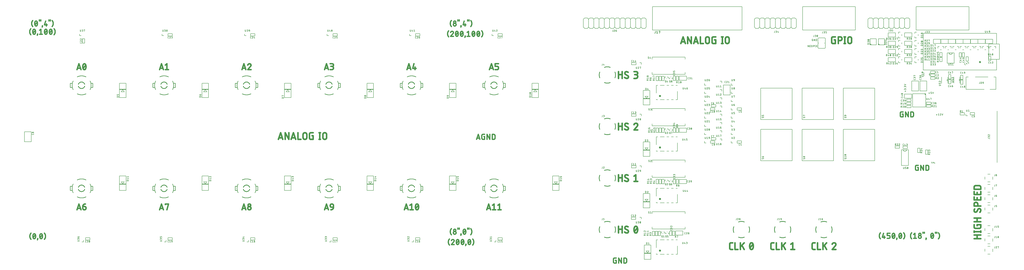
<source format=gto>
G75*
%MOIN*%
%OFA0B0*%
%FSLAX25Y25*%
%IPPOS*%
%LPD*%
%AMOC8*
5,1,8,0,0,1.08239X$1,22.5*
%
%ADD10C,0.02600*%
%ADD11C,0.03000*%
%ADD12C,0.02200*%
%ADD13C,0.00700*%
%ADD14C,0.01200*%
%ADD15C,0.01000*%
%ADD16C,0.00800*%
%ADD17C,0.00500*%
%ADD18C,0.03937*%
%ADD19R,0.12500X0.01250*%
%ADD20C,0.00787*%
%ADD21C,0.00600*%
%ADD22C,0.00900*%
D10*
X0149897Y0176813D02*
X0153624Y0187992D01*
X0157350Y0176813D01*
X0156418Y0179607D02*
X0150829Y0179607D01*
X0160853Y0179918D02*
X0160853Y0183023D01*
X0164579Y0183023D01*
X0160852Y0183023D02*
X0160854Y0183162D01*
X0160860Y0183302D01*
X0160870Y0183441D01*
X0160883Y0183579D01*
X0160901Y0183718D01*
X0160922Y0183855D01*
X0160947Y0183992D01*
X0160977Y0184129D01*
X0161009Y0184264D01*
X0161046Y0184399D01*
X0161087Y0184532D01*
X0161131Y0184664D01*
X0161179Y0184795D01*
X0161230Y0184925D01*
X0161285Y0185053D01*
X0161344Y0185179D01*
X0161406Y0185304D01*
X0161472Y0185427D01*
X0161541Y0185548D01*
X0161614Y0185667D01*
X0161689Y0185784D01*
X0161768Y0185898D01*
X0161851Y0186011D01*
X0161936Y0186121D01*
X0162024Y0186229D01*
X0162116Y0186334D01*
X0162210Y0186437D01*
X0162307Y0186537D01*
X0162407Y0186634D01*
X0162510Y0186728D01*
X0162615Y0186819D01*
X0162723Y0186908D01*
X0162833Y0186993D01*
X0162946Y0187076D01*
X0163060Y0187155D01*
X0163177Y0187230D01*
X0163296Y0187303D01*
X0163417Y0187372D01*
X0163540Y0187438D01*
X0163665Y0187500D01*
X0163791Y0187559D01*
X0163919Y0187614D01*
X0164049Y0187665D01*
X0164180Y0187713D01*
X0164312Y0187757D01*
X0164445Y0187798D01*
X0164580Y0187834D01*
X0164715Y0187867D01*
X0164852Y0187897D01*
X0164989Y0187922D01*
X0165126Y0187943D01*
X0165265Y0187961D01*
X0165403Y0187974D01*
X0165542Y0187984D01*
X0165682Y0187990D01*
X0165821Y0187992D01*
X0164579Y0183023D02*
X0164677Y0183021D01*
X0164774Y0183015D01*
X0164871Y0183006D01*
X0164968Y0182992D01*
X0165064Y0182975D01*
X0165159Y0182954D01*
X0165253Y0182930D01*
X0165347Y0182901D01*
X0165439Y0182869D01*
X0165530Y0182834D01*
X0165619Y0182795D01*
X0165707Y0182752D01*
X0165793Y0182706D01*
X0165877Y0182657D01*
X0165959Y0182604D01*
X0166039Y0182549D01*
X0166117Y0182490D01*
X0166192Y0182428D01*
X0166265Y0182363D01*
X0166335Y0182295D01*
X0166403Y0182225D01*
X0166468Y0182152D01*
X0166530Y0182077D01*
X0166589Y0181999D01*
X0166644Y0181919D01*
X0166697Y0181837D01*
X0166746Y0181753D01*
X0166792Y0181667D01*
X0166835Y0181579D01*
X0166874Y0181490D01*
X0166909Y0181399D01*
X0166941Y0181307D01*
X0166970Y0181213D01*
X0166994Y0181119D01*
X0167015Y0181024D01*
X0167032Y0180928D01*
X0167046Y0180831D01*
X0167055Y0180734D01*
X0167061Y0180637D01*
X0167063Y0180539D01*
X0167064Y0180539D02*
X0167064Y0179918D01*
X0167063Y0179918D02*
X0167061Y0179807D01*
X0167055Y0179696D01*
X0167045Y0179586D01*
X0167031Y0179476D01*
X0167014Y0179367D01*
X0166992Y0179258D01*
X0166967Y0179150D01*
X0166937Y0179043D01*
X0166904Y0178937D01*
X0166867Y0178833D01*
X0166827Y0178730D01*
X0166782Y0178628D01*
X0166735Y0178528D01*
X0166683Y0178430D01*
X0166628Y0178334D01*
X0166570Y0178239D01*
X0166509Y0178147D01*
X0166444Y0178057D01*
X0166376Y0177970D01*
X0166305Y0177885D01*
X0166231Y0177802D01*
X0166154Y0177722D01*
X0166074Y0177645D01*
X0165991Y0177571D01*
X0165906Y0177500D01*
X0165819Y0177432D01*
X0165729Y0177367D01*
X0165637Y0177306D01*
X0165542Y0177248D01*
X0165446Y0177193D01*
X0165348Y0177141D01*
X0165248Y0177094D01*
X0165146Y0177049D01*
X0165043Y0177009D01*
X0164939Y0176972D01*
X0164833Y0176939D01*
X0164726Y0176909D01*
X0164618Y0176884D01*
X0164509Y0176862D01*
X0164400Y0176845D01*
X0164290Y0176831D01*
X0164180Y0176821D01*
X0164069Y0176815D01*
X0163958Y0176813D01*
X0163847Y0176815D01*
X0163736Y0176821D01*
X0163626Y0176831D01*
X0163516Y0176845D01*
X0163407Y0176862D01*
X0163298Y0176884D01*
X0163190Y0176909D01*
X0163083Y0176939D01*
X0162977Y0176972D01*
X0162873Y0177009D01*
X0162770Y0177049D01*
X0162668Y0177094D01*
X0162568Y0177141D01*
X0162470Y0177193D01*
X0162374Y0177248D01*
X0162279Y0177306D01*
X0162187Y0177367D01*
X0162097Y0177432D01*
X0162010Y0177500D01*
X0161925Y0177571D01*
X0161842Y0177645D01*
X0161762Y0177722D01*
X0161685Y0177802D01*
X0161611Y0177885D01*
X0161540Y0177970D01*
X0161472Y0178057D01*
X0161407Y0178147D01*
X0161346Y0178239D01*
X0161288Y0178334D01*
X0161233Y0178430D01*
X0161181Y0178528D01*
X0161134Y0178628D01*
X0161089Y0178730D01*
X0161049Y0178833D01*
X0161012Y0178937D01*
X0160979Y0179043D01*
X0160949Y0179150D01*
X0160924Y0179258D01*
X0160902Y0179367D01*
X0160885Y0179476D01*
X0160871Y0179586D01*
X0160861Y0179696D01*
X0160855Y0179807D01*
X0160853Y0179918D01*
X0307377Y0176813D02*
X0311104Y0187992D01*
X0314830Y0176813D01*
X0313899Y0179607D02*
X0308309Y0179607D01*
X0318333Y0186750D02*
X0318333Y0187992D01*
X0324544Y0187992D01*
X0321438Y0176813D01*
X0464858Y0176813D02*
X0468584Y0187992D01*
X0472311Y0176813D01*
X0471379Y0179607D02*
X0465789Y0179607D01*
X0475814Y0179918D02*
X0475816Y0179807D01*
X0475822Y0179696D01*
X0475832Y0179586D01*
X0475846Y0179476D01*
X0475863Y0179367D01*
X0475885Y0179258D01*
X0475910Y0179150D01*
X0475940Y0179043D01*
X0475973Y0178937D01*
X0476010Y0178833D01*
X0476050Y0178730D01*
X0476095Y0178628D01*
X0476142Y0178528D01*
X0476194Y0178430D01*
X0476249Y0178334D01*
X0476307Y0178239D01*
X0476368Y0178147D01*
X0476433Y0178057D01*
X0476501Y0177970D01*
X0476572Y0177885D01*
X0476646Y0177802D01*
X0476723Y0177722D01*
X0476803Y0177645D01*
X0476886Y0177571D01*
X0476971Y0177500D01*
X0477058Y0177432D01*
X0477148Y0177367D01*
X0477240Y0177306D01*
X0477335Y0177248D01*
X0477431Y0177193D01*
X0477529Y0177141D01*
X0477629Y0177094D01*
X0477731Y0177049D01*
X0477834Y0177009D01*
X0477938Y0176972D01*
X0478044Y0176939D01*
X0478151Y0176909D01*
X0478259Y0176884D01*
X0478368Y0176862D01*
X0478477Y0176845D01*
X0478587Y0176831D01*
X0478697Y0176821D01*
X0478808Y0176815D01*
X0478919Y0176813D01*
X0479030Y0176815D01*
X0479141Y0176821D01*
X0479251Y0176831D01*
X0479361Y0176845D01*
X0479470Y0176862D01*
X0479579Y0176884D01*
X0479687Y0176909D01*
X0479794Y0176939D01*
X0479900Y0176972D01*
X0480004Y0177009D01*
X0480107Y0177049D01*
X0480209Y0177094D01*
X0480309Y0177141D01*
X0480407Y0177193D01*
X0480503Y0177248D01*
X0480598Y0177306D01*
X0480690Y0177367D01*
X0480780Y0177432D01*
X0480867Y0177500D01*
X0480952Y0177571D01*
X0481035Y0177645D01*
X0481115Y0177722D01*
X0481192Y0177802D01*
X0481266Y0177885D01*
X0481337Y0177970D01*
X0481405Y0178057D01*
X0481470Y0178147D01*
X0481531Y0178239D01*
X0481589Y0178334D01*
X0481644Y0178430D01*
X0481696Y0178528D01*
X0481743Y0178628D01*
X0481788Y0178730D01*
X0481828Y0178833D01*
X0481865Y0178937D01*
X0481898Y0179043D01*
X0481928Y0179150D01*
X0481953Y0179258D01*
X0481975Y0179367D01*
X0481992Y0179476D01*
X0482006Y0179586D01*
X0482016Y0179696D01*
X0482022Y0179807D01*
X0482024Y0179918D01*
X0482022Y0180029D01*
X0482016Y0180140D01*
X0482006Y0180250D01*
X0481992Y0180360D01*
X0481975Y0180469D01*
X0481953Y0180578D01*
X0481928Y0180686D01*
X0481898Y0180793D01*
X0481865Y0180899D01*
X0481828Y0181003D01*
X0481788Y0181106D01*
X0481743Y0181208D01*
X0481696Y0181308D01*
X0481644Y0181406D01*
X0481589Y0181502D01*
X0481531Y0181597D01*
X0481470Y0181689D01*
X0481405Y0181779D01*
X0481337Y0181866D01*
X0481266Y0181951D01*
X0481192Y0182034D01*
X0481115Y0182114D01*
X0481035Y0182191D01*
X0480952Y0182265D01*
X0480867Y0182336D01*
X0480780Y0182404D01*
X0480690Y0182469D01*
X0480598Y0182530D01*
X0480503Y0182588D01*
X0480407Y0182643D01*
X0480309Y0182695D01*
X0480209Y0182742D01*
X0480107Y0182787D01*
X0480004Y0182827D01*
X0479900Y0182864D01*
X0479794Y0182897D01*
X0479687Y0182927D01*
X0479579Y0182952D01*
X0479470Y0182974D01*
X0479361Y0182991D01*
X0479251Y0183005D01*
X0479141Y0183015D01*
X0479030Y0183021D01*
X0478919Y0183023D01*
X0478808Y0183021D01*
X0478697Y0183015D01*
X0478587Y0183005D01*
X0478477Y0182991D01*
X0478368Y0182974D01*
X0478259Y0182952D01*
X0478151Y0182927D01*
X0478044Y0182897D01*
X0477938Y0182864D01*
X0477834Y0182827D01*
X0477731Y0182787D01*
X0477629Y0182742D01*
X0477529Y0182695D01*
X0477431Y0182643D01*
X0477335Y0182588D01*
X0477240Y0182530D01*
X0477148Y0182469D01*
X0477058Y0182404D01*
X0476971Y0182336D01*
X0476886Y0182265D01*
X0476803Y0182191D01*
X0476723Y0182114D01*
X0476646Y0182034D01*
X0476572Y0181951D01*
X0476501Y0181866D01*
X0476433Y0181779D01*
X0476368Y0181689D01*
X0476307Y0181597D01*
X0476249Y0181502D01*
X0476194Y0181406D01*
X0476142Y0181308D01*
X0476095Y0181208D01*
X0476050Y0181106D01*
X0476010Y0181003D01*
X0475973Y0180899D01*
X0475940Y0180793D01*
X0475910Y0180686D01*
X0475885Y0180578D01*
X0475863Y0180469D01*
X0475846Y0180360D01*
X0475832Y0180250D01*
X0475822Y0180140D01*
X0475816Y0180029D01*
X0475814Y0179918D01*
X0476435Y0185508D02*
X0476437Y0185409D01*
X0476443Y0185311D01*
X0476453Y0185212D01*
X0476466Y0185115D01*
X0476484Y0185017D01*
X0476505Y0184921D01*
X0476531Y0184825D01*
X0476560Y0184731D01*
X0476592Y0184638D01*
X0476629Y0184546D01*
X0476669Y0184456D01*
X0476713Y0184367D01*
X0476760Y0184280D01*
X0476810Y0184195D01*
X0476864Y0184113D01*
X0476921Y0184032D01*
X0476981Y0183954D01*
X0477045Y0183878D01*
X0477111Y0183805D01*
X0477180Y0183734D01*
X0477252Y0183666D01*
X0477327Y0183602D01*
X0477404Y0183540D01*
X0477483Y0183481D01*
X0477565Y0183426D01*
X0477649Y0183373D01*
X0477734Y0183325D01*
X0477822Y0183279D01*
X0477912Y0183237D01*
X0478003Y0183199D01*
X0478095Y0183165D01*
X0478189Y0183134D01*
X0478284Y0183107D01*
X0478380Y0183083D01*
X0478477Y0183064D01*
X0478574Y0183048D01*
X0478672Y0183036D01*
X0478771Y0183028D01*
X0478870Y0183024D01*
X0478968Y0183024D01*
X0479067Y0183028D01*
X0479166Y0183036D01*
X0479264Y0183048D01*
X0479361Y0183064D01*
X0479458Y0183083D01*
X0479554Y0183107D01*
X0479649Y0183134D01*
X0479743Y0183165D01*
X0479835Y0183199D01*
X0479926Y0183237D01*
X0480016Y0183279D01*
X0480104Y0183325D01*
X0480189Y0183373D01*
X0480273Y0183426D01*
X0480355Y0183481D01*
X0480434Y0183540D01*
X0480511Y0183602D01*
X0480586Y0183666D01*
X0480658Y0183734D01*
X0480727Y0183805D01*
X0480793Y0183878D01*
X0480857Y0183954D01*
X0480917Y0184032D01*
X0480974Y0184113D01*
X0481028Y0184195D01*
X0481078Y0184280D01*
X0481125Y0184367D01*
X0481169Y0184456D01*
X0481209Y0184546D01*
X0481246Y0184638D01*
X0481278Y0184731D01*
X0481307Y0184825D01*
X0481333Y0184921D01*
X0481354Y0185017D01*
X0481372Y0185115D01*
X0481385Y0185212D01*
X0481395Y0185311D01*
X0481401Y0185409D01*
X0481403Y0185508D01*
X0481401Y0185607D01*
X0481395Y0185705D01*
X0481385Y0185804D01*
X0481372Y0185901D01*
X0481354Y0185999D01*
X0481333Y0186095D01*
X0481307Y0186191D01*
X0481278Y0186285D01*
X0481246Y0186378D01*
X0481209Y0186470D01*
X0481169Y0186560D01*
X0481125Y0186649D01*
X0481078Y0186736D01*
X0481028Y0186821D01*
X0480974Y0186903D01*
X0480917Y0186984D01*
X0480857Y0187062D01*
X0480793Y0187138D01*
X0480727Y0187211D01*
X0480658Y0187282D01*
X0480586Y0187350D01*
X0480511Y0187414D01*
X0480434Y0187476D01*
X0480355Y0187535D01*
X0480273Y0187590D01*
X0480189Y0187643D01*
X0480104Y0187691D01*
X0480016Y0187737D01*
X0479926Y0187779D01*
X0479835Y0187817D01*
X0479743Y0187851D01*
X0479649Y0187882D01*
X0479554Y0187909D01*
X0479458Y0187933D01*
X0479361Y0187952D01*
X0479264Y0187968D01*
X0479166Y0187980D01*
X0479067Y0187988D01*
X0478968Y0187992D01*
X0478870Y0187992D01*
X0478771Y0187988D01*
X0478672Y0187980D01*
X0478574Y0187968D01*
X0478477Y0187952D01*
X0478380Y0187933D01*
X0478284Y0187909D01*
X0478189Y0187882D01*
X0478095Y0187851D01*
X0478003Y0187817D01*
X0477912Y0187779D01*
X0477822Y0187737D01*
X0477734Y0187691D01*
X0477649Y0187643D01*
X0477565Y0187590D01*
X0477483Y0187535D01*
X0477404Y0187476D01*
X0477327Y0187414D01*
X0477252Y0187350D01*
X0477180Y0187282D01*
X0477111Y0187211D01*
X0477045Y0187138D01*
X0476981Y0187062D01*
X0476921Y0186984D01*
X0476864Y0186903D01*
X0476810Y0186821D01*
X0476760Y0186736D01*
X0476713Y0186649D01*
X0476669Y0186560D01*
X0476629Y0186470D01*
X0476592Y0186378D01*
X0476560Y0186285D01*
X0476531Y0186191D01*
X0476505Y0186095D01*
X0476484Y0185999D01*
X0476466Y0185901D01*
X0476453Y0185804D01*
X0476443Y0185705D01*
X0476437Y0185607D01*
X0476435Y0185508D01*
X0622338Y0176813D02*
X0626064Y0187992D01*
X0629791Y0176813D01*
X0628859Y0179607D02*
X0623270Y0179607D01*
X0633294Y0184266D02*
X0633294Y0184887D01*
X0633294Y0184266D02*
X0633296Y0184168D01*
X0633302Y0184071D01*
X0633311Y0183974D01*
X0633325Y0183877D01*
X0633342Y0183781D01*
X0633363Y0183686D01*
X0633387Y0183592D01*
X0633416Y0183498D01*
X0633448Y0183406D01*
X0633483Y0183315D01*
X0633522Y0183226D01*
X0633565Y0183138D01*
X0633611Y0183052D01*
X0633660Y0182968D01*
X0633713Y0182886D01*
X0633768Y0182806D01*
X0633827Y0182728D01*
X0633889Y0182653D01*
X0633954Y0182580D01*
X0634022Y0182510D01*
X0634092Y0182442D01*
X0634165Y0182377D01*
X0634240Y0182315D01*
X0634318Y0182256D01*
X0634398Y0182201D01*
X0634480Y0182148D01*
X0634564Y0182099D01*
X0634650Y0182053D01*
X0634738Y0182010D01*
X0634827Y0181971D01*
X0634918Y0181936D01*
X0635010Y0181904D01*
X0635104Y0181875D01*
X0635198Y0181851D01*
X0635293Y0181830D01*
X0635389Y0181813D01*
X0635486Y0181799D01*
X0635583Y0181790D01*
X0635680Y0181784D01*
X0635778Y0181782D01*
X0635778Y0181781D02*
X0639505Y0181781D01*
X0639505Y0184887D01*
X0639504Y0184887D02*
X0639502Y0184998D01*
X0639496Y0185109D01*
X0639486Y0185219D01*
X0639472Y0185329D01*
X0639455Y0185438D01*
X0639433Y0185547D01*
X0639408Y0185655D01*
X0639378Y0185762D01*
X0639345Y0185868D01*
X0639308Y0185972D01*
X0639268Y0186075D01*
X0639223Y0186177D01*
X0639176Y0186277D01*
X0639124Y0186375D01*
X0639069Y0186471D01*
X0639011Y0186566D01*
X0638950Y0186658D01*
X0638885Y0186748D01*
X0638817Y0186835D01*
X0638746Y0186920D01*
X0638672Y0187003D01*
X0638595Y0187083D01*
X0638515Y0187160D01*
X0638432Y0187234D01*
X0638347Y0187305D01*
X0638260Y0187373D01*
X0638170Y0187438D01*
X0638078Y0187499D01*
X0637983Y0187557D01*
X0637887Y0187612D01*
X0637789Y0187664D01*
X0637689Y0187711D01*
X0637587Y0187756D01*
X0637484Y0187796D01*
X0637380Y0187833D01*
X0637274Y0187866D01*
X0637167Y0187896D01*
X0637059Y0187921D01*
X0636950Y0187943D01*
X0636841Y0187960D01*
X0636731Y0187974D01*
X0636621Y0187984D01*
X0636510Y0187990D01*
X0636399Y0187992D01*
X0636288Y0187990D01*
X0636177Y0187984D01*
X0636067Y0187974D01*
X0635957Y0187960D01*
X0635848Y0187943D01*
X0635739Y0187921D01*
X0635631Y0187896D01*
X0635524Y0187866D01*
X0635418Y0187833D01*
X0635314Y0187796D01*
X0635211Y0187756D01*
X0635109Y0187711D01*
X0635009Y0187664D01*
X0634911Y0187612D01*
X0634815Y0187557D01*
X0634720Y0187499D01*
X0634628Y0187438D01*
X0634538Y0187373D01*
X0634451Y0187305D01*
X0634366Y0187234D01*
X0634283Y0187160D01*
X0634203Y0187083D01*
X0634126Y0187003D01*
X0634052Y0186920D01*
X0633981Y0186835D01*
X0633913Y0186748D01*
X0633848Y0186658D01*
X0633787Y0186566D01*
X0633729Y0186471D01*
X0633674Y0186375D01*
X0633622Y0186277D01*
X0633575Y0186177D01*
X0633530Y0186075D01*
X0633490Y0185972D01*
X0633453Y0185868D01*
X0633420Y0185762D01*
X0633390Y0185655D01*
X0633365Y0185547D01*
X0633343Y0185438D01*
X0633326Y0185329D01*
X0633312Y0185219D01*
X0633302Y0185109D01*
X0633296Y0184998D01*
X0633294Y0184887D01*
X0639505Y0181781D02*
X0639503Y0181642D01*
X0639497Y0181502D01*
X0639487Y0181363D01*
X0639474Y0181225D01*
X0639456Y0181086D01*
X0639435Y0180949D01*
X0639410Y0180812D01*
X0639380Y0180675D01*
X0639348Y0180540D01*
X0639311Y0180405D01*
X0639270Y0180272D01*
X0639226Y0180140D01*
X0639178Y0180009D01*
X0639127Y0179879D01*
X0639072Y0179751D01*
X0639013Y0179625D01*
X0638951Y0179500D01*
X0638885Y0179377D01*
X0638816Y0179256D01*
X0638743Y0179137D01*
X0638668Y0179020D01*
X0638589Y0178906D01*
X0638506Y0178793D01*
X0638421Y0178683D01*
X0638333Y0178575D01*
X0638241Y0178470D01*
X0638147Y0178367D01*
X0638050Y0178267D01*
X0637950Y0178170D01*
X0637847Y0178076D01*
X0637742Y0177984D01*
X0637634Y0177896D01*
X0637524Y0177811D01*
X0637411Y0177728D01*
X0637297Y0177649D01*
X0637180Y0177574D01*
X0637061Y0177501D01*
X0636940Y0177432D01*
X0636817Y0177366D01*
X0636692Y0177304D01*
X0636566Y0177245D01*
X0636438Y0177190D01*
X0636308Y0177139D01*
X0636177Y0177091D01*
X0636045Y0177047D01*
X0635912Y0177006D01*
X0635777Y0176969D01*
X0635642Y0176937D01*
X0635505Y0176907D01*
X0635368Y0176882D01*
X0635231Y0176861D01*
X0635092Y0176843D01*
X0634954Y0176830D01*
X0634815Y0176820D01*
X0634675Y0176814D01*
X0634536Y0176812D01*
X0774651Y0176813D02*
X0778377Y0187992D01*
X0782104Y0176813D01*
X0781172Y0179607D02*
X0775583Y0179607D01*
X0785607Y0176813D02*
X0791818Y0176813D01*
X0788712Y0176813D02*
X0788712Y0187992D01*
X0785607Y0185508D01*
X0802152Y0182402D02*
X0802149Y0182182D01*
X0802142Y0181962D01*
X0802128Y0181743D01*
X0802110Y0181524D01*
X0802086Y0181305D01*
X0802058Y0181087D01*
X0802024Y0180870D01*
X0801984Y0180653D01*
X0801940Y0180438D01*
X0801891Y0180223D01*
X0801836Y0180010D01*
X0801777Y0179799D01*
X0801712Y0179588D01*
X0801642Y0179380D01*
X0801568Y0179173D01*
X0801488Y0178968D01*
X0801404Y0178765D01*
X0801314Y0178564D01*
X0801220Y0178365D01*
X0799047Y0176813D02*
X0798952Y0176815D01*
X0798857Y0176821D01*
X0798763Y0176831D01*
X0798669Y0176844D01*
X0798575Y0176862D01*
X0798483Y0176883D01*
X0798391Y0176909D01*
X0798301Y0176938D01*
X0798211Y0176970D01*
X0798124Y0177007D01*
X0798037Y0177047D01*
X0797953Y0177090D01*
X0797870Y0177137D01*
X0797790Y0177187D01*
X0797711Y0177241D01*
X0797635Y0177298D01*
X0797561Y0177358D01*
X0797490Y0177421D01*
X0797422Y0177486D01*
X0797356Y0177555D01*
X0797293Y0177626D01*
X0797233Y0177700D01*
X0797176Y0177776D01*
X0797123Y0177855D01*
X0797073Y0177935D01*
X0797026Y0178018D01*
X0796982Y0178102D01*
X0796942Y0178189D01*
X0796906Y0178276D01*
X0796873Y0178366D01*
X0796562Y0179297D02*
X0801531Y0185508D01*
X0801221Y0186439D02*
X0801188Y0186529D01*
X0801152Y0186616D01*
X0801112Y0186703D01*
X0801068Y0186787D01*
X0801021Y0186870D01*
X0800971Y0186950D01*
X0800918Y0187029D01*
X0800861Y0187105D01*
X0800801Y0187179D01*
X0800738Y0187250D01*
X0800672Y0187319D01*
X0800604Y0187384D01*
X0800533Y0187447D01*
X0800459Y0187507D01*
X0800383Y0187564D01*
X0800304Y0187618D01*
X0800224Y0187668D01*
X0800141Y0187715D01*
X0800057Y0187758D01*
X0799970Y0187798D01*
X0799883Y0187835D01*
X0799793Y0187867D01*
X0799703Y0187896D01*
X0799611Y0187922D01*
X0799519Y0187943D01*
X0799425Y0187961D01*
X0799331Y0187974D01*
X0799237Y0187984D01*
X0799142Y0187990D01*
X0799047Y0187992D01*
X0798952Y0187990D01*
X0798857Y0187984D01*
X0798763Y0187974D01*
X0798669Y0187961D01*
X0798575Y0187943D01*
X0798483Y0187922D01*
X0798391Y0187896D01*
X0798301Y0187867D01*
X0798211Y0187835D01*
X0798124Y0187798D01*
X0798037Y0187758D01*
X0797953Y0187715D01*
X0797870Y0187668D01*
X0797790Y0187618D01*
X0797711Y0187564D01*
X0797635Y0187507D01*
X0797561Y0187447D01*
X0797490Y0187384D01*
X0797422Y0187319D01*
X0797356Y0187250D01*
X0797293Y0187179D01*
X0797233Y0187105D01*
X0797176Y0187029D01*
X0797123Y0186950D01*
X0797073Y0186870D01*
X0797026Y0186787D01*
X0796982Y0186703D01*
X0796942Y0186616D01*
X0796906Y0186529D01*
X0796873Y0186439D01*
X0801220Y0186439D02*
X0801314Y0186240D01*
X0801404Y0186039D01*
X0801488Y0185836D01*
X0801568Y0185631D01*
X0801642Y0185424D01*
X0801712Y0185216D01*
X0801777Y0185005D01*
X0801836Y0184794D01*
X0801891Y0184581D01*
X0801940Y0184366D01*
X0801984Y0184151D01*
X0802024Y0183934D01*
X0802058Y0183717D01*
X0802086Y0183499D01*
X0802110Y0183280D01*
X0802128Y0183061D01*
X0802142Y0182842D01*
X0802149Y0182622D01*
X0802152Y0182402D01*
X0795941Y0182402D02*
X0795944Y0182622D01*
X0795951Y0182842D01*
X0795965Y0183061D01*
X0795983Y0183280D01*
X0796007Y0183499D01*
X0796035Y0183717D01*
X0796069Y0183934D01*
X0796109Y0184151D01*
X0796153Y0184366D01*
X0796202Y0184581D01*
X0796257Y0184794D01*
X0796316Y0185005D01*
X0796381Y0185216D01*
X0796451Y0185424D01*
X0796525Y0185631D01*
X0796605Y0185836D01*
X0796689Y0186039D01*
X0796779Y0186240D01*
X0796873Y0186439D01*
X0801221Y0178366D02*
X0801188Y0178276D01*
X0801152Y0178189D01*
X0801112Y0178102D01*
X0801068Y0178018D01*
X0801021Y0177935D01*
X0800971Y0177855D01*
X0800918Y0177776D01*
X0800861Y0177700D01*
X0800801Y0177626D01*
X0800738Y0177555D01*
X0800672Y0177486D01*
X0800604Y0177421D01*
X0800533Y0177358D01*
X0800459Y0177298D01*
X0800383Y0177241D01*
X0800304Y0177187D01*
X0800224Y0177137D01*
X0800141Y0177090D01*
X0800057Y0177047D01*
X0799970Y0177007D01*
X0799883Y0176970D01*
X0799793Y0176938D01*
X0799703Y0176909D01*
X0799611Y0176883D01*
X0799519Y0176862D01*
X0799425Y0176844D01*
X0799331Y0176831D01*
X0799237Y0176821D01*
X0799142Y0176815D01*
X0799047Y0176813D01*
X0796873Y0178365D02*
X0796779Y0178564D01*
X0796689Y0178765D01*
X0796605Y0178968D01*
X0796525Y0179173D01*
X0796451Y0179380D01*
X0796381Y0179588D01*
X0796316Y0179799D01*
X0796257Y0180010D01*
X0796202Y0180223D01*
X0796153Y0180438D01*
X0796109Y0180653D01*
X0796069Y0180870D01*
X0796035Y0181087D01*
X0796007Y0181305D01*
X0795983Y0181524D01*
X0795965Y0181743D01*
X0795951Y0181962D01*
X0795944Y0182182D01*
X0795941Y0182402D01*
X0932131Y0176813D02*
X0935858Y0187992D01*
X0939584Y0176813D01*
X0938653Y0179607D02*
X0933063Y0179607D01*
X0943087Y0176813D02*
X0949298Y0176813D01*
X0946192Y0176813D02*
X0946192Y0187992D01*
X0943087Y0185508D01*
X0953422Y0185508D02*
X0956527Y0187992D01*
X0956527Y0176813D01*
X0953422Y0176813D02*
X0959632Y0176813D01*
X0951981Y0444529D02*
X0948254Y0444529D01*
X0944752Y0444529D02*
X0941025Y0455709D01*
X0937299Y0444529D01*
X0938230Y0447324D02*
X0943820Y0447324D01*
X0948254Y0450740D02*
X0948254Y0455709D01*
X0954465Y0455709D01*
X0951981Y0450740D02*
X0948254Y0450740D01*
X0951981Y0450740D02*
X0952079Y0450738D01*
X0952176Y0450732D01*
X0952273Y0450723D01*
X0952370Y0450709D01*
X0952466Y0450692D01*
X0952561Y0450671D01*
X0952655Y0450647D01*
X0952749Y0450618D01*
X0952841Y0450586D01*
X0952932Y0450551D01*
X0953021Y0450512D01*
X0953109Y0450469D01*
X0953195Y0450423D01*
X0953279Y0450374D01*
X0953361Y0450321D01*
X0953441Y0450266D01*
X0953519Y0450207D01*
X0953594Y0450145D01*
X0953667Y0450080D01*
X0953737Y0450012D01*
X0953805Y0449942D01*
X0953870Y0449869D01*
X0953932Y0449794D01*
X0953991Y0449716D01*
X0954046Y0449636D01*
X0954099Y0449554D01*
X0954148Y0449470D01*
X0954194Y0449384D01*
X0954237Y0449296D01*
X0954276Y0449207D01*
X0954311Y0449116D01*
X0954343Y0449024D01*
X0954372Y0448930D01*
X0954396Y0448836D01*
X0954417Y0448741D01*
X0954434Y0448645D01*
X0954448Y0448548D01*
X0954457Y0448451D01*
X0954463Y0448354D01*
X0954465Y0448256D01*
X0954465Y0447013D01*
X0954463Y0446915D01*
X0954457Y0446818D01*
X0954448Y0446721D01*
X0954434Y0446624D01*
X0954417Y0446528D01*
X0954396Y0446433D01*
X0954372Y0446339D01*
X0954343Y0446245D01*
X0954311Y0446153D01*
X0954276Y0446062D01*
X0954237Y0445973D01*
X0954194Y0445885D01*
X0954148Y0445799D01*
X0954099Y0445715D01*
X0954046Y0445633D01*
X0953991Y0445553D01*
X0953932Y0445475D01*
X0953870Y0445400D01*
X0953805Y0445327D01*
X0953737Y0445257D01*
X0953667Y0445189D01*
X0953594Y0445124D01*
X0953519Y0445062D01*
X0953441Y0445003D01*
X0953361Y0444948D01*
X0953279Y0444895D01*
X0953195Y0444846D01*
X0953109Y0444800D01*
X0953021Y0444757D01*
X0952932Y0444718D01*
X0952841Y0444683D01*
X0952749Y0444651D01*
X0952655Y0444622D01*
X0952561Y0444598D01*
X0952466Y0444577D01*
X0952370Y0444560D01*
X0952273Y0444546D01*
X0952176Y0444537D01*
X0952079Y0444531D01*
X0951981Y0444529D01*
X0796985Y0447013D02*
X0790774Y0447013D01*
X0793258Y0455709D01*
X0795122Y0449498D02*
X0795122Y0444529D01*
X0787271Y0444529D02*
X0783545Y0455709D01*
X0779818Y0444529D01*
X0780750Y0447324D02*
X0786340Y0447324D01*
X0637020Y0450740D02*
X0634536Y0450740D01*
X0637020Y0450740D02*
X0637119Y0450742D01*
X0637217Y0450748D01*
X0637316Y0450758D01*
X0637413Y0450771D01*
X0637511Y0450789D01*
X0637607Y0450810D01*
X0637703Y0450836D01*
X0637797Y0450865D01*
X0637890Y0450897D01*
X0637982Y0450934D01*
X0638072Y0450974D01*
X0638161Y0451018D01*
X0638248Y0451065D01*
X0638333Y0451115D01*
X0638415Y0451169D01*
X0638496Y0451226D01*
X0638574Y0451286D01*
X0638650Y0451350D01*
X0638723Y0451416D01*
X0638794Y0451485D01*
X0638862Y0451557D01*
X0638926Y0451632D01*
X0638988Y0451709D01*
X0639047Y0451788D01*
X0639102Y0451870D01*
X0639155Y0451954D01*
X0639203Y0452039D01*
X0639249Y0452127D01*
X0639291Y0452217D01*
X0639329Y0452308D01*
X0639363Y0452400D01*
X0639394Y0452494D01*
X0639421Y0452589D01*
X0639445Y0452685D01*
X0639464Y0452782D01*
X0639480Y0452879D01*
X0639492Y0452977D01*
X0639500Y0453076D01*
X0639504Y0453175D01*
X0639504Y0453273D01*
X0639500Y0453372D01*
X0639492Y0453471D01*
X0639480Y0453569D01*
X0639464Y0453666D01*
X0639445Y0453763D01*
X0639421Y0453859D01*
X0639394Y0453954D01*
X0639363Y0454048D01*
X0639329Y0454140D01*
X0639291Y0454231D01*
X0639249Y0454321D01*
X0639203Y0454409D01*
X0639155Y0454494D01*
X0639102Y0454578D01*
X0639047Y0454660D01*
X0638988Y0454739D01*
X0638926Y0454816D01*
X0638862Y0454891D01*
X0638794Y0454963D01*
X0638723Y0455032D01*
X0638650Y0455098D01*
X0638574Y0455162D01*
X0638496Y0455222D01*
X0638415Y0455279D01*
X0638333Y0455333D01*
X0638248Y0455383D01*
X0638161Y0455430D01*
X0638072Y0455474D01*
X0637982Y0455514D01*
X0637890Y0455551D01*
X0637797Y0455583D01*
X0637703Y0455612D01*
X0637607Y0455638D01*
X0637511Y0455659D01*
X0637413Y0455677D01*
X0637316Y0455690D01*
X0637217Y0455700D01*
X0637119Y0455706D01*
X0637020Y0455708D01*
X0637020Y0455709D02*
X0633294Y0455709D01*
X0626064Y0455709D02*
X0629791Y0444529D01*
X0628859Y0447324D02*
X0623270Y0447324D01*
X0622338Y0444529D02*
X0626064Y0455709D01*
X0636399Y0450740D02*
X0636510Y0450738D01*
X0636621Y0450732D01*
X0636731Y0450722D01*
X0636841Y0450708D01*
X0636950Y0450691D01*
X0637059Y0450669D01*
X0637167Y0450644D01*
X0637274Y0450614D01*
X0637380Y0450581D01*
X0637484Y0450544D01*
X0637587Y0450504D01*
X0637689Y0450459D01*
X0637789Y0450412D01*
X0637887Y0450360D01*
X0637983Y0450305D01*
X0638078Y0450247D01*
X0638170Y0450186D01*
X0638260Y0450121D01*
X0638347Y0450053D01*
X0638432Y0449982D01*
X0638515Y0449908D01*
X0638595Y0449831D01*
X0638672Y0449751D01*
X0638746Y0449668D01*
X0638817Y0449583D01*
X0638885Y0449496D01*
X0638950Y0449406D01*
X0639011Y0449314D01*
X0639069Y0449219D01*
X0639124Y0449123D01*
X0639176Y0449025D01*
X0639223Y0448925D01*
X0639268Y0448823D01*
X0639308Y0448720D01*
X0639345Y0448616D01*
X0639378Y0448510D01*
X0639408Y0448403D01*
X0639433Y0448295D01*
X0639455Y0448186D01*
X0639472Y0448077D01*
X0639486Y0447967D01*
X0639496Y0447857D01*
X0639502Y0447746D01*
X0639504Y0447635D01*
X0639502Y0447524D01*
X0639496Y0447413D01*
X0639486Y0447303D01*
X0639472Y0447193D01*
X0639455Y0447084D01*
X0639433Y0446975D01*
X0639408Y0446867D01*
X0639378Y0446760D01*
X0639345Y0446654D01*
X0639308Y0446550D01*
X0639268Y0446447D01*
X0639223Y0446345D01*
X0639176Y0446245D01*
X0639124Y0446147D01*
X0639069Y0446051D01*
X0639011Y0445956D01*
X0638950Y0445864D01*
X0638885Y0445774D01*
X0638817Y0445687D01*
X0638746Y0445602D01*
X0638672Y0445519D01*
X0638595Y0445439D01*
X0638515Y0445362D01*
X0638432Y0445288D01*
X0638347Y0445217D01*
X0638260Y0445149D01*
X0638170Y0445084D01*
X0638078Y0445023D01*
X0637983Y0444965D01*
X0637887Y0444910D01*
X0637789Y0444858D01*
X0637689Y0444811D01*
X0637587Y0444766D01*
X0637484Y0444726D01*
X0637380Y0444689D01*
X0637274Y0444656D01*
X0637167Y0444626D01*
X0637059Y0444601D01*
X0636950Y0444579D01*
X0636841Y0444562D01*
X0636731Y0444548D01*
X0636621Y0444538D01*
X0636510Y0444532D01*
X0636399Y0444530D01*
X0636399Y0444529D02*
X0633294Y0444529D01*
X0482024Y0444529D02*
X0475813Y0444529D01*
X0481093Y0450740D01*
X0479229Y0455709D02*
X0479110Y0455707D01*
X0478991Y0455701D01*
X0478873Y0455691D01*
X0478755Y0455678D01*
X0478637Y0455660D01*
X0478521Y0455638D01*
X0478405Y0455613D01*
X0478289Y0455584D01*
X0478175Y0455551D01*
X0478062Y0455514D01*
X0477950Y0455474D01*
X0477840Y0455430D01*
X0477731Y0455382D01*
X0477624Y0455330D01*
X0477519Y0455276D01*
X0477415Y0455217D01*
X0477314Y0455156D01*
X0477214Y0455090D01*
X0477117Y0455022D01*
X0477022Y0454951D01*
X0476929Y0454876D01*
X0476839Y0454799D01*
X0476752Y0454718D01*
X0476667Y0454635D01*
X0476585Y0454548D01*
X0476507Y0454460D01*
X0476431Y0454368D01*
X0476358Y0454274D01*
X0476288Y0454178D01*
X0476221Y0454080D01*
X0476158Y0453979D01*
X0476098Y0453877D01*
X0476042Y0453772D01*
X0475989Y0453666D01*
X0475939Y0453558D01*
X0475893Y0453448D01*
X0475851Y0453337D01*
X0475813Y0453224D01*
X0481092Y0450740D02*
X0481168Y0450814D01*
X0481240Y0450891D01*
X0481310Y0450971D01*
X0481377Y0451052D01*
X0481441Y0451136D01*
X0481502Y0451223D01*
X0481560Y0451311D01*
X0481615Y0451401D01*
X0481667Y0451493D01*
X0481715Y0451587D01*
X0481760Y0451683D01*
X0481802Y0451780D01*
X0481840Y0451879D01*
X0481875Y0451979D01*
X0481906Y0452080D01*
X0481933Y0452182D01*
X0481957Y0452285D01*
X0481978Y0452388D01*
X0481994Y0452493D01*
X0482007Y0452598D01*
X0482017Y0452703D01*
X0482022Y0452808D01*
X0482024Y0452914D01*
X0482022Y0453019D01*
X0482016Y0453123D01*
X0482006Y0453227D01*
X0481993Y0453331D01*
X0481975Y0453434D01*
X0481954Y0453536D01*
X0481929Y0453637D01*
X0481900Y0453738D01*
X0481867Y0453837D01*
X0481831Y0453935D01*
X0481791Y0454032D01*
X0481747Y0454127D01*
X0481700Y0454220D01*
X0481650Y0454312D01*
X0481596Y0454401D01*
X0481538Y0454488D01*
X0481478Y0454574D01*
X0481414Y0454657D01*
X0481348Y0454737D01*
X0481278Y0454815D01*
X0481205Y0454890D01*
X0481130Y0454963D01*
X0481052Y0455033D01*
X0480972Y0455099D01*
X0480889Y0455163D01*
X0480803Y0455223D01*
X0480716Y0455281D01*
X0480627Y0455335D01*
X0480535Y0455385D01*
X0480442Y0455432D01*
X0480347Y0455476D01*
X0480250Y0455516D01*
X0480152Y0455552D01*
X0480053Y0455585D01*
X0479952Y0455614D01*
X0479851Y0455639D01*
X0479749Y0455660D01*
X0479646Y0455678D01*
X0479542Y0455691D01*
X0479438Y0455701D01*
X0479334Y0455707D01*
X0479229Y0455709D01*
X0468584Y0455709D02*
X0472311Y0444529D01*
X0471379Y0447324D02*
X0465789Y0447324D01*
X0464858Y0444529D02*
X0468584Y0455709D01*
X0324544Y0444529D02*
X0318333Y0444529D01*
X0321438Y0444529D02*
X0321438Y0455709D01*
X0318333Y0453224D01*
X0313899Y0447324D02*
X0308309Y0447324D01*
X0307377Y0444529D02*
X0311104Y0455709D01*
X0314830Y0444529D01*
X0161785Y0446082D02*
X0161691Y0446281D01*
X0161601Y0446482D01*
X0161517Y0446685D01*
X0161437Y0446890D01*
X0161363Y0447097D01*
X0161293Y0447305D01*
X0161228Y0447516D01*
X0161169Y0447727D01*
X0161114Y0447940D01*
X0161065Y0448155D01*
X0161021Y0448370D01*
X0160981Y0448587D01*
X0160947Y0448804D01*
X0160919Y0449022D01*
X0160895Y0449241D01*
X0160877Y0449460D01*
X0160863Y0449679D01*
X0160856Y0449899D01*
X0160853Y0450119D01*
X0167064Y0450119D02*
X0167061Y0450339D01*
X0167054Y0450559D01*
X0167040Y0450778D01*
X0167022Y0450997D01*
X0166998Y0451216D01*
X0166970Y0451434D01*
X0166936Y0451651D01*
X0166896Y0451868D01*
X0166852Y0452083D01*
X0166803Y0452298D01*
X0166748Y0452511D01*
X0166689Y0452722D01*
X0166624Y0452933D01*
X0166554Y0453141D01*
X0166480Y0453348D01*
X0166400Y0453553D01*
X0166316Y0453756D01*
X0166226Y0453957D01*
X0166132Y0454156D01*
X0166443Y0453224D02*
X0161474Y0447013D01*
X0163958Y0444529D02*
X0164053Y0444531D01*
X0164148Y0444537D01*
X0164242Y0444547D01*
X0164336Y0444560D01*
X0164430Y0444578D01*
X0164522Y0444599D01*
X0164614Y0444625D01*
X0164704Y0444654D01*
X0164794Y0444686D01*
X0164881Y0444723D01*
X0164968Y0444763D01*
X0165052Y0444806D01*
X0165135Y0444853D01*
X0165215Y0444903D01*
X0165294Y0444957D01*
X0165370Y0445014D01*
X0165444Y0445074D01*
X0165515Y0445137D01*
X0165583Y0445202D01*
X0165649Y0445271D01*
X0165712Y0445342D01*
X0165772Y0445416D01*
X0165829Y0445492D01*
X0165882Y0445571D01*
X0165932Y0445651D01*
X0165979Y0445734D01*
X0166023Y0445818D01*
X0166063Y0445905D01*
X0166099Y0445992D01*
X0166132Y0446082D01*
X0163958Y0444529D02*
X0163863Y0444531D01*
X0163768Y0444537D01*
X0163674Y0444547D01*
X0163580Y0444560D01*
X0163486Y0444578D01*
X0163394Y0444599D01*
X0163302Y0444625D01*
X0163212Y0444654D01*
X0163122Y0444686D01*
X0163035Y0444723D01*
X0162948Y0444763D01*
X0162864Y0444806D01*
X0162781Y0444853D01*
X0162701Y0444903D01*
X0162622Y0444957D01*
X0162546Y0445014D01*
X0162472Y0445074D01*
X0162401Y0445137D01*
X0162333Y0445202D01*
X0162267Y0445271D01*
X0162204Y0445342D01*
X0162144Y0445416D01*
X0162087Y0445492D01*
X0162034Y0445571D01*
X0161984Y0445651D01*
X0161937Y0445734D01*
X0161893Y0445818D01*
X0161853Y0445905D01*
X0161817Y0445992D01*
X0161784Y0446082D01*
X0157350Y0444529D02*
X0153624Y0455709D01*
X0149897Y0444529D01*
X0150829Y0447324D02*
X0156418Y0447324D01*
X0166132Y0446082D02*
X0166226Y0446281D01*
X0166316Y0446482D01*
X0166400Y0446685D01*
X0166480Y0446890D01*
X0166554Y0447097D01*
X0166624Y0447305D01*
X0166689Y0447516D01*
X0166748Y0447727D01*
X0166803Y0447940D01*
X0166852Y0448155D01*
X0166896Y0448370D01*
X0166936Y0448587D01*
X0166970Y0448804D01*
X0166998Y0449022D01*
X0167022Y0449241D01*
X0167040Y0449460D01*
X0167054Y0449679D01*
X0167061Y0449899D01*
X0167064Y0450119D01*
X0160853Y0450119D02*
X0160856Y0450339D01*
X0160863Y0450559D01*
X0160877Y0450778D01*
X0160895Y0450997D01*
X0160919Y0451216D01*
X0160947Y0451434D01*
X0160981Y0451651D01*
X0161021Y0451868D01*
X0161065Y0452083D01*
X0161114Y0452298D01*
X0161169Y0452511D01*
X0161228Y0452722D01*
X0161293Y0452933D01*
X0161363Y0453141D01*
X0161437Y0453348D01*
X0161517Y0453553D01*
X0161601Y0453756D01*
X0161691Y0453957D01*
X0161785Y0454156D01*
X0163958Y0455709D02*
X0164053Y0455707D01*
X0164148Y0455701D01*
X0164242Y0455691D01*
X0164336Y0455678D01*
X0164430Y0455660D01*
X0164522Y0455639D01*
X0164614Y0455613D01*
X0164704Y0455584D01*
X0164794Y0455552D01*
X0164881Y0455515D01*
X0164968Y0455475D01*
X0165052Y0455432D01*
X0165135Y0455385D01*
X0165215Y0455335D01*
X0165294Y0455281D01*
X0165370Y0455224D01*
X0165444Y0455164D01*
X0165515Y0455101D01*
X0165583Y0455036D01*
X0165649Y0454967D01*
X0165712Y0454896D01*
X0165772Y0454822D01*
X0165829Y0454746D01*
X0165882Y0454667D01*
X0165932Y0454587D01*
X0165979Y0454504D01*
X0166023Y0454420D01*
X0166063Y0454333D01*
X0166099Y0454246D01*
X0166132Y0454156D01*
X0163958Y0455709D02*
X0163863Y0455707D01*
X0163768Y0455701D01*
X0163674Y0455691D01*
X0163580Y0455678D01*
X0163486Y0455660D01*
X0163394Y0455639D01*
X0163302Y0455613D01*
X0163212Y0455584D01*
X0163122Y0455552D01*
X0163035Y0455515D01*
X0162948Y0455475D01*
X0162864Y0455432D01*
X0162781Y0455385D01*
X0162701Y0455335D01*
X0162622Y0455281D01*
X0162546Y0455224D01*
X0162472Y0455164D01*
X0162401Y0455101D01*
X0162333Y0455036D01*
X0162267Y0454967D01*
X0162204Y0454896D01*
X0162144Y0454822D01*
X0162087Y0454746D01*
X0162034Y0454667D01*
X0161984Y0454587D01*
X0161937Y0454504D01*
X0161893Y0454420D01*
X0161853Y0454333D01*
X0161817Y0454246D01*
X0161784Y0454156D01*
D11*
X0538362Y0324209D02*
X0542611Y0311461D01*
X0541549Y0314648D02*
X0535175Y0314648D01*
X0534113Y0311461D02*
X0538362Y0324209D01*
X0547026Y0324209D02*
X0554108Y0311461D01*
X0554108Y0324209D01*
X0547026Y0324209D02*
X0547026Y0311461D01*
X0558522Y0311461D02*
X0562771Y0324209D01*
X0567021Y0311461D01*
X0565958Y0314648D02*
X0559584Y0314648D01*
X0571461Y0311461D02*
X0577127Y0311461D01*
X0581278Y0315003D02*
X0581278Y0320668D01*
X0581280Y0320786D01*
X0581286Y0320905D01*
X0581296Y0321022D01*
X0581310Y0321140D01*
X0581327Y0321257D01*
X0581349Y0321373D01*
X0581374Y0321489D01*
X0581404Y0321604D01*
X0581437Y0321717D01*
X0581474Y0321830D01*
X0581515Y0321941D01*
X0581559Y0322050D01*
X0581607Y0322159D01*
X0581659Y0322265D01*
X0581714Y0322370D01*
X0581772Y0322473D01*
X0581834Y0322573D01*
X0581900Y0322672D01*
X0581968Y0322768D01*
X0582040Y0322863D01*
X0582115Y0322954D01*
X0582193Y0323043D01*
X0582274Y0323130D01*
X0582357Y0323213D01*
X0582444Y0323294D01*
X0582533Y0323372D01*
X0582624Y0323447D01*
X0582719Y0323519D01*
X0582815Y0323587D01*
X0582914Y0323653D01*
X0583014Y0323715D01*
X0583117Y0323773D01*
X0583222Y0323828D01*
X0583328Y0323880D01*
X0583437Y0323928D01*
X0583546Y0323972D01*
X0583657Y0324013D01*
X0583770Y0324050D01*
X0583883Y0324083D01*
X0583998Y0324113D01*
X0584114Y0324138D01*
X0584230Y0324160D01*
X0584347Y0324177D01*
X0584465Y0324191D01*
X0584582Y0324201D01*
X0584701Y0324207D01*
X0584819Y0324209D01*
X0584937Y0324207D01*
X0585056Y0324201D01*
X0585173Y0324191D01*
X0585291Y0324177D01*
X0585408Y0324160D01*
X0585524Y0324138D01*
X0585640Y0324113D01*
X0585755Y0324083D01*
X0585868Y0324050D01*
X0585981Y0324013D01*
X0586092Y0323972D01*
X0586201Y0323928D01*
X0586310Y0323880D01*
X0586416Y0323828D01*
X0586521Y0323773D01*
X0586624Y0323715D01*
X0586724Y0323653D01*
X0586823Y0323587D01*
X0586919Y0323519D01*
X0587014Y0323447D01*
X0587105Y0323372D01*
X0587194Y0323294D01*
X0587281Y0323213D01*
X0587364Y0323130D01*
X0587445Y0323043D01*
X0587523Y0322954D01*
X0587598Y0322863D01*
X0587670Y0322768D01*
X0587738Y0322672D01*
X0587804Y0322573D01*
X0587866Y0322473D01*
X0587924Y0322370D01*
X0587979Y0322265D01*
X0588031Y0322159D01*
X0588079Y0322050D01*
X0588123Y0321941D01*
X0588164Y0321830D01*
X0588201Y0321717D01*
X0588234Y0321604D01*
X0588264Y0321489D01*
X0588289Y0321373D01*
X0588311Y0321257D01*
X0588328Y0321140D01*
X0588342Y0321022D01*
X0588352Y0320905D01*
X0588358Y0320786D01*
X0588360Y0320668D01*
X0588360Y0315003D01*
X0588358Y0314885D01*
X0588352Y0314766D01*
X0588342Y0314649D01*
X0588328Y0314531D01*
X0588311Y0314414D01*
X0588289Y0314298D01*
X0588264Y0314182D01*
X0588234Y0314067D01*
X0588201Y0313954D01*
X0588164Y0313841D01*
X0588123Y0313730D01*
X0588079Y0313621D01*
X0588031Y0313512D01*
X0587979Y0313406D01*
X0587924Y0313301D01*
X0587866Y0313198D01*
X0587804Y0313098D01*
X0587738Y0312999D01*
X0587670Y0312903D01*
X0587598Y0312808D01*
X0587523Y0312717D01*
X0587445Y0312628D01*
X0587364Y0312541D01*
X0587281Y0312458D01*
X0587194Y0312377D01*
X0587105Y0312299D01*
X0587014Y0312224D01*
X0586919Y0312152D01*
X0586823Y0312084D01*
X0586724Y0312018D01*
X0586624Y0311956D01*
X0586521Y0311898D01*
X0586416Y0311843D01*
X0586310Y0311791D01*
X0586201Y0311743D01*
X0586092Y0311699D01*
X0585981Y0311658D01*
X0585868Y0311621D01*
X0585755Y0311588D01*
X0585640Y0311558D01*
X0585524Y0311533D01*
X0585408Y0311511D01*
X0585291Y0311494D01*
X0585173Y0311480D01*
X0585056Y0311470D01*
X0584937Y0311464D01*
X0584819Y0311462D01*
X0584701Y0311464D01*
X0584582Y0311470D01*
X0584465Y0311480D01*
X0584347Y0311494D01*
X0584230Y0311511D01*
X0584114Y0311533D01*
X0583998Y0311558D01*
X0583883Y0311588D01*
X0583770Y0311621D01*
X0583657Y0311658D01*
X0583546Y0311699D01*
X0583437Y0311743D01*
X0583328Y0311791D01*
X0583222Y0311843D01*
X0583117Y0311898D01*
X0583014Y0311956D01*
X0582914Y0312018D01*
X0582815Y0312084D01*
X0582719Y0312152D01*
X0582624Y0312224D01*
X0582533Y0312299D01*
X0582444Y0312377D01*
X0582357Y0312458D01*
X0582274Y0312541D01*
X0582193Y0312628D01*
X0582115Y0312717D01*
X0582040Y0312808D01*
X0581968Y0312903D01*
X0581900Y0312999D01*
X0581834Y0313098D01*
X0581772Y0313198D01*
X0581714Y0313301D01*
X0581659Y0313406D01*
X0581607Y0313512D01*
X0581559Y0313621D01*
X0581515Y0313730D01*
X0581474Y0313841D01*
X0581437Y0313954D01*
X0581404Y0314067D01*
X0581374Y0314182D01*
X0581349Y0314298D01*
X0581327Y0314414D01*
X0581310Y0314531D01*
X0581296Y0314649D01*
X0581286Y0314766D01*
X0581280Y0314885D01*
X0581278Y0315003D01*
X0571461Y0311461D02*
X0571461Y0324209D01*
X0593482Y0321377D02*
X0593482Y0314294D01*
X0593484Y0314191D01*
X0593490Y0314087D01*
X0593499Y0313984D01*
X0593512Y0313882D01*
X0593529Y0313779D01*
X0593550Y0313678D01*
X0593574Y0313577D01*
X0593602Y0313478D01*
X0593634Y0313379D01*
X0593669Y0313282D01*
X0593708Y0313186D01*
X0593750Y0313092D01*
X0593795Y0312999D01*
X0593844Y0312907D01*
X0593897Y0312818D01*
X0593952Y0312731D01*
X0594011Y0312646D01*
X0594073Y0312563D01*
X0594137Y0312482D01*
X0594205Y0312403D01*
X0594276Y0312328D01*
X0594349Y0312255D01*
X0594424Y0312184D01*
X0594503Y0312116D01*
X0594584Y0312052D01*
X0594667Y0311990D01*
X0594752Y0311931D01*
X0594839Y0311876D01*
X0594928Y0311823D01*
X0595020Y0311774D01*
X0595113Y0311729D01*
X0595207Y0311687D01*
X0595303Y0311648D01*
X0595400Y0311613D01*
X0595499Y0311581D01*
X0595598Y0311553D01*
X0595699Y0311529D01*
X0595800Y0311508D01*
X0595903Y0311491D01*
X0596005Y0311478D01*
X0596108Y0311469D01*
X0596212Y0311463D01*
X0596315Y0311461D01*
X0600565Y0311461D01*
X0600565Y0318544D01*
X0598440Y0318544D01*
X0593482Y0321377D02*
X0593484Y0321483D01*
X0593490Y0321589D01*
X0593500Y0321694D01*
X0593514Y0321799D01*
X0593531Y0321904D01*
X0593553Y0322007D01*
X0593579Y0322110D01*
X0593608Y0322212D01*
X0593641Y0322313D01*
X0593678Y0322412D01*
X0593718Y0322510D01*
X0593763Y0322606D01*
X0593810Y0322701D01*
X0593862Y0322793D01*
X0593916Y0322884D01*
X0593974Y0322973D01*
X0594036Y0323059D01*
X0594100Y0323143D01*
X0594168Y0323225D01*
X0594238Y0323304D01*
X0594312Y0323380D01*
X0594388Y0323454D01*
X0594467Y0323524D01*
X0594549Y0323592D01*
X0594633Y0323656D01*
X0594719Y0323718D01*
X0594808Y0323776D01*
X0594898Y0323830D01*
X0594991Y0323882D01*
X0595086Y0323929D01*
X0595182Y0323974D01*
X0595280Y0324014D01*
X0595379Y0324051D01*
X0595480Y0324084D01*
X0595582Y0324113D01*
X0595685Y0324139D01*
X0595788Y0324161D01*
X0595893Y0324178D01*
X0595998Y0324192D01*
X0596103Y0324202D01*
X0596209Y0324208D01*
X0596315Y0324210D01*
X0596315Y0324209D02*
X0600565Y0324209D01*
X0611749Y0324209D02*
X0614582Y0324209D01*
X0613165Y0324209D02*
X0613165Y0311461D01*
X0611749Y0311461D02*
X0614582Y0311461D01*
X0619073Y0315003D02*
X0619073Y0320668D01*
X0619075Y0320786D01*
X0619081Y0320905D01*
X0619091Y0321022D01*
X0619105Y0321140D01*
X0619122Y0321257D01*
X0619144Y0321373D01*
X0619169Y0321489D01*
X0619199Y0321604D01*
X0619232Y0321717D01*
X0619269Y0321830D01*
X0619310Y0321941D01*
X0619354Y0322050D01*
X0619402Y0322159D01*
X0619454Y0322265D01*
X0619509Y0322370D01*
X0619567Y0322473D01*
X0619629Y0322573D01*
X0619695Y0322672D01*
X0619763Y0322768D01*
X0619835Y0322863D01*
X0619910Y0322954D01*
X0619988Y0323043D01*
X0620069Y0323130D01*
X0620152Y0323213D01*
X0620239Y0323294D01*
X0620328Y0323372D01*
X0620419Y0323447D01*
X0620514Y0323519D01*
X0620610Y0323587D01*
X0620709Y0323653D01*
X0620809Y0323715D01*
X0620912Y0323773D01*
X0621017Y0323828D01*
X0621123Y0323880D01*
X0621232Y0323928D01*
X0621341Y0323972D01*
X0621452Y0324013D01*
X0621565Y0324050D01*
X0621678Y0324083D01*
X0621793Y0324113D01*
X0621909Y0324138D01*
X0622025Y0324160D01*
X0622142Y0324177D01*
X0622260Y0324191D01*
X0622377Y0324201D01*
X0622496Y0324207D01*
X0622614Y0324209D01*
X0622732Y0324207D01*
X0622851Y0324201D01*
X0622968Y0324191D01*
X0623086Y0324177D01*
X0623203Y0324160D01*
X0623319Y0324138D01*
X0623435Y0324113D01*
X0623550Y0324083D01*
X0623663Y0324050D01*
X0623776Y0324013D01*
X0623887Y0323972D01*
X0623996Y0323928D01*
X0624105Y0323880D01*
X0624211Y0323828D01*
X0624316Y0323773D01*
X0624419Y0323715D01*
X0624519Y0323653D01*
X0624618Y0323587D01*
X0624714Y0323519D01*
X0624809Y0323447D01*
X0624900Y0323372D01*
X0624989Y0323294D01*
X0625076Y0323213D01*
X0625159Y0323130D01*
X0625240Y0323043D01*
X0625318Y0322954D01*
X0625393Y0322863D01*
X0625465Y0322768D01*
X0625533Y0322672D01*
X0625599Y0322573D01*
X0625661Y0322473D01*
X0625719Y0322370D01*
X0625774Y0322265D01*
X0625826Y0322159D01*
X0625874Y0322050D01*
X0625918Y0321941D01*
X0625959Y0321830D01*
X0625996Y0321717D01*
X0626029Y0321604D01*
X0626059Y0321489D01*
X0626084Y0321373D01*
X0626106Y0321257D01*
X0626123Y0321140D01*
X0626137Y0321022D01*
X0626147Y0320905D01*
X0626153Y0320786D01*
X0626155Y0320668D01*
X0626155Y0315003D01*
X0626153Y0314885D01*
X0626147Y0314766D01*
X0626137Y0314649D01*
X0626123Y0314531D01*
X0626106Y0314414D01*
X0626084Y0314298D01*
X0626059Y0314182D01*
X0626029Y0314067D01*
X0625996Y0313954D01*
X0625959Y0313841D01*
X0625918Y0313730D01*
X0625874Y0313621D01*
X0625826Y0313512D01*
X0625774Y0313406D01*
X0625719Y0313301D01*
X0625661Y0313198D01*
X0625599Y0313098D01*
X0625533Y0312999D01*
X0625465Y0312903D01*
X0625393Y0312808D01*
X0625318Y0312717D01*
X0625240Y0312628D01*
X0625159Y0312541D01*
X0625076Y0312458D01*
X0624989Y0312377D01*
X0624900Y0312299D01*
X0624809Y0312224D01*
X0624714Y0312152D01*
X0624618Y0312084D01*
X0624519Y0312018D01*
X0624419Y0311956D01*
X0624316Y0311898D01*
X0624211Y0311843D01*
X0624105Y0311791D01*
X0623996Y0311743D01*
X0623887Y0311699D01*
X0623776Y0311658D01*
X0623663Y0311621D01*
X0623550Y0311588D01*
X0623435Y0311558D01*
X0623319Y0311533D01*
X0623203Y0311511D01*
X0623086Y0311494D01*
X0622968Y0311480D01*
X0622851Y0311470D01*
X0622732Y0311464D01*
X0622614Y0311462D01*
X0622496Y0311464D01*
X0622377Y0311470D01*
X0622260Y0311480D01*
X0622142Y0311494D01*
X0622025Y0311511D01*
X0621909Y0311533D01*
X0621793Y0311558D01*
X0621678Y0311588D01*
X0621565Y0311621D01*
X0621452Y0311658D01*
X0621341Y0311699D01*
X0621232Y0311743D01*
X0621123Y0311791D01*
X0621017Y0311843D01*
X0620912Y0311898D01*
X0620809Y0311956D01*
X0620709Y0312018D01*
X0620610Y0312084D01*
X0620514Y0312152D01*
X0620419Y0312224D01*
X0620328Y0312299D01*
X0620239Y0312377D01*
X0620152Y0312458D01*
X0620069Y0312541D01*
X0619988Y0312628D01*
X0619910Y0312717D01*
X0619835Y0312808D01*
X0619763Y0312903D01*
X0619695Y0312999D01*
X0619629Y0313098D01*
X0619567Y0313198D01*
X0619509Y0313301D01*
X0619454Y0313406D01*
X0619402Y0313512D01*
X0619354Y0313621D01*
X0619310Y0313730D01*
X0619269Y0313841D01*
X0619232Y0313954D01*
X0619199Y0314067D01*
X0619169Y0314182D01*
X0619144Y0314298D01*
X0619122Y0314414D01*
X0619105Y0314531D01*
X0619091Y0314649D01*
X0619081Y0314766D01*
X0619075Y0314885D01*
X0619073Y0315003D01*
X1183483Y0329572D02*
X1183483Y0342320D01*
X1183483Y0336654D02*
X1190565Y0336654D01*
X1190565Y0342320D02*
X1190565Y0329572D01*
X1200960Y0334884D02*
X1201051Y0334828D01*
X1201139Y0334769D01*
X1201226Y0334706D01*
X1201310Y0334641D01*
X1201392Y0334572D01*
X1201471Y0334500D01*
X1201547Y0334426D01*
X1201620Y0334348D01*
X1201691Y0334268D01*
X1201759Y0334186D01*
X1201823Y0334101D01*
X1201884Y0334014D01*
X1201942Y0333924D01*
X1201997Y0333832D01*
X1202048Y0333739D01*
X1202096Y0333643D01*
X1202140Y0333546D01*
X1202180Y0333448D01*
X1202217Y0333347D01*
X1202250Y0333246D01*
X1202280Y0333143D01*
X1202305Y0333040D01*
X1202327Y0332935D01*
X1202344Y0332830D01*
X1202358Y0332724D01*
X1202368Y0332618D01*
X1202374Y0332512D01*
X1202376Y0332405D01*
X1202374Y0332302D01*
X1202368Y0332198D01*
X1202359Y0332095D01*
X1202346Y0331993D01*
X1202329Y0331890D01*
X1202308Y0331789D01*
X1202284Y0331688D01*
X1202256Y0331589D01*
X1202224Y0331490D01*
X1202189Y0331393D01*
X1202150Y0331297D01*
X1202108Y0331203D01*
X1202063Y0331110D01*
X1202014Y0331018D01*
X1201961Y0330929D01*
X1201906Y0330842D01*
X1201847Y0330757D01*
X1201785Y0330674D01*
X1201721Y0330593D01*
X1201653Y0330514D01*
X1201582Y0330439D01*
X1201509Y0330366D01*
X1201434Y0330295D01*
X1201355Y0330227D01*
X1201274Y0330163D01*
X1201191Y0330101D01*
X1201106Y0330042D01*
X1201019Y0329987D01*
X1200930Y0329934D01*
X1200838Y0329885D01*
X1200745Y0329840D01*
X1200651Y0329798D01*
X1200555Y0329759D01*
X1200458Y0329724D01*
X1200359Y0329692D01*
X1200260Y0329664D01*
X1200159Y0329640D01*
X1200058Y0329619D01*
X1199955Y0329602D01*
X1199853Y0329589D01*
X1199750Y0329580D01*
X1199646Y0329574D01*
X1199543Y0329572D01*
X1200959Y0334883D02*
X1197064Y0337008D01*
X1198481Y0342320D02*
X1198623Y0342318D01*
X1198766Y0342312D01*
X1198908Y0342303D01*
X1199050Y0342289D01*
X1199191Y0342272D01*
X1199332Y0342251D01*
X1199472Y0342227D01*
X1199612Y0342198D01*
X1199750Y0342166D01*
X1199888Y0342130D01*
X1200025Y0342091D01*
X1200161Y0342047D01*
X1200295Y0342001D01*
X1200428Y0341950D01*
X1200560Y0341896D01*
X1200691Y0341839D01*
X1200819Y0341778D01*
X1200946Y0341713D01*
X1201072Y0341645D01*
X1201195Y0341574D01*
X1201316Y0341500D01*
X1201436Y0341422D01*
X1201553Y0341342D01*
X1201668Y0341258D01*
X1197064Y0337008D02*
X1196973Y0337064D01*
X1196885Y0337123D01*
X1196798Y0337186D01*
X1196714Y0337251D01*
X1196632Y0337320D01*
X1196553Y0337392D01*
X1196477Y0337466D01*
X1196404Y0337544D01*
X1196333Y0337624D01*
X1196265Y0337706D01*
X1196201Y0337791D01*
X1196140Y0337878D01*
X1196082Y0337968D01*
X1196027Y0338060D01*
X1195976Y0338153D01*
X1195928Y0338249D01*
X1195884Y0338346D01*
X1195844Y0338444D01*
X1195807Y0338545D01*
X1195774Y0338646D01*
X1195744Y0338749D01*
X1195719Y0338852D01*
X1195697Y0338957D01*
X1195680Y0339062D01*
X1195666Y0339168D01*
X1195656Y0339274D01*
X1195650Y0339380D01*
X1195648Y0339487D01*
X1195650Y0339590D01*
X1195656Y0339694D01*
X1195665Y0339797D01*
X1195678Y0339899D01*
X1195695Y0340002D01*
X1195716Y0340103D01*
X1195740Y0340204D01*
X1195768Y0340303D01*
X1195800Y0340402D01*
X1195835Y0340499D01*
X1195874Y0340595D01*
X1195916Y0340689D01*
X1195961Y0340782D01*
X1196010Y0340874D01*
X1196063Y0340963D01*
X1196118Y0341050D01*
X1196177Y0341135D01*
X1196239Y0341218D01*
X1196303Y0341299D01*
X1196371Y0341378D01*
X1196442Y0341453D01*
X1196515Y0341526D01*
X1196590Y0341597D01*
X1196669Y0341665D01*
X1196750Y0341729D01*
X1196833Y0341791D01*
X1196918Y0341850D01*
X1197005Y0341905D01*
X1197094Y0341958D01*
X1197186Y0342007D01*
X1197279Y0342052D01*
X1197373Y0342094D01*
X1197469Y0342133D01*
X1197566Y0342168D01*
X1197665Y0342200D01*
X1197764Y0342228D01*
X1197865Y0342252D01*
X1197966Y0342273D01*
X1198069Y0342290D01*
X1198171Y0342303D01*
X1198274Y0342312D01*
X1198378Y0342318D01*
X1198481Y0342320D01*
X1195293Y0331342D02*
X1195402Y0331235D01*
X1195513Y0331131D01*
X1195627Y0331030D01*
X1195744Y0330931D01*
X1195863Y0330836D01*
X1195984Y0330744D01*
X1196108Y0330655D01*
X1196234Y0330569D01*
X1196362Y0330486D01*
X1196492Y0330407D01*
X1196624Y0330331D01*
X1196758Y0330258D01*
X1196894Y0330189D01*
X1197032Y0330123D01*
X1197171Y0330061D01*
X1197312Y0330003D01*
X1197454Y0329947D01*
X1197597Y0329896D01*
X1197742Y0329848D01*
X1197888Y0329804D01*
X1198035Y0329764D01*
X1198183Y0329728D01*
X1198332Y0329695D01*
X1198482Y0329666D01*
X1198632Y0329641D01*
X1198783Y0329619D01*
X1198934Y0329602D01*
X1199086Y0329588D01*
X1199238Y0329579D01*
X1199391Y0329573D01*
X1199543Y0329571D01*
X1213010Y0329572D02*
X1219030Y0336654D01*
X1216905Y0342319D02*
X1216779Y0342317D01*
X1216654Y0342311D01*
X1216529Y0342302D01*
X1216404Y0342288D01*
X1216280Y0342271D01*
X1216156Y0342250D01*
X1216033Y0342225D01*
X1215910Y0342196D01*
X1215789Y0342164D01*
X1215669Y0342128D01*
X1215550Y0342088D01*
X1215432Y0342045D01*
X1215315Y0341998D01*
X1215200Y0341947D01*
X1215087Y0341893D01*
X1214975Y0341836D01*
X1214866Y0341775D01*
X1214758Y0341711D01*
X1214652Y0341643D01*
X1214548Y0341573D01*
X1214447Y0341499D01*
X1214347Y0341422D01*
X1214250Y0341342D01*
X1214156Y0341259D01*
X1214064Y0341173D01*
X1213975Y0341085D01*
X1213889Y0340993D01*
X1213805Y0340900D01*
X1213725Y0340803D01*
X1213647Y0340705D01*
X1213573Y0340604D01*
X1213501Y0340500D01*
X1213433Y0340395D01*
X1213368Y0340287D01*
X1213307Y0340178D01*
X1213249Y0340067D01*
X1213194Y0339954D01*
X1213143Y0339839D01*
X1213095Y0339723D01*
X1213051Y0339605D01*
X1213010Y0339486D01*
X1219030Y0336654D02*
X1219112Y0336735D01*
X1219191Y0336819D01*
X1219268Y0336906D01*
X1219342Y0336994D01*
X1219412Y0337086D01*
X1219480Y0337180D01*
X1219544Y0337275D01*
X1219605Y0337374D01*
X1219663Y0337474D01*
X1219717Y0337576D01*
X1219768Y0337679D01*
X1219815Y0337785D01*
X1219859Y0337892D01*
X1219899Y0338000D01*
X1219935Y0338109D01*
X1219968Y0338220D01*
X1219997Y0338332D01*
X1220022Y0338445D01*
X1220043Y0338558D01*
X1220061Y0338672D01*
X1220074Y0338787D01*
X1220084Y0338902D01*
X1220090Y0339018D01*
X1220092Y0339133D01*
X1220090Y0339244D01*
X1220084Y0339355D01*
X1220075Y0339466D01*
X1220061Y0339577D01*
X1220044Y0339686D01*
X1220022Y0339796D01*
X1219997Y0339904D01*
X1219969Y0340011D01*
X1219936Y0340118D01*
X1219900Y0340223D01*
X1219860Y0340327D01*
X1219816Y0340429D01*
X1219769Y0340530D01*
X1219719Y0340629D01*
X1219665Y0340727D01*
X1219608Y0340822D01*
X1219547Y0340915D01*
X1219483Y0341006D01*
X1219416Y0341095D01*
X1219346Y0341182D01*
X1219273Y0341266D01*
X1219198Y0341347D01*
X1219119Y0341426D01*
X1219038Y0341501D01*
X1218954Y0341574D01*
X1218867Y0341644D01*
X1218778Y0341711D01*
X1218687Y0341775D01*
X1218594Y0341836D01*
X1218499Y0341893D01*
X1218401Y0341947D01*
X1218302Y0341997D01*
X1218201Y0342044D01*
X1218099Y0342088D01*
X1217995Y0342128D01*
X1217890Y0342164D01*
X1217783Y0342197D01*
X1217676Y0342225D01*
X1217568Y0342250D01*
X1217458Y0342272D01*
X1217349Y0342289D01*
X1217238Y0342303D01*
X1217127Y0342312D01*
X1217016Y0342318D01*
X1216905Y0342320D01*
X1220092Y0329572D02*
X1213010Y0329572D01*
X1216551Y0243894D02*
X1216551Y0231146D01*
X1213010Y0231146D02*
X1220092Y0231146D01*
X1213010Y0241062D02*
X1216551Y0243894D01*
X1200959Y0236458D02*
X1197064Y0238583D01*
X1198481Y0243895D02*
X1198623Y0243893D01*
X1198766Y0243887D01*
X1198908Y0243878D01*
X1199050Y0243864D01*
X1199191Y0243847D01*
X1199332Y0243826D01*
X1199472Y0243802D01*
X1199612Y0243773D01*
X1199750Y0243741D01*
X1199888Y0243705D01*
X1200025Y0243666D01*
X1200161Y0243622D01*
X1200295Y0243576D01*
X1200428Y0243525D01*
X1200560Y0243471D01*
X1200691Y0243414D01*
X1200819Y0243353D01*
X1200946Y0243288D01*
X1201072Y0243220D01*
X1201195Y0243149D01*
X1201316Y0243075D01*
X1201436Y0242997D01*
X1201553Y0242917D01*
X1201668Y0242833D01*
X1197064Y0238583D02*
X1196973Y0238639D01*
X1196885Y0238698D01*
X1196798Y0238761D01*
X1196714Y0238826D01*
X1196632Y0238895D01*
X1196553Y0238967D01*
X1196477Y0239041D01*
X1196404Y0239119D01*
X1196333Y0239199D01*
X1196265Y0239281D01*
X1196201Y0239366D01*
X1196140Y0239453D01*
X1196082Y0239543D01*
X1196027Y0239635D01*
X1195976Y0239728D01*
X1195928Y0239824D01*
X1195884Y0239921D01*
X1195844Y0240019D01*
X1195807Y0240120D01*
X1195774Y0240221D01*
X1195744Y0240324D01*
X1195719Y0240427D01*
X1195697Y0240532D01*
X1195680Y0240637D01*
X1195666Y0240743D01*
X1195656Y0240849D01*
X1195650Y0240955D01*
X1195648Y0241062D01*
X1195650Y0241165D01*
X1195656Y0241269D01*
X1195665Y0241372D01*
X1195678Y0241474D01*
X1195695Y0241577D01*
X1195716Y0241678D01*
X1195740Y0241779D01*
X1195768Y0241878D01*
X1195800Y0241977D01*
X1195835Y0242074D01*
X1195874Y0242170D01*
X1195916Y0242264D01*
X1195961Y0242357D01*
X1196010Y0242449D01*
X1196063Y0242538D01*
X1196118Y0242625D01*
X1196177Y0242710D01*
X1196239Y0242793D01*
X1196303Y0242874D01*
X1196371Y0242953D01*
X1196442Y0243028D01*
X1196515Y0243101D01*
X1196590Y0243172D01*
X1196669Y0243240D01*
X1196750Y0243304D01*
X1196833Y0243366D01*
X1196918Y0243425D01*
X1197005Y0243480D01*
X1197094Y0243533D01*
X1197186Y0243582D01*
X1197279Y0243627D01*
X1197373Y0243669D01*
X1197469Y0243708D01*
X1197566Y0243743D01*
X1197665Y0243775D01*
X1197764Y0243803D01*
X1197865Y0243827D01*
X1197966Y0243848D01*
X1198069Y0243865D01*
X1198171Y0243878D01*
X1198274Y0243887D01*
X1198378Y0243893D01*
X1198481Y0243895D01*
X1195293Y0232917D02*
X1195402Y0232810D01*
X1195513Y0232706D01*
X1195627Y0232605D01*
X1195744Y0232506D01*
X1195863Y0232411D01*
X1195984Y0232319D01*
X1196108Y0232230D01*
X1196234Y0232144D01*
X1196362Y0232061D01*
X1196492Y0231982D01*
X1196624Y0231906D01*
X1196758Y0231833D01*
X1196894Y0231764D01*
X1197032Y0231698D01*
X1197171Y0231636D01*
X1197312Y0231578D01*
X1197454Y0231522D01*
X1197597Y0231471D01*
X1197742Y0231423D01*
X1197888Y0231379D01*
X1198035Y0231339D01*
X1198183Y0231303D01*
X1198332Y0231270D01*
X1198482Y0231241D01*
X1198632Y0231216D01*
X1198783Y0231194D01*
X1198934Y0231177D01*
X1199086Y0231163D01*
X1199238Y0231154D01*
X1199391Y0231148D01*
X1199543Y0231146D01*
X1199646Y0231148D01*
X1199750Y0231154D01*
X1199853Y0231163D01*
X1199955Y0231176D01*
X1200058Y0231193D01*
X1200159Y0231214D01*
X1200260Y0231238D01*
X1200359Y0231266D01*
X1200458Y0231298D01*
X1200555Y0231333D01*
X1200651Y0231372D01*
X1200745Y0231414D01*
X1200838Y0231459D01*
X1200930Y0231508D01*
X1201019Y0231561D01*
X1201106Y0231616D01*
X1201191Y0231675D01*
X1201274Y0231737D01*
X1201355Y0231801D01*
X1201434Y0231869D01*
X1201509Y0231940D01*
X1201582Y0232013D01*
X1201653Y0232088D01*
X1201721Y0232167D01*
X1201785Y0232248D01*
X1201847Y0232331D01*
X1201906Y0232416D01*
X1201961Y0232503D01*
X1202014Y0232592D01*
X1202063Y0232684D01*
X1202108Y0232777D01*
X1202150Y0232871D01*
X1202189Y0232967D01*
X1202224Y0233064D01*
X1202256Y0233163D01*
X1202284Y0233262D01*
X1202308Y0233363D01*
X1202329Y0233464D01*
X1202346Y0233567D01*
X1202359Y0233669D01*
X1202368Y0233772D01*
X1202374Y0233876D01*
X1202376Y0233979D01*
X1202374Y0234086D01*
X1202368Y0234192D01*
X1202358Y0234298D01*
X1202344Y0234404D01*
X1202327Y0234509D01*
X1202305Y0234614D01*
X1202280Y0234717D01*
X1202250Y0234820D01*
X1202217Y0234921D01*
X1202180Y0235022D01*
X1202140Y0235120D01*
X1202096Y0235217D01*
X1202048Y0235313D01*
X1201997Y0235406D01*
X1201942Y0235498D01*
X1201884Y0235588D01*
X1201823Y0235675D01*
X1201759Y0235760D01*
X1201691Y0235842D01*
X1201620Y0235922D01*
X1201547Y0236000D01*
X1201471Y0236074D01*
X1201392Y0236146D01*
X1201310Y0236215D01*
X1201226Y0236280D01*
X1201139Y0236343D01*
X1201051Y0236402D01*
X1200960Y0236458D01*
X1190565Y0238229D02*
X1183483Y0238229D01*
X1183483Y0243894D02*
X1183483Y0231146D01*
X1190565Y0231146D02*
X1190565Y0243894D01*
X1190565Y0145469D02*
X1190565Y0132721D01*
X1183483Y0132721D02*
X1183483Y0145469D01*
X1183483Y0139803D02*
X1190565Y0139803D01*
X1197064Y0140158D02*
X1200959Y0138033D01*
X1199543Y0132721D02*
X1199391Y0132723D01*
X1199238Y0132729D01*
X1199086Y0132738D01*
X1198934Y0132752D01*
X1198783Y0132769D01*
X1198632Y0132791D01*
X1198482Y0132816D01*
X1198332Y0132845D01*
X1198183Y0132878D01*
X1198035Y0132914D01*
X1197888Y0132954D01*
X1197742Y0132998D01*
X1197597Y0133046D01*
X1197454Y0133097D01*
X1197312Y0133153D01*
X1197171Y0133211D01*
X1197032Y0133273D01*
X1196894Y0133339D01*
X1196758Y0133408D01*
X1196624Y0133481D01*
X1196492Y0133557D01*
X1196362Y0133636D01*
X1196234Y0133719D01*
X1196108Y0133805D01*
X1195984Y0133894D01*
X1195863Y0133986D01*
X1195744Y0134081D01*
X1195627Y0134180D01*
X1195513Y0134281D01*
X1195402Y0134385D01*
X1195293Y0134492D01*
X1200960Y0138033D02*
X1201051Y0137977D01*
X1201139Y0137918D01*
X1201226Y0137855D01*
X1201310Y0137790D01*
X1201392Y0137721D01*
X1201471Y0137649D01*
X1201547Y0137575D01*
X1201620Y0137497D01*
X1201691Y0137417D01*
X1201759Y0137335D01*
X1201823Y0137250D01*
X1201884Y0137163D01*
X1201942Y0137073D01*
X1201997Y0136981D01*
X1202048Y0136888D01*
X1202096Y0136792D01*
X1202140Y0136695D01*
X1202180Y0136597D01*
X1202217Y0136496D01*
X1202250Y0136395D01*
X1202280Y0136292D01*
X1202305Y0136189D01*
X1202327Y0136084D01*
X1202344Y0135979D01*
X1202358Y0135873D01*
X1202368Y0135767D01*
X1202374Y0135661D01*
X1202376Y0135554D01*
X1202374Y0135451D01*
X1202368Y0135347D01*
X1202359Y0135244D01*
X1202346Y0135142D01*
X1202329Y0135039D01*
X1202308Y0134938D01*
X1202284Y0134837D01*
X1202256Y0134738D01*
X1202224Y0134639D01*
X1202189Y0134542D01*
X1202150Y0134446D01*
X1202108Y0134352D01*
X1202063Y0134259D01*
X1202014Y0134167D01*
X1201961Y0134078D01*
X1201906Y0133991D01*
X1201847Y0133906D01*
X1201785Y0133823D01*
X1201721Y0133742D01*
X1201653Y0133663D01*
X1201582Y0133588D01*
X1201509Y0133515D01*
X1201434Y0133444D01*
X1201355Y0133376D01*
X1201274Y0133312D01*
X1201191Y0133250D01*
X1201106Y0133191D01*
X1201019Y0133136D01*
X1200930Y0133083D01*
X1200838Y0133034D01*
X1200745Y0132989D01*
X1200651Y0132947D01*
X1200555Y0132908D01*
X1200458Y0132873D01*
X1200359Y0132841D01*
X1200260Y0132813D01*
X1200159Y0132789D01*
X1200058Y0132768D01*
X1199955Y0132751D01*
X1199853Y0132738D01*
X1199750Y0132729D01*
X1199646Y0132723D01*
X1199543Y0132721D01*
X1201668Y0144408D02*
X1201553Y0144492D01*
X1201436Y0144572D01*
X1201316Y0144650D01*
X1201195Y0144724D01*
X1201072Y0144795D01*
X1200946Y0144863D01*
X1200819Y0144928D01*
X1200691Y0144989D01*
X1200560Y0145046D01*
X1200428Y0145100D01*
X1200295Y0145151D01*
X1200161Y0145197D01*
X1200025Y0145241D01*
X1199888Y0145280D01*
X1199750Y0145316D01*
X1199612Y0145348D01*
X1199472Y0145377D01*
X1199332Y0145401D01*
X1199191Y0145422D01*
X1199050Y0145439D01*
X1198908Y0145453D01*
X1198766Y0145462D01*
X1198623Y0145468D01*
X1198481Y0145470D01*
X1198481Y0145469D02*
X1198378Y0145467D01*
X1198274Y0145461D01*
X1198171Y0145452D01*
X1198069Y0145439D01*
X1197966Y0145422D01*
X1197865Y0145401D01*
X1197764Y0145377D01*
X1197665Y0145349D01*
X1197566Y0145317D01*
X1197469Y0145282D01*
X1197373Y0145243D01*
X1197279Y0145201D01*
X1197186Y0145156D01*
X1197094Y0145107D01*
X1197005Y0145054D01*
X1196918Y0144999D01*
X1196833Y0144940D01*
X1196750Y0144878D01*
X1196669Y0144814D01*
X1196590Y0144746D01*
X1196515Y0144675D01*
X1196442Y0144602D01*
X1196371Y0144527D01*
X1196303Y0144448D01*
X1196239Y0144367D01*
X1196177Y0144284D01*
X1196118Y0144199D01*
X1196063Y0144112D01*
X1196010Y0144023D01*
X1195961Y0143931D01*
X1195916Y0143838D01*
X1195874Y0143744D01*
X1195835Y0143648D01*
X1195800Y0143551D01*
X1195768Y0143452D01*
X1195740Y0143353D01*
X1195716Y0143252D01*
X1195695Y0143151D01*
X1195678Y0143048D01*
X1195665Y0142946D01*
X1195656Y0142843D01*
X1195650Y0142739D01*
X1195648Y0142636D01*
X1195650Y0142529D01*
X1195656Y0142423D01*
X1195666Y0142317D01*
X1195680Y0142211D01*
X1195697Y0142106D01*
X1195719Y0142001D01*
X1195744Y0141898D01*
X1195774Y0141795D01*
X1195807Y0141694D01*
X1195844Y0141593D01*
X1195884Y0141495D01*
X1195928Y0141398D01*
X1195976Y0141302D01*
X1196027Y0141209D01*
X1196082Y0141117D01*
X1196140Y0141027D01*
X1196201Y0140940D01*
X1196265Y0140855D01*
X1196333Y0140773D01*
X1196404Y0140693D01*
X1196477Y0140615D01*
X1196553Y0140541D01*
X1196632Y0140469D01*
X1196714Y0140400D01*
X1196798Y0140335D01*
X1196885Y0140272D01*
X1196973Y0140213D01*
X1197064Y0140157D01*
X1219030Y0134492D02*
X1219137Y0134718D01*
X1219239Y0134948D01*
X1219335Y0135179D01*
X1219426Y0135413D01*
X1219511Y0135649D01*
X1219590Y0135887D01*
X1219664Y0136126D01*
X1219732Y0136368D01*
X1219794Y0136611D01*
X1219850Y0136855D01*
X1219901Y0137101D01*
X1219946Y0137348D01*
X1219984Y0137595D01*
X1220017Y0137844D01*
X1220044Y0138093D01*
X1220065Y0138343D01*
X1220080Y0138594D01*
X1220089Y0138844D01*
X1220092Y0139095D01*
X1213010Y0139095D02*
X1213013Y0139346D01*
X1213022Y0139596D01*
X1213037Y0139847D01*
X1213058Y0140097D01*
X1213085Y0140346D01*
X1213118Y0140595D01*
X1213156Y0140842D01*
X1213201Y0141089D01*
X1213252Y0141335D01*
X1213308Y0141579D01*
X1213370Y0141822D01*
X1213438Y0142063D01*
X1213512Y0142303D01*
X1213591Y0142541D01*
X1213676Y0142777D01*
X1213767Y0143011D01*
X1213863Y0143242D01*
X1213965Y0143472D01*
X1214072Y0143698D01*
X1216551Y0145469D02*
X1216653Y0145467D01*
X1216754Y0145461D01*
X1216855Y0145451D01*
X1216956Y0145438D01*
X1217056Y0145420D01*
X1217155Y0145398D01*
X1217253Y0145373D01*
X1217351Y0145344D01*
X1217447Y0145311D01*
X1217541Y0145275D01*
X1217635Y0145234D01*
X1217726Y0145191D01*
X1217816Y0145143D01*
X1217904Y0145093D01*
X1217990Y0145038D01*
X1218074Y0144981D01*
X1218155Y0144920D01*
X1218234Y0144857D01*
X1218311Y0144790D01*
X1218385Y0144720D01*
X1218456Y0144648D01*
X1218524Y0144573D01*
X1218590Y0144495D01*
X1218652Y0144415D01*
X1218711Y0144332D01*
X1218767Y0144247D01*
X1218819Y0144160D01*
X1218868Y0144071D01*
X1218914Y0143981D01*
X1218956Y0143888D01*
X1218995Y0143794D01*
X1219029Y0143699D01*
X1219384Y0142636D02*
X1213718Y0135554D01*
X1216551Y0132722D02*
X1216653Y0132724D01*
X1216754Y0132730D01*
X1216855Y0132740D01*
X1216956Y0132753D01*
X1217056Y0132771D01*
X1217155Y0132793D01*
X1217253Y0132818D01*
X1217351Y0132847D01*
X1217447Y0132880D01*
X1217541Y0132916D01*
X1217635Y0132957D01*
X1217726Y0133000D01*
X1217816Y0133048D01*
X1217904Y0133098D01*
X1217990Y0133153D01*
X1218074Y0133210D01*
X1218155Y0133271D01*
X1218234Y0133334D01*
X1218311Y0133401D01*
X1218385Y0133471D01*
X1218456Y0133543D01*
X1218524Y0133618D01*
X1218590Y0133696D01*
X1218652Y0133776D01*
X1218711Y0133859D01*
X1218767Y0133944D01*
X1218819Y0134031D01*
X1218868Y0134120D01*
X1218914Y0134210D01*
X1218956Y0134303D01*
X1218995Y0134397D01*
X1219029Y0134492D01*
X1216551Y0132722D02*
X1216449Y0132724D01*
X1216348Y0132730D01*
X1216247Y0132740D01*
X1216146Y0132753D01*
X1216046Y0132771D01*
X1215947Y0132793D01*
X1215849Y0132818D01*
X1215751Y0132847D01*
X1215655Y0132880D01*
X1215561Y0132916D01*
X1215467Y0132957D01*
X1215376Y0133000D01*
X1215286Y0133048D01*
X1215198Y0133098D01*
X1215112Y0133153D01*
X1215028Y0133210D01*
X1214947Y0133271D01*
X1214868Y0133334D01*
X1214791Y0133401D01*
X1214717Y0133471D01*
X1214646Y0133543D01*
X1214578Y0133618D01*
X1214512Y0133696D01*
X1214450Y0133776D01*
X1214391Y0133859D01*
X1214335Y0133944D01*
X1214283Y0134031D01*
X1214234Y0134120D01*
X1214188Y0134210D01*
X1214146Y0134303D01*
X1214107Y0134397D01*
X1214073Y0134492D01*
X1220092Y0139095D02*
X1220089Y0139346D01*
X1220080Y0139596D01*
X1220065Y0139847D01*
X1220044Y0140097D01*
X1220017Y0140346D01*
X1219984Y0140595D01*
X1219946Y0140842D01*
X1219901Y0141089D01*
X1219850Y0141335D01*
X1219794Y0141579D01*
X1219732Y0141822D01*
X1219664Y0142064D01*
X1219590Y0142303D01*
X1219511Y0142541D01*
X1219426Y0142777D01*
X1219335Y0143011D01*
X1219239Y0143242D01*
X1219137Y0143472D01*
X1219030Y0143698D01*
X1216551Y0145469D02*
X1216449Y0145467D01*
X1216348Y0145461D01*
X1216247Y0145451D01*
X1216146Y0145438D01*
X1216046Y0145420D01*
X1215947Y0145398D01*
X1215849Y0145373D01*
X1215751Y0145344D01*
X1215655Y0145311D01*
X1215561Y0145275D01*
X1215467Y0145234D01*
X1215376Y0145191D01*
X1215286Y0145143D01*
X1215198Y0145093D01*
X1215112Y0145038D01*
X1215028Y0144981D01*
X1214947Y0144920D01*
X1214868Y0144857D01*
X1214791Y0144790D01*
X1214717Y0144720D01*
X1214646Y0144648D01*
X1214578Y0144573D01*
X1214512Y0144495D01*
X1214450Y0144415D01*
X1214391Y0144332D01*
X1214335Y0144247D01*
X1214283Y0144160D01*
X1214234Y0144071D01*
X1214188Y0143981D01*
X1214146Y0143888D01*
X1214107Y0143794D01*
X1214073Y0143699D01*
X1213010Y0139095D02*
X1213013Y0138844D01*
X1213022Y0138594D01*
X1213037Y0138343D01*
X1213058Y0138093D01*
X1213085Y0137844D01*
X1213118Y0137595D01*
X1213156Y0137348D01*
X1213201Y0137101D01*
X1213252Y0136855D01*
X1213308Y0136611D01*
X1213370Y0136368D01*
X1213438Y0136127D01*
X1213512Y0135887D01*
X1213591Y0135649D01*
X1213676Y0135413D01*
X1213767Y0135179D01*
X1213863Y0134948D01*
X1213965Y0134718D01*
X1214072Y0134492D01*
X1395679Y0111140D02*
X1395679Y0104058D01*
X1395681Y0103955D01*
X1395687Y0103851D01*
X1395696Y0103748D01*
X1395709Y0103646D01*
X1395726Y0103543D01*
X1395747Y0103442D01*
X1395771Y0103341D01*
X1395799Y0103242D01*
X1395831Y0103143D01*
X1395866Y0103046D01*
X1395905Y0102950D01*
X1395947Y0102856D01*
X1395992Y0102763D01*
X1396041Y0102671D01*
X1396094Y0102582D01*
X1396149Y0102495D01*
X1396208Y0102410D01*
X1396270Y0102327D01*
X1396334Y0102246D01*
X1396402Y0102167D01*
X1396473Y0102092D01*
X1396546Y0102019D01*
X1396621Y0101948D01*
X1396700Y0101880D01*
X1396781Y0101816D01*
X1396864Y0101754D01*
X1396949Y0101695D01*
X1397036Y0101640D01*
X1397125Y0101587D01*
X1397217Y0101538D01*
X1397310Y0101493D01*
X1397404Y0101451D01*
X1397500Y0101412D01*
X1397597Y0101377D01*
X1397696Y0101345D01*
X1397795Y0101317D01*
X1397896Y0101293D01*
X1397997Y0101272D01*
X1398100Y0101255D01*
X1398202Y0101242D01*
X1398305Y0101233D01*
X1398409Y0101227D01*
X1398512Y0101225D01*
X1401345Y0101225D01*
X1405958Y0101225D02*
X1411624Y0101225D01*
X1416300Y0101225D02*
X1416300Y0113973D01*
X1419132Y0109016D02*
X1423382Y0101225D01*
X1416300Y0106183D02*
X1423382Y0113973D01*
X1440966Y0107599D02*
X1440963Y0107348D01*
X1440954Y0107098D01*
X1440939Y0106847D01*
X1440918Y0106597D01*
X1440891Y0106348D01*
X1440858Y0106099D01*
X1440820Y0105852D01*
X1440775Y0105605D01*
X1440724Y0105359D01*
X1440668Y0105115D01*
X1440606Y0104872D01*
X1440538Y0104630D01*
X1440464Y0104391D01*
X1440385Y0104153D01*
X1440300Y0103917D01*
X1440209Y0103683D01*
X1440113Y0103452D01*
X1440011Y0103222D01*
X1439904Y0102996D01*
X1439903Y0102996D02*
X1439869Y0102901D01*
X1439830Y0102807D01*
X1439788Y0102714D01*
X1439742Y0102624D01*
X1439693Y0102535D01*
X1439641Y0102448D01*
X1439585Y0102363D01*
X1439526Y0102280D01*
X1439464Y0102200D01*
X1439398Y0102122D01*
X1439330Y0102047D01*
X1439259Y0101975D01*
X1439185Y0101905D01*
X1439108Y0101838D01*
X1439029Y0101775D01*
X1438948Y0101714D01*
X1438864Y0101657D01*
X1438778Y0101602D01*
X1438690Y0101552D01*
X1438600Y0101504D01*
X1438509Y0101461D01*
X1438415Y0101420D01*
X1438321Y0101384D01*
X1438225Y0101351D01*
X1438127Y0101322D01*
X1438029Y0101297D01*
X1437930Y0101275D01*
X1437830Y0101257D01*
X1437729Y0101244D01*
X1437628Y0101234D01*
X1437527Y0101228D01*
X1437425Y0101226D01*
X1437323Y0101228D01*
X1437222Y0101234D01*
X1437121Y0101244D01*
X1437020Y0101257D01*
X1436920Y0101275D01*
X1436821Y0101297D01*
X1436723Y0101322D01*
X1436625Y0101351D01*
X1436529Y0101384D01*
X1436435Y0101420D01*
X1436341Y0101461D01*
X1436250Y0101504D01*
X1436160Y0101552D01*
X1436072Y0101602D01*
X1435986Y0101657D01*
X1435902Y0101714D01*
X1435821Y0101775D01*
X1435742Y0101838D01*
X1435665Y0101905D01*
X1435591Y0101975D01*
X1435520Y0102047D01*
X1435452Y0102122D01*
X1435386Y0102200D01*
X1435324Y0102280D01*
X1435265Y0102363D01*
X1435209Y0102448D01*
X1435157Y0102535D01*
X1435108Y0102624D01*
X1435062Y0102714D01*
X1435020Y0102807D01*
X1434981Y0102901D01*
X1434947Y0102996D01*
X1434592Y0104058D02*
X1440258Y0111140D01*
X1439903Y0112203D02*
X1439869Y0112298D01*
X1439830Y0112392D01*
X1439788Y0112485D01*
X1439742Y0112575D01*
X1439693Y0112664D01*
X1439641Y0112751D01*
X1439585Y0112836D01*
X1439526Y0112919D01*
X1439464Y0112999D01*
X1439398Y0113077D01*
X1439330Y0113152D01*
X1439259Y0113224D01*
X1439185Y0113294D01*
X1439108Y0113361D01*
X1439029Y0113424D01*
X1438948Y0113485D01*
X1438864Y0113542D01*
X1438778Y0113597D01*
X1438690Y0113647D01*
X1438600Y0113695D01*
X1438509Y0113738D01*
X1438415Y0113779D01*
X1438321Y0113815D01*
X1438225Y0113848D01*
X1438127Y0113877D01*
X1438029Y0113902D01*
X1437930Y0113924D01*
X1437830Y0113942D01*
X1437729Y0113955D01*
X1437628Y0113965D01*
X1437527Y0113971D01*
X1437425Y0113973D01*
X1437323Y0113971D01*
X1437222Y0113965D01*
X1437121Y0113955D01*
X1437020Y0113942D01*
X1436920Y0113924D01*
X1436821Y0113902D01*
X1436723Y0113877D01*
X1436625Y0113848D01*
X1436529Y0113815D01*
X1436435Y0113779D01*
X1436341Y0113738D01*
X1436250Y0113695D01*
X1436160Y0113647D01*
X1436072Y0113597D01*
X1435986Y0113542D01*
X1435902Y0113485D01*
X1435821Y0113424D01*
X1435742Y0113361D01*
X1435665Y0113294D01*
X1435591Y0113224D01*
X1435520Y0113152D01*
X1435452Y0113077D01*
X1435386Y0112999D01*
X1435324Y0112919D01*
X1435265Y0112836D01*
X1435209Y0112751D01*
X1435157Y0112664D01*
X1435108Y0112575D01*
X1435062Y0112485D01*
X1435020Y0112392D01*
X1434981Y0112298D01*
X1434947Y0112203D01*
X1439904Y0112202D02*
X1440011Y0111976D01*
X1440113Y0111746D01*
X1440209Y0111515D01*
X1440300Y0111281D01*
X1440385Y0111045D01*
X1440464Y0110807D01*
X1440538Y0110568D01*
X1440606Y0110326D01*
X1440668Y0110083D01*
X1440724Y0109839D01*
X1440775Y0109593D01*
X1440820Y0109346D01*
X1440858Y0109099D01*
X1440891Y0108850D01*
X1440918Y0108601D01*
X1440939Y0108351D01*
X1440954Y0108100D01*
X1440963Y0107850D01*
X1440966Y0107599D01*
X1433884Y0107599D02*
X1433887Y0107850D01*
X1433896Y0108100D01*
X1433911Y0108351D01*
X1433932Y0108601D01*
X1433959Y0108850D01*
X1433992Y0109099D01*
X1434030Y0109346D01*
X1434075Y0109593D01*
X1434126Y0109839D01*
X1434182Y0110083D01*
X1434244Y0110326D01*
X1434312Y0110567D01*
X1434386Y0110807D01*
X1434465Y0111045D01*
X1434550Y0111281D01*
X1434641Y0111515D01*
X1434737Y0111746D01*
X1434839Y0111976D01*
X1434946Y0112202D01*
X1433885Y0107599D02*
X1433888Y0107348D01*
X1433897Y0107098D01*
X1433912Y0106847D01*
X1433933Y0106597D01*
X1433960Y0106348D01*
X1433993Y0106099D01*
X1434031Y0105852D01*
X1434076Y0105605D01*
X1434127Y0105359D01*
X1434183Y0105115D01*
X1434245Y0104872D01*
X1434313Y0104631D01*
X1434387Y0104391D01*
X1434466Y0104153D01*
X1434551Y0103917D01*
X1434642Y0103683D01*
X1434738Y0103452D01*
X1434840Y0103222D01*
X1434947Y0102996D01*
X1405958Y0101225D02*
X1405958Y0113973D01*
X1401345Y0113973D02*
X1398512Y0113973D01*
X1398406Y0113971D01*
X1398300Y0113965D01*
X1398195Y0113955D01*
X1398090Y0113941D01*
X1397985Y0113924D01*
X1397882Y0113902D01*
X1397779Y0113876D01*
X1397677Y0113847D01*
X1397576Y0113814D01*
X1397477Y0113777D01*
X1397379Y0113737D01*
X1397283Y0113692D01*
X1397188Y0113645D01*
X1397095Y0113593D01*
X1397005Y0113539D01*
X1396916Y0113481D01*
X1396830Y0113419D01*
X1396746Y0113355D01*
X1396664Y0113287D01*
X1396585Y0113217D01*
X1396509Y0113143D01*
X1396435Y0113067D01*
X1396365Y0112988D01*
X1396297Y0112906D01*
X1396233Y0112822D01*
X1396171Y0112736D01*
X1396113Y0112647D01*
X1396059Y0112556D01*
X1396007Y0112464D01*
X1395960Y0112369D01*
X1395915Y0112273D01*
X1395875Y0112175D01*
X1395838Y0112076D01*
X1395805Y0111975D01*
X1395776Y0111873D01*
X1395750Y0111770D01*
X1395728Y0111667D01*
X1395711Y0111562D01*
X1395697Y0111457D01*
X1395687Y0111352D01*
X1395681Y0111246D01*
X1395679Y0111140D01*
X1474419Y0111140D02*
X1474419Y0104058D01*
X1474421Y0103955D01*
X1474427Y0103851D01*
X1474436Y0103748D01*
X1474449Y0103646D01*
X1474466Y0103543D01*
X1474487Y0103442D01*
X1474511Y0103341D01*
X1474539Y0103242D01*
X1474571Y0103143D01*
X1474606Y0103046D01*
X1474645Y0102950D01*
X1474687Y0102856D01*
X1474732Y0102763D01*
X1474781Y0102671D01*
X1474834Y0102582D01*
X1474889Y0102495D01*
X1474948Y0102410D01*
X1475010Y0102327D01*
X1475074Y0102246D01*
X1475142Y0102167D01*
X1475213Y0102092D01*
X1475286Y0102019D01*
X1475361Y0101948D01*
X1475440Y0101880D01*
X1475521Y0101816D01*
X1475604Y0101754D01*
X1475689Y0101695D01*
X1475776Y0101640D01*
X1475865Y0101587D01*
X1475957Y0101538D01*
X1476050Y0101493D01*
X1476144Y0101451D01*
X1476240Y0101412D01*
X1476337Y0101377D01*
X1476436Y0101345D01*
X1476535Y0101317D01*
X1476636Y0101293D01*
X1476737Y0101272D01*
X1476840Y0101255D01*
X1476942Y0101242D01*
X1477045Y0101233D01*
X1477149Y0101227D01*
X1477252Y0101225D01*
X1480085Y0101225D01*
X1484698Y0101225D02*
X1490364Y0101225D01*
X1495040Y0101225D02*
X1495040Y0113973D01*
X1497873Y0109016D02*
X1502122Y0101225D01*
X1495040Y0106183D02*
X1502122Y0113973D01*
X1512624Y0111140D02*
X1516165Y0113973D01*
X1516165Y0101225D01*
X1512624Y0101225D02*
X1519707Y0101225D01*
X1553160Y0104058D02*
X1553160Y0111140D01*
X1553162Y0111246D01*
X1553168Y0111352D01*
X1553178Y0111457D01*
X1553192Y0111562D01*
X1553209Y0111667D01*
X1553231Y0111770D01*
X1553257Y0111873D01*
X1553286Y0111975D01*
X1553319Y0112076D01*
X1553356Y0112175D01*
X1553396Y0112273D01*
X1553441Y0112369D01*
X1553488Y0112464D01*
X1553540Y0112556D01*
X1553594Y0112647D01*
X1553652Y0112736D01*
X1553714Y0112822D01*
X1553778Y0112906D01*
X1553846Y0112988D01*
X1553916Y0113067D01*
X1553990Y0113143D01*
X1554066Y0113217D01*
X1554145Y0113287D01*
X1554227Y0113355D01*
X1554311Y0113419D01*
X1554397Y0113481D01*
X1554486Y0113539D01*
X1554576Y0113593D01*
X1554669Y0113645D01*
X1554764Y0113692D01*
X1554860Y0113737D01*
X1554958Y0113777D01*
X1555057Y0113814D01*
X1555158Y0113847D01*
X1555260Y0113876D01*
X1555363Y0113902D01*
X1555466Y0113924D01*
X1555571Y0113941D01*
X1555676Y0113955D01*
X1555781Y0113965D01*
X1555887Y0113971D01*
X1555993Y0113973D01*
X1558825Y0113973D01*
X1563438Y0113973D02*
X1563438Y0101225D01*
X1569104Y0101225D01*
X1573780Y0101225D02*
X1573780Y0113973D01*
X1576613Y0109016D02*
X1580862Y0101225D01*
X1573780Y0106183D02*
X1580862Y0113973D01*
X1597385Y0108307D02*
X1597467Y0108388D01*
X1597546Y0108472D01*
X1597623Y0108559D01*
X1597697Y0108647D01*
X1597767Y0108739D01*
X1597835Y0108833D01*
X1597899Y0108928D01*
X1597960Y0109027D01*
X1598018Y0109127D01*
X1598072Y0109229D01*
X1598123Y0109332D01*
X1598170Y0109438D01*
X1598214Y0109545D01*
X1598254Y0109653D01*
X1598290Y0109762D01*
X1598323Y0109873D01*
X1598352Y0109985D01*
X1598377Y0110098D01*
X1598398Y0110211D01*
X1598416Y0110325D01*
X1598429Y0110440D01*
X1598439Y0110555D01*
X1598445Y0110671D01*
X1598447Y0110786D01*
X1597384Y0108307D02*
X1591364Y0101225D01*
X1598447Y0101225D01*
X1591365Y0111140D02*
X1591406Y0111259D01*
X1591450Y0111377D01*
X1591498Y0111493D01*
X1591549Y0111608D01*
X1591604Y0111721D01*
X1591662Y0111832D01*
X1591723Y0111941D01*
X1591788Y0112049D01*
X1591856Y0112154D01*
X1591928Y0112258D01*
X1592002Y0112359D01*
X1592080Y0112457D01*
X1592160Y0112554D01*
X1592244Y0112647D01*
X1592330Y0112739D01*
X1592419Y0112827D01*
X1592511Y0112913D01*
X1592605Y0112996D01*
X1592702Y0113076D01*
X1592802Y0113153D01*
X1592903Y0113227D01*
X1593007Y0113297D01*
X1593113Y0113365D01*
X1593221Y0113429D01*
X1593330Y0113490D01*
X1593442Y0113547D01*
X1593555Y0113601D01*
X1593670Y0113652D01*
X1593787Y0113699D01*
X1593905Y0113742D01*
X1594024Y0113782D01*
X1594144Y0113818D01*
X1594265Y0113850D01*
X1594388Y0113879D01*
X1594511Y0113904D01*
X1594635Y0113925D01*
X1594759Y0113942D01*
X1594884Y0113956D01*
X1595009Y0113965D01*
X1595134Y0113971D01*
X1595260Y0113973D01*
X1595371Y0113971D01*
X1595482Y0113965D01*
X1595593Y0113956D01*
X1595704Y0113942D01*
X1595813Y0113925D01*
X1595923Y0113903D01*
X1596031Y0113878D01*
X1596138Y0113850D01*
X1596245Y0113817D01*
X1596350Y0113781D01*
X1596454Y0113741D01*
X1596556Y0113697D01*
X1596657Y0113650D01*
X1596756Y0113600D01*
X1596854Y0113546D01*
X1596949Y0113489D01*
X1597042Y0113428D01*
X1597133Y0113364D01*
X1597222Y0113297D01*
X1597309Y0113227D01*
X1597393Y0113154D01*
X1597474Y0113079D01*
X1597553Y0113000D01*
X1597628Y0112919D01*
X1597701Y0112835D01*
X1597771Y0112748D01*
X1597838Y0112659D01*
X1597902Y0112568D01*
X1597963Y0112475D01*
X1598020Y0112380D01*
X1598074Y0112282D01*
X1598124Y0112183D01*
X1598171Y0112082D01*
X1598215Y0111980D01*
X1598255Y0111876D01*
X1598291Y0111771D01*
X1598324Y0111664D01*
X1598352Y0111557D01*
X1598377Y0111449D01*
X1598399Y0111339D01*
X1598416Y0111230D01*
X1598430Y0111119D01*
X1598439Y0111008D01*
X1598445Y0110897D01*
X1598447Y0110786D01*
X1558825Y0101225D02*
X1555993Y0101225D01*
X1555890Y0101227D01*
X1555786Y0101233D01*
X1555683Y0101242D01*
X1555581Y0101255D01*
X1555478Y0101272D01*
X1555377Y0101293D01*
X1555276Y0101317D01*
X1555177Y0101345D01*
X1555078Y0101377D01*
X1554981Y0101412D01*
X1554885Y0101451D01*
X1554791Y0101493D01*
X1554698Y0101538D01*
X1554606Y0101587D01*
X1554517Y0101640D01*
X1554430Y0101695D01*
X1554345Y0101754D01*
X1554262Y0101816D01*
X1554181Y0101880D01*
X1554102Y0101948D01*
X1554027Y0102019D01*
X1553954Y0102092D01*
X1553883Y0102167D01*
X1553815Y0102246D01*
X1553751Y0102327D01*
X1553689Y0102410D01*
X1553630Y0102495D01*
X1553575Y0102582D01*
X1553522Y0102671D01*
X1553473Y0102763D01*
X1553428Y0102856D01*
X1553386Y0102950D01*
X1553347Y0103046D01*
X1553312Y0103143D01*
X1553280Y0103242D01*
X1553252Y0103341D01*
X1553228Y0103442D01*
X1553207Y0103543D01*
X1553190Y0103646D01*
X1553177Y0103748D01*
X1553168Y0103851D01*
X1553162Y0103955D01*
X1553160Y0104058D01*
X1484698Y0101225D02*
X1484698Y0113973D01*
X1480085Y0113973D02*
X1477252Y0113973D01*
X1477146Y0113971D01*
X1477040Y0113965D01*
X1476935Y0113955D01*
X1476830Y0113941D01*
X1476725Y0113924D01*
X1476622Y0113902D01*
X1476519Y0113876D01*
X1476417Y0113847D01*
X1476316Y0113814D01*
X1476217Y0113777D01*
X1476119Y0113737D01*
X1476023Y0113692D01*
X1475928Y0113645D01*
X1475835Y0113593D01*
X1475745Y0113539D01*
X1475656Y0113481D01*
X1475570Y0113419D01*
X1475486Y0113355D01*
X1475404Y0113287D01*
X1475325Y0113217D01*
X1475249Y0113143D01*
X1475175Y0113067D01*
X1475105Y0112988D01*
X1475037Y0112906D01*
X1474973Y0112822D01*
X1474911Y0112736D01*
X1474853Y0112647D01*
X1474799Y0112556D01*
X1474747Y0112464D01*
X1474700Y0112369D01*
X1474655Y0112273D01*
X1474615Y0112175D01*
X1474578Y0112076D01*
X1474545Y0111975D01*
X1474516Y0111873D01*
X1474490Y0111770D01*
X1474468Y0111667D01*
X1474451Y0111562D01*
X1474437Y0111457D01*
X1474427Y0111352D01*
X1474421Y0111246D01*
X1474419Y0111140D01*
X1862343Y0121775D02*
X1875091Y0121775D01*
X1875091Y0128857D02*
X1862343Y0128857D01*
X1862343Y0133742D02*
X1862343Y0136575D01*
X1862343Y0135158D02*
X1875091Y0135158D01*
X1875091Y0133742D02*
X1875091Y0136575D01*
X1872258Y0141460D02*
X1865175Y0141460D01*
X1865069Y0141462D01*
X1864963Y0141468D01*
X1864858Y0141478D01*
X1864753Y0141492D01*
X1864648Y0141509D01*
X1864545Y0141531D01*
X1864442Y0141557D01*
X1864340Y0141586D01*
X1864239Y0141619D01*
X1864140Y0141656D01*
X1864042Y0141696D01*
X1863946Y0141741D01*
X1863851Y0141788D01*
X1863759Y0141840D01*
X1863668Y0141894D01*
X1863579Y0141952D01*
X1863493Y0142014D01*
X1863409Y0142078D01*
X1863327Y0142146D01*
X1863248Y0142216D01*
X1863172Y0142290D01*
X1863098Y0142366D01*
X1863028Y0142445D01*
X1862960Y0142527D01*
X1862896Y0142611D01*
X1862834Y0142697D01*
X1862776Y0142786D01*
X1862722Y0142876D01*
X1862670Y0142969D01*
X1862623Y0143064D01*
X1862578Y0143160D01*
X1862538Y0143258D01*
X1862501Y0143357D01*
X1862468Y0143458D01*
X1862439Y0143560D01*
X1862413Y0143663D01*
X1862391Y0143766D01*
X1862374Y0143871D01*
X1862360Y0143976D01*
X1862350Y0144081D01*
X1862344Y0144187D01*
X1862342Y0144293D01*
X1862343Y0144293D02*
X1862343Y0148542D01*
X1862343Y0154058D02*
X1875091Y0154058D01*
X1875091Y0148542D02*
X1875091Y0144293D01*
X1875089Y0144187D01*
X1875083Y0144081D01*
X1875073Y0143976D01*
X1875059Y0143871D01*
X1875042Y0143766D01*
X1875020Y0143663D01*
X1874994Y0143560D01*
X1874965Y0143458D01*
X1874932Y0143357D01*
X1874895Y0143258D01*
X1874855Y0143160D01*
X1874810Y0143064D01*
X1874763Y0142969D01*
X1874711Y0142877D01*
X1874657Y0142786D01*
X1874599Y0142697D01*
X1874537Y0142611D01*
X1874473Y0142527D01*
X1874405Y0142445D01*
X1874335Y0142366D01*
X1874261Y0142290D01*
X1874185Y0142216D01*
X1874106Y0142146D01*
X1874024Y0142078D01*
X1873940Y0142014D01*
X1873854Y0141952D01*
X1873765Y0141894D01*
X1873675Y0141840D01*
X1873582Y0141788D01*
X1873487Y0141741D01*
X1873391Y0141696D01*
X1873293Y0141656D01*
X1873194Y0141619D01*
X1873093Y0141586D01*
X1872991Y0141557D01*
X1872888Y0141531D01*
X1872785Y0141509D01*
X1872680Y0141492D01*
X1872575Y0141478D01*
X1872470Y0141468D01*
X1872364Y0141462D01*
X1872258Y0141460D01*
X1868008Y0146417D02*
X1868008Y0148542D01*
X1875091Y0148542D01*
X1868008Y0154058D02*
X1868008Y0161140D01*
X1862343Y0161140D02*
X1875091Y0161140D01*
X1867654Y0173939D02*
X1869779Y0177834D01*
X1875091Y0176418D02*
X1875089Y0176266D01*
X1875083Y0176113D01*
X1875074Y0175961D01*
X1875060Y0175809D01*
X1875043Y0175658D01*
X1875021Y0175507D01*
X1874996Y0175357D01*
X1874967Y0175207D01*
X1874934Y0175058D01*
X1874898Y0174910D01*
X1874858Y0174763D01*
X1874814Y0174617D01*
X1874766Y0174472D01*
X1874715Y0174329D01*
X1874659Y0174187D01*
X1874601Y0174046D01*
X1874539Y0173907D01*
X1874473Y0173769D01*
X1874404Y0173633D01*
X1874331Y0173499D01*
X1874255Y0173367D01*
X1874176Y0173237D01*
X1874093Y0173109D01*
X1874007Y0172983D01*
X1873918Y0172859D01*
X1873826Y0172738D01*
X1873731Y0172619D01*
X1873632Y0172502D01*
X1873531Y0172388D01*
X1873427Y0172277D01*
X1873320Y0172168D01*
X1869779Y0177834D02*
X1869835Y0177925D01*
X1869894Y0178013D01*
X1869957Y0178100D01*
X1870022Y0178184D01*
X1870091Y0178266D01*
X1870163Y0178345D01*
X1870237Y0178421D01*
X1870315Y0178494D01*
X1870395Y0178565D01*
X1870477Y0178633D01*
X1870562Y0178697D01*
X1870649Y0178758D01*
X1870739Y0178816D01*
X1870831Y0178871D01*
X1870924Y0178922D01*
X1871020Y0178970D01*
X1871117Y0179014D01*
X1871215Y0179054D01*
X1871316Y0179091D01*
X1871417Y0179124D01*
X1871520Y0179154D01*
X1871623Y0179179D01*
X1871728Y0179201D01*
X1871833Y0179218D01*
X1871939Y0179232D01*
X1872045Y0179242D01*
X1872151Y0179248D01*
X1872258Y0179250D01*
X1872258Y0179251D02*
X1872361Y0179249D01*
X1872465Y0179243D01*
X1872568Y0179234D01*
X1872670Y0179221D01*
X1872773Y0179204D01*
X1872874Y0179183D01*
X1872975Y0179159D01*
X1873074Y0179131D01*
X1873173Y0179099D01*
X1873270Y0179064D01*
X1873366Y0179025D01*
X1873460Y0178983D01*
X1873553Y0178938D01*
X1873645Y0178889D01*
X1873734Y0178836D01*
X1873821Y0178781D01*
X1873906Y0178722D01*
X1873989Y0178660D01*
X1874070Y0178596D01*
X1874149Y0178528D01*
X1874224Y0178457D01*
X1874297Y0178384D01*
X1874368Y0178309D01*
X1874436Y0178230D01*
X1874500Y0178149D01*
X1874562Y0178066D01*
X1874621Y0177981D01*
X1874676Y0177894D01*
X1874729Y0177805D01*
X1874778Y0177713D01*
X1874823Y0177620D01*
X1874865Y0177526D01*
X1874904Y0177430D01*
X1874939Y0177333D01*
X1874971Y0177234D01*
X1874999Y0177135D01*
X1875023Y0177034D01*
X1875044Y0176933D01*
X1875061Y0176830D01*
X1875074Y0176728D01*
X1875083Y0176625D01*
X1875089Y0176521D01*
X1875091Y0176418D01*
X1863404Y0178542D02*
X1863320Y0178427D01*
X1863240Y0178310D01*
X1863162Y0178190D01*
X1863088Y0178069D01*
X1863017Y0177946D01*
X1862949Y0177820D01*
X1862884Y0177693D01*
X1862823Y0177565D01*
X1862766Y0177434D01*
X1862712Y0177303D01*
X1862661Y0177169D01*
X1862615Y0177035D01*
X1862571Y0176899D01*
X1862532Y0176762D01*
X1862496Y0176624D01*
X1862464Y0176486D01*
X1862435Y0176346D01*
X1862411Y0176206D01*
X1862390Y0176065D01*
X1862373Y0175924D01*
X1862359Y0175782D01*
X1862350Y0175640D01*
X1862344Y0175497D01*
X1862342Y0175355D01*
X1862344Y0175252D01*
X1862350Y0175148D01*
X1862359Y0175045D01*
X1862372Y0174943D01*
X1862389Y0174840D01*
X1862410Y0174739D01*
X1862434Y0174638D01*
X1862462Y0174539D01*
X1862494Y0174440D01*
X1862529Y0174343D01*
X1862568Y0174247D01*
X1862610Y0174153D01*
X1862655Y0174060D01*
X1862704Y0173968D01*
X1862757Y0173879D01*
X1862812Y0173792D01*
X1862871Y0173707D01*
X1862933Y0173624D01*
X1862997Y0173543D01*
X1863065Y0173464D01*
X1863136Y0173389D01*
X1863209Y0173316D01*
X1863284Y0173245D01*
X1863363Y0173177D01*
X1863444Y0173113D01*
X1863527Y0173051D01*
X1863612Y0172992D01*
X1863699Y0172937D01*
X1863788Y0172884D01*
X1863880Y0172835D01*
X1863973Y0172790D01*
X1864067Y0172748D01*
X1864163Y0172709D01*
X1864260Y0172674D01*
X1864359Y0172642D01*
X1864458Y0172614D01*
X1864559Y0172590D01*
X1864660Y0172569D01*
X1864763Y0172552D01*
X1864865Y0172539D01*
X1864968Y0172530D01*
X1865072Y0172524D01*
X1865175Y0172522D01*
X1865175Y0172523D02*
X1865282Y0172525D01*
X1865388Y0172531D01*
X1865494Y0172541D01*
X1865600Y0172555D01*
X1865705Y0172572D01*
X1865810Y0172594D01*
X1865913Y0172619D01*
X1866016Y0172649D01*
X1866117Y0172682D01*
X1866218Y0172719D01*
X1866316Y0172759D01*
X1866413Y0172803D01*
X1866509Y0172851D01*
X1866602Y0172902D01*
X1866694Y0172957D01*
X1866784Y0173015D01*
X1866871Y0173076D01*
X1866956Y0173140D01*
X1867038Y0173208D01*
X1867118Y0173279D01*
X1867196Y0173352D01*
X1867270Y0173428D01*
X1867342Y0173507D01*
X1867411Y0173589D01*
X1867476Y0173673D01*
X1867539Y0173760D01*
X1867598Y0173848D01*
X1867654Y0173939D01*
X1869425Y0184111D02*
X1869425Y0187652D01*
X1869423Y0187770D01*
X1869417Y0187889D01*
X1869407Y0188006D01*
X1869393Y0188124D01*
X1869376Y0188241D01*
X1869354Y0188357D01*
X1869329Y0188473D01*
X1869299Y0188588D01*
X1869266Y0188701D01*
X1869229Y0188814D01*
X1869188Y0188925D01*
X1869144Y0189034D01*
X1869096Y0189143D01*
X1869044Y0189249D01*
X1868989Y0189354D01*
X1868931Y0189457D01*
X1868869Y0189557D01*
X1868803Y0189656D01*
X1868735Y0189752D01*
X1868663Y0189847D01*
X1868588Y0189938D01*
X1868510Y0190027D01*
X1868429Y0190114D01*
X1868346Y0190197D01*
X1868259Y0190278D01*
X1868170Y0190356D01*
X1868079Y0190431D01*
X1867984Y0190503D01*
X1867888Y0190571D01*
X1867789Y0190637D01*
X1867689Y0190699D01*
X1867586Y0190757D01*
X1867481Y0190812D01*
X1867375Y0190864D01*
X1867266Y0190912D01*
X1867157Y0190956D01*
X1867046Y0190997D01*
X1866933Y0191034D01*
X1866820Y0191067D01*
X1866705Y0191097D01*
X1866589Y0191122D01*
X1866473Y0191144D01*
X1866356Y0191161D01*
X1866238Y0191175D01*
X1866121Y0191185D01*
X1866002Y0191191D01*
X1865884Y0191193D01*
X1865766Y0191191D01*
X1865647Y0191185D01*
X1865530Y0191175D01*
X1865412Y0191161D01*
X1865295Y0191144D01*
X1865179Y0191122D01*
X1865063Y0191097D01*
X1864948Y0191067D01*
X1864835Y0191034D01*
X1864722Y0190997D01*
X1864611Y0190956D01*
X1864502Y0190912D01*
X1864393Y0190864D01*
X1864287Y0190812D01*
X1864182Y0190757D01*
X1864079Y0190699D01*
X1863979Y0190637D01*
X1863880Y0190571D01*
X1863784Y0190503D01*
X1863689Y0190431D01*
X1863598Y0190356D01*
X1863509Y0190278D01*
X1863422Y0190197D01*
X1863339Y0190114D01*
X1863258Y0190027D01*
X1863180Y0189938D01*
X1863105Y0189847D01*
X1863033Y0189752D01*
X1862965Y0189656D01*
X1862899Y0189557D01*
X1862837Y0189457D01*
X1862779Y0189354D01*
X1862724Y0189249D01*
X1862672Y0189143D01*
X1862624Y0189034D01*
X1862580Y0188925D01*
X1862539Y0188814D01*
X1862502Y0188701D01*
X1862469Y0188588D01*
X1862439Y0188473D01*
X1862414Y0188357D01*
X1862392Y0188241D01*
X1862375Y0188124D01*
X1862361Y0188006D01*
X1862351Y0187889D01*
X1862345Y0187770D01*
X1862343Y0187652D01*
X1862343Y0184111D01*
X1875091Y0184111D01*
X1875091Y0195817D02*
X1862343Y0195817D01*
X1862343Y0201483D01*
X1862343Y0206053D02*
X1862343Y0211719D01*
X1862343Y0216263D02*
X1862343Y0219804D01*
X1862345Y0219922D01*
X1862351Y0220041D01*
X1862361Y0220158D01*
X1862375Y0220276D01*
X1862392Y0220393D01*
X1862414Y0220509D01*
X1862439Y0220625D01*
X1862469Y0220740D01*
X1862502Y0220853D01*
X1862539Y0220966D01*
X1862580Y0221077D01*
X1862624Y0221186D01*
X1862672Y0221295D01*
X1862724Y0221401D01*
X1862779Y0221506D01*
X1862837Y0221609D01*
X1862899Y0221709D01*
X1862965Y0221808D01*
X1863033Y0221904D01*
X1863105Y0221999D01*
X1863180Y0222090D01*
X1863258Y0222179D01*
X1863339Y0222266D01*
X1863422Y0222349D01*
X1863509Y0222430D01*
X1863598Y0222508D01*
X1863689Y0222583D01*
X1863784Y0222655D01*
X1863880Y0222723D01*
X1863979Y0222789D01*
X1864079Y0222851D01*
X1864182Y0222909D01*
X1864287Y0222964D01*
X1864393Y0223016D01*
X1864502Y0223064D01*
X1864611Y0223108D01*
X1864722Y0223149D01*
X1864835Y0223186D01*
X1864948Y0223219D01*
X1865063Y0223249D01*
X1865179Y0223274D01*
X1865295Y0223296D01*
X1865412Y0223313D01*
X1865530Y0223327D01*
X1865647Y0223337D01*
X1865766Y0223343D01*
X1865884Y0223345D01*
X1871549Y0223345D01*
X1871667Y0223343D01*
X1871786Y0223337D01*
X1871903Y0223327D01*
X1872021Y0223313D01*
X1872138Y0223296D01*
X1872254Y0223274D01*
X1872370Y0223249D01*
X1872485Y0223219D01*
X1872598Y0223186D01*
X1872711Y0223149D01*
X1872822Y0223108D01*
X1872931Y0223064D01*
X1873040Y0223016D01*
X1873146Y0222964D01*
X1873251Y0222909D01*
X1873354Y0222851D01*
X1873454Y0222789D01*
X1873553Y0222723D01*
X1873649Y0222655D01*
X1873744Y0222583D01*
X1873835Y0222508D01*
X1873924Y0222430D01*
X1874011Y0222349D01*
X1874094Y0222266D01*
X1874175Y0222179D01*
X1874253Y0222090D01*
X1874328Y0221999D01*
X1874400Y0221904D01*
X1874468Y0221808D01*
X1874534Y0221709D01*
X1874596Y0221609D01*
X1874654Y0221506D01*
X1874709Y0221401D01*
X1874761Y0221295D01*
X1874809Y0221186D01*
X1874853Y0221077D01*
X1874894Y0220966D01*
X1874931Y0220853D01*
X1874964Y0220740D01*
X1874994Y0220625D01*
X1875019Y0220509D01*
X1875041Y0220393D01*
X1875058Y0220276D01*
X1875072Y0220158D01*
X1875082Y0220041D01*
X1875088Y0219922D01*
X1875090Y0219804D01*
X1875091Y0219804D02*
X1875091Y0216263D01*
X1862343Y0216263D01*
X1868008Y0210302D02*
X1868008Y0206053D01*
X1862343Y0206053D02*
X1875091Y0206053D01*
X1875091Y0211719D01*
X1875091Y0201483D02*
X1875091Y0195817D01*
X1868008Y0195817D02*
X1868008Y0200066D01*
X1868008Y0128857D02*
X1868008Y0121775D01*
X1216551Y0427997D02*
X1213010Y0427997D01*
X1216551Y0427997D02*
X1216669Y0427999D01*
X1216788Y0428005D01*
X1216905Y0428015D01*
X1217023Y0428029D01*
X1217140Y0428046D01*
X1217256Y0428068D01*
X1217372Y0428093D01*
X1217487Y0428123D01*
X1217600Y0428156D01*
X1217713Y0428193D01*
X1217824Y0428234D01*
X1217933Y0428278D01*
X1218042Y0428326D01*
X1218148Y0428378D01*
X1218253Y0428433D01*
X1218356Y0428491D01*
X1218456Y0428553D01*
X1218555Y0428619D01*
X1218651Y0428687D01*
X1218746Y0428759D01*
X1218837Y0428834D01*
X1218926Y0428912D01*
X1219013Y0428993D01*
X1219096Y0429076D01*
X1219177Y0429163D01*
X1219255Y0429252D01*
X1219330Y0429343D01*
X1219402Y0429438D01*
X1219470Y0429534D01*
X1219536Y0429633D01*
X1219598Y0429733D01*
X1219656Y0429836D01*
X1219711Y0429941D01*
X1219763Y0430047D01*
X1219811Y0430156D01*
X1219855Y0430265D01*
X1219896Y0430376D01*
X1219933Y0430489D01*
X1219966Y0430602D01*
X1219996Y0430717D01*
X1220021Y0430833D01*
X1220043Y0430949D01*
X1220060Y0431066D01*
X1220074Y0431184D01*
X1220084Y0431301D01*
X1220090Y0431420D01*
X1220092Y0431538D01*
X1220090Y0431656D01*
X1220084Y0431775D01*
X1220074Y0431892D01*
X1220060Y0432010D01*
X1220043Y0432127D01*
X1220021Y0432243D01*
X1219996Y0432359D01*
X1219966Y0432474D01*
X1219933Y0432587D01*
X1219896Y0432700D01*
X1219855Y0432811D01*
X1219811Y0432920D01*
X1219763Y0433029D01*
X1219711Y0433135D01*
X1219656Y0433240D01*
X1219598Y0433343D01*
X1219536Y0433443D01*
X1219470Y0433542D01*
X1219402Y0433638D01*
X1219330Y0433733D01*
X1219255Y0433824D01*
X1219177Y0433913D01*
X1219096Y0434000D01*
X1219013Y0434083D01*
X1218926Y0434164D01*
X1218837Y0434242D01*
X1218746Y0434317D01*
X1218651Y0434389D01*
X1218555Y0434457D01*
X1218456Y0434523D01*
X1218356Y0434585D01*
X1218253Y0434643D01*
X1218148Y0434698D01*
X1218042Y0434750D01*
X1217933Y0434798D01*
X1217824Y0434842D01*
X1217713Y0434883D01*
X1217600Y0434920D01*
X1217487Y0434953D01*
X1217372Y0434983D01*
X1217256Y0435008D01*
X1217140Y0435030D01*
X1217023Y0435047D01*
X1216905Y0435061D01*
X1216788Y0435071D01*
X1216669Y0435077D01*
X1216551Y0435079D01*
X1217259Y0435079D02*
X1214427Y0435079D01*
X1217259Y0435079D02*
X1217364Y0435081D01*
X1217468Y0435087D01*
X1217572Y0435096D01*
X1217676Y0435110D01*
X1217780Y0435127D01*
X1217882Y0435148D01*
X1217984Y0435173D01*
X1218085Y0435202D01*
X1218184Y0435234D01*
X1218282Y0435270D01*
X1218379Y0435310D01*
X1218475Y0435353D01*
X1218568Y0435400D01*
X1218660Y0435450D01*
X1218750Y0435503D01*
X1218838Y0435560D01*
X1218924Y0435620D01*
X1219008Y0435683D01*
X1219089Y0435749D01*
X1219168Y0435818D01*
X1219244Y0435890D01*
X1219317Y0435965D01*
X1219388Y0436042D01*
X1219455Y0436122D01*
X1219520Y0436205D01*
X1219581Y0436289D01*
X1219640Y0436376D01*
X1219695Y0436465D01*
X1219747Y0436556D01*
X1219795Y0436649D01*
X1219840Y0436744D01*
X1219881Y0436840D01*
X1219919Y0436938D01*
X1219953Y0437037D01*
X1219984Y0437137D01*
X1220011Y0437238D01*
X1220034Y0437340D01*
X1220053Y0437443D01*
X1220068Y0437547D01*
X1220080Y0437651D01*
X1220088Y0437755D01*
X1220092Y0437860D01*
X1220092Y0437964D01*
X1220088Y0438069D01*
X1220080Y0438173D01*
X1220068Y0438277D01*
X1220053Y0438381D01*
X1220034Y0438484D01*
X1220011Y0438586D01*
X1219984Y0438687D01*
X1219953Y0438787D01*
X1219919Y0438886D01*
X1219881Y0438984D01*
X1219840Y0439080D01*
X1219795Y0439175D01*
X1219747Y0439268D01*
X1219695Y0439359D01*
X1219640Y0439448D01*
X1219581Y0439535D01*
X1219520Y0439619D01*
X1219455Y0439702D01*
X1219388Y0439782D01*
X1219317Y0439859D01*
X1219244Y0439934D01*
X1219168Y0440006D01*
X1219089Y0440075D01*
X1219008Y0440141D01*
X1218924Y0440204D01*
X1218838Y0440264D01*
X1218750Y0440321D01*
X1218660Y0440374D01*
X1218568Y0440424D01*
X1218475Y0440471D01*
X1218379Y0440514D01*
X1218282Y0440554D01*
X1218184Y0440590D01*
X1218085Y0440622D01*
X1217984Y0440651D01*
X1217882Y0440676D01*
X1217780Y0440697D01*
X1217676Y0440714D01*
X1217572Y0440728D01*
X1217468Y0440737D01*
X1217364Y0440743D01*
X1217259Y0440745D01*
X1213010Y0440745D01*
X1200959Y0433309D02*
X1197064Y0435433D01*
X1198481Y0440745D02*
X1198623Y0440743D01*
X1198766Y0440737D01*
X1198908Y0440728D01*
X1199050Y0440714D01*
X1199191Y0440697D01*
X1199332Y0440676D01*
X1199472Y0440652D01*
X1199612Y0440623D01*
X1199750Y0440591D01*
X1199888Y0440555D01*
X1200025Y0440516D01*
X1200161Y0440472D01*
X1200295Y0440426D01*
X1200428Y0440375D01*
X1200560Y0440321D01*
X1200691Y0440264D01*
X1200819Y0440203D01*
X1200946Y0440138D01*
X1201072Y0440070D01*
X1201195Y0439999D01*
X1201316Y0439925D01*
X1201436Y0439847D01*
X1201553Y0439767D01*
X1201668Y0439683D01*
X1197064Y0435433D02*
X1196973Y0435489D01*
X1196885Y0435548D01*
X1196798Y0435611D01*
X1196714Y0435676D01*
X1196632Y0435745D01*
X1196553Y0435817D01*
X1196477Y0435891D01*
X1196404Y0435969D01*
X1196333Y0436049D01*
X1196265Y0436131D01*
X1196201Y0436216D01*
X1196140Y0436303D01*
X1196082Y0436393D01*
X1196027Y0436485D01*
X1195976Y0436578D01*
X1195928Y0436674D01*
X1195884Y0436771D01*
X1195844Y0436869D01*
X1195807Y0436970D01*
X1195774Y0437071D01*
X1195744Y0437174D01*
X1195719Y0437277D01*
X1195697Y0437382D01*
X1195680Y0437487D01*
X1195666Y0437593D01*
X1195656Y0437699D01*
X1195650Y0437805D01*
X1195648Y0437912D01*
X1195650Y0438015D01*
X1195656Y0438119D01*
X1195665Y0438222D01*
X1195678Y0438324D01*
X1195695Y0438427D01*
X1195716Y0438528D01*
X1195740Y0438629D01*
X1195768Y0438728D01*
X1195800Y0438827D01*
X1195835Y0438924D01*
X1195874Y0439020D01*
X1195916Y0439114D01*
X1195961Y0439207D01*
X1196010Y0439299D01*
X1196063Y0439388D01*
X1196118Y0439475D01*
X1196177Y0439560D01*
X1196239Y0439643D01*
X1196303Y0439724D01*
X1196371Y0439803D01*
X1196442Y0439878D01*
X1196515Y0439951D01*
X1196590Y0440022D01*
X1196669Y0440090D01*
X1196750Y0440154D01*
X1196833Y0440216D01*
X1196918Y0440275D01*
X1197005Y0440330D01*
X1197094Y0440383D01*
X1197186Y0440432D01*
X1197279Y0440477D01*
X1197373Y0440519D01*
X1197469Y0440558D01*
X1197566Y0440593D01*
X1197665Y0440625D01*
X1197764Y0440653D01*
X1197865Y0440677D01*
X1197966Y0440698D01*
X1198069Y0440715D01*
X1198171Y0440728D01*
X1198274Y0440737D01*
X1198378Y0440743D01*
X1198481Y0440745D01*
X1190565Y0440745D02*
X1190565Y0427997D01*
X1190565Y0435079D02*
X1183483Y0435079D01*
X1183483Y0440745D02*
X1183483Y0427997D01*
X1200960Y0433309D02*
X1201051Y0433253D01*
X1201139Y0433194D01*
X1201226Y0433131D01*
X1201310Y0433066D01*
X1201392Y0432997D01*
X1201471Y0432925D01*
X1201547Y0432851D01*
X1201620Y0432773D01*
X1201691Y0432693D01*
X1201759Y0432611D01*
X1201823Y0432526D01*
X1201884Y0432439D01*
X1201942Y0432349D01*
X1201997Y0432257D01*
X1202048Y0432164D01*
X1202096Y0432068D01*
X1202140Y0431971D01*
X1202180Y0431873D01*
X1202217Y0431772D01*
X1202250Y0431671D01*
X1202280Y0431568D01*
X1202305Y0431465D01*
X1202327Y0431360D01*
X1202344Y0431255D01*
X1202358Y0431149D01*
X1202368Y0431043D01*
X1202374Y0430937D01*
X1202376Y0430830D01*
X1202374Y0430727D01*
X1202368Y0430623D01*
X1202359Y0430520D01*
X1202346Y0430418D01*
X1202329Y0430315D01*
X1202308Y0430214D01*
X1202284Y0430113D01*
X1202256Y0430014D01*
X1202224Y0429915D01*
X1202189Y0429818D01*
X1202150Y0429722D01*
X1202108Y0429628D01*
X1202063Y0429535D01*
X1202014Y0429443D01*
X1201961Y0429354D01*
X1201906Y0429267D01*
X1201847Y0429182D01*
X1201785Y0429099D01*
X1201721Y0429018D01*
X1201653Y0428939D01*
X1201582Y0428864D01*
X1201509Y0428791D01*
X1201434Y0428720D01*
X1201355Y0428652D01*
X1201274Y0428588D01*
X1201191Y0428526D01*
X1201106Y0428467D01*
X1201019Y0428412D01*
X1200930Y0428359D01*
X1200838Y0428310D01*
X1200745Y0428265D01*
X1200651Y0428223D01*
X1200555Y0428184D01*
X1200458Y0428149D01*
X1200359Y0428117D01*
X1200260Y0428089D01*
X1200159Y0428065D01*
X1200058Y0428044D01*
X1199955Y0428027D01*
X1199853Y0428014D01*
X1199750Y0428005D01*
X1199646Y0427999D01*
X1199543Y0427997D01*
X1199543Y0427996D02*
X1199391Y0427998D01*
X1199238Y0428004D01*
X1199086Y0428013D01*
X1198934Y0428027D01*
X1198783Y0428044D01*
X1198632Y0428066D01*
X1198482Y0428091D01*
X1198332Y0428120D01*
X1198183Y0428153D01*
X1198035Y0428189D01*
X1197888Y0428229D01*
X1197742Y0428273D01*
X1197597Y0428321D01*
X1197454Y0428372D01*
X1197312Y0428428D01*
X1197171Y0428486D01*
X1197032Y0428548D01*
X1196894Y0428614D01*
X1196758Y0428683D01*
X1196624Y0428756D01*
X1196492Y0428832D01*
X1196362Y0428911D01*
X1196234Y0428994D01*
X1196108Y0429080D01*
X1195984Y0429169D01*
X1195863Y0429261D01*
X1195744Y0429356D01*
X1195627Y0429455D01*
X1195513Y0429556D01*
X1195402Y0429660D01*
X1195293Y0429767D01*
X1302617Y0494532D02*
X1306866Y0507280D01*
X1311115Y0494532D01*
X1310053Y0497719D02*
X1303679Y0497719D01*
X1315530Y0494532D02*
X1315530Y0507280D01*
X1322612Y0494532D01*
X1322612Y0507280D01*
X1331275Y0507280D02*
X1335525Y0494532D01*
X1334462Y0497719D02*
X1328088Y0497719D01*
X1327026Y0494532D02*
X1331275Y0507280D01*
X1339965Y0507280D02*
X1339965Y0494532D01*
X1345631Y0494532D01*
X1349781Y0498073D02*
X1349781Y0503739D01*
X1349782Y0503739D02*
X1349784Y0503857D01*
X1349790Y0503976D01*
X1349800Y0504093D01*
X1349814Y0504211D01*
X1349831Y0504328D01*
X1349853Y0504444D01*
X1349878Y0504560D01*
X1349908Y0504675D01*
X1349941Y0504788D01*
X1349978Y0504901D01*
X1350019Y0505012D01*
X1350063Y0505121D01*
X1350111Y0505230D01*
X1350163Y0505336D01*
X1350218Y0505441D01*
X1350276Y0505544D01*
X1350338Y0505644D01*
X1350404Y0505743D01*
X1350472Y0505839D01*
X1350544Y0505934D01*
X1350619Y0506025D01*
X1350697Y0506114D01*
X1350778Y0506201D01*
X1350861Y0506284D01*
X1350948Y0506365D01*
X1351037Y0506443D01*
X1351128Y0506518D01*
X1351223Y0506590D01*
X1351319Y0506658D01*
X1351418Y0506724D01*
X1351518Y0506786D01*
X1351621Y0506844D01*
X1351726Y0506899D01*
X1351832Y0506951D01*
X1351941Y0506999D01*
X1352050Y0507043D01*
X1352161Y0507084D01*
X1352274Y0507121D01*
X1352387Y0507154D01*
X1352502Y0507184D01*
X1352618Y0507209D01*
X1352734Y0507231D01*
X1352851Y0507248D01*
X1352969Y0507262D01*
X1353086Y0507272D01*
X1353205Y0507278D01*
X1353323Y0507280D01*
X1353441Y0507278D01*
X1353560Y0507272D01*
X1353677Y0507262D01*
X1353795Y0507248D01*
X1353912Y0507231D01*
X1354028Y0507209D01*
X1354144Y0507184D01*
X1354259Y0507154D01*
X1354372Y0507121D01*
X1354485Y0507084D01*
X1354596Y0507043D01*
X1354705Y0506999D01*
X1354814Y0506951D01*
X1354920Y0506899D01*
X1355025Y0506844D01*
X1355128Y0506786D01*
X1355228Y0506724D01*
X1355327Y0506658D01*
X1355423Y0506590D01*
X1355518Y0506518D01*
X1355609Y0506443D01*
X1355698Y0506365D01*
X1355785Y0506284D01*
X1355868Y0506201D01*
X1355949Y0506114D01*
X1356027Y0506025D01*
X1356102Y0505934D01*
X1356174Y0505839D01*
X1356242Y0505743D01*
X1356308Y0505644D01*
X1356370Y0505544D01*
X1356428Y0505441D01*
X1356483Y0505336D01*
X1356535Y0505230D01*
X1356583Y0505121D01*
X1356627Y0505012D01*
X1356668Y0504901D01*
X1356705Y0504788D01*
X1356738Y0504675D01*
X1356768Y0504560D01*
X1356793Y0504444D01*
X1356815Y0504328D01*
X1356832Y0504211D01*
X1356846Y0504093D01*
X1356856Y0503976D01*
X1356862Y0503857D01*
X1356864Y0503739D01*
X1356864Y0498073D01*
X1356862Y0497955D01*
X1356856Y0497836D01*
X1356846Y0497719D01*
X1356832Y0497601D01*
X1356815Y0497484D01*
X1356793Y0497368D01*
X1356768Y0497252D01*
X1356738Y0497137D01*
X1356705Y0497024D01*
X1356668Y0496911D01*
X1356627Y0496800D01*
X1356583Y0496691D01*
X1356535Y0496582D01*
X1356483Y0496476D01*
X1356428Y0496371D01*
X1356370Y0496268D01*
X1356308Y0496168D01*
X1356242Y0496069D01*
X1356174Y0495973D01*
X1356102Y0495878D01*
X1356027Y0495787D01*
X1355949Y0495698D01*
X1355868Y0495611D01*
X1355785Y0495528D01*
X1355698Y0495447D01*
X1355609Y0495369D01*
X1355518Y0495294D01*
X1355423Y0495222D01*
X1355327Y0495154D01*
X1355228Y0495088D01*
X1355128Y0495026D01*
X1355025Y0494968D01*
X1354920Y0494913D01*
X1354814Y0494861D01*
X1354705Y0494813D01*
X1354596Y0494769D01*
X1354485Y0494728D01*
X1354372Y0494691D01*
X1354259Y0494658D01*
X1354144Y0494628D01*
X1354028Y0494603D01*
X1353912Y0494581D01*
X1353795Y0494564D01*
X1353677Y0494550D01*
X1353560Y0494540D01*
X1353441Y0494534D01*
X1353323Y0494532D01*
X1353205Y0494534D01*
X1353086Y0494540D01*
X1352969Y0494550D01*
X1352851Y0494564D01*
X1352734Y0494581D01*
X1352618Y0494603D01*
X1352502Y0494628D01*
X1352387Y0494658D01*
X1352274Y0494691D01*
X1352161Y0494728D01*
X1352050Y0494769D01*
X1351941Y0494813D01*
X1351832Y0494861D01*
X1351726Y0494913D01*
X1351621Y0494968D01*
X1351518Y0495026D01*
X1351418Y0495088D01*
X1351319Y0495154D01*
X1351223Y0495222D01*
X1351128Y0495294D01*
X1351037Y0495369D01*
X1350948Y0495447D01*
X1350861Y0495528D01*
X1350778Y0495611D01*
X1350697Y0495698D01*
X1350619Y0495787D01*
X1350544Y0495878D01*
X1350472Y0495973D01*
X1350404Y0496069D01*
X1350338Y0496168D01*
X1350276Y0496268D01*
X1350218Y0496371D01*
X1350163Y0496476D01*
X1350111Y0496582D01*
X1350063Y0496691D01*
X1350019Y0496800D01*
X1349978Y0496911D01*
X1349941Y0497024D01*
X1349908Y0497137D01*
X1349878Y0497252D01*
X1349853Y0497368D01*
X1349831Y0497484D01*
X1349814Y0497601D01*
X1349800Y0497719D01*
X1349790Y0497836D01*
X1349784Y0497955D01*
X1349782Y0498073D01*
X1361986Y0497365D02*
X1361986Y0504447D01*
X1361988Y0504553D01*
X1361994Y0504659D01*
X1362004Y0504764D01*
X1362018Y0504869D01*
X1362035Y0504974D01*
X1362057Y0505077D01*
X1362083Y0505180D01*
X1362112Y0505282D01*
X1362145Y0505383D01*
X1362182Y0505482D01*
X1362222Y0505580D01*
X1362267Y0505676D01*
X1362314Y0505771D01*
X1362366Y0505863D01*
X1362420Y0505954D01*
X1362478Y0506043D01*
X1362540Y0506129D01*
X1362604Y0506213D01*
X1362672Y0506295D01*
X1362742Y0506374D01*
X1362816Y0506450D01*
X1362892Y0506524D01*
X1362971Y0506594D01*
X1363053Y0506662D01*
X1363137Y0506726D01*
X1363223Y0506788D01*
X1363312Y0506846D01*
X1363402Y0506900D01*
X1363495Y0506952D01*
X1363590Y0506999D01*
X1363686Y0507044D01*
X1363784Y0507084D01*
X1363883Y0507121D01*
X1363984Y0507154D01*
X1364086Y0507183D01*
X1364189Y0507209D01*
X1364292Y0507231D01*
X1364397Y0507248D01*
X1364502Y0507262D01*
X1364607Y0507272D01*
X1364713Y0507278D01*
X1364819Y0507280D01*
X1369068Y0507280D01*
X1369068Y0501615D02*
X1369068Y0494532D01*
X1364819Y0494532D01*
X1364716Y0494534D01*
X1364612Y0494540D01*
X1364509Y0494549D01*
X1364407Y0494562D01*
X1364304Y0494579D01*
X1364203Y0494600D01*
X1364102Y0494624D01*
X1364003Y0494652D01*
X1363904Y0494684D01*
X1363807Y0494719D01*
X1363711Y0494758D01*
X1363617Y0494800D01*
X1363524Y0494845D01*
X1363432Y0494894D01*
X1363343Y0494947D01*
X1363256Y0495002D01*
X1363171Y0495061D01*
X1363088Y0495123D01*
X1363007Y0495187D01*
X1362928Y0495255D01*
X1362853Y0495326D01*
X1362780Y0495399D01*
X1362709Y0495474D01*
X1362641Y0495553D01*
X1362577Y0495634D01*
X1362515Y0495717D01*
X1362456Y0495802D01*
X1362401Y0495889D01*
X1362348Y0495978D01*
X1362299Y0496070D01*
X1362254Y0496163D01*
X1362212Y0496257D01*
X1362173Y0496353D01*
X1362138Y0496450D01*
X1362106Y0496549D01*
X1362078Y0496648D01*
X1362054Y0496749D01*
X1362033Y0496850D01*
X1362016Y0496953D01*
X1362003Y0497055D01*
X1361994Y0497158D01*
X1361988Y0497262D01*
X1361986Y0497365D01*
X1366944Y0501615D02*
X1369068Y0501615D01*
X1380253Y0507280D02*
X1383085Y0507280D01*
X1381669Y0507280D02*
X1381669Y0494532D01*
X1380253Y0494532D02*
X1383085Y0494532D01*
X1387577Y0498073D02*
X1387577Y0503739D01*
X1387579Y0503857D01*
X1387585Y0503976D01*
X1387595Y0504093D01*
X1387609Y0504211D01*
X1387626Y0504328D01*
X1387648Y0504444D01*
X1387673Y0504560D01*
X1387703Y0504675D01*
X1387736Y0504788D01*
X1387773Y0504901D01*
X1387814Y0505012D01*
X1387858Y0505121D01*
X1387906Y0505230D01*
X1387958Y0505336D01*
X1388013Y0505441D01*
X1388071Y0505544D01*
X1388133Y0505644D01*
X1388199Y0505743D01*
X1388267Y0505839D01*
X1388339Y0505934D01*
X1388414Y0506025D01*
X1388492Y0506114D01*
X1388573Y0506201D01*
X1388656Y0506284D01*
X1388743Y0506365D01*
X1388832Y0506443D01*
X1388923Y0506518D01*
X1389018Y0506590D01*
X1389114Y0506658D01*
X1389213Y0506724D01*
X1389313Y0506786D01*
X1389416Y0506844D01*
X1389521Y0506899D01*
X1389627Y0506951D01*
X1389736Y0506999D01*
X1389845Y0507043D01*
X1389956Y0507084D01*
X1390069Y0507121D01*
X1390182Y0507154D01*
X1390297Y0507184D01*
X1390413Y0507209D01*
X1390529Y0507231D01*
X1390646Y0507248D01*
X1390764Y0507262D01*
X1390881Y0507272D01*
X1391000Y0507278D01*
X1391118Y0507280D01*
X1391236Y0507278D01*
X1391355Y0507272D01*
X1391472Y0507262D01*
X1391590Y0507248D01*
X1391707Y0507231D01*
X1391823Y0507209D01*
X1391939Y0507184D01*
X1392054Y0507154D01*
X1392167Y0507121D01*
X1392280Y0507084D01*
X1392391Y0507043D01*
X1392500Y0506999D01*
X1392609Y0506951D01*
X1392715Y0506899D01*
X1392820Y0506844D01*
X1392923Y0506786D01*
X1393023Y0506724D01*
X1393122Y0506658D01*
X1393218Y0506590D01*
X1393313Y0506518D01*
X1393404Y0506443D01*
X1393493Y0506365D01*
X1393580Y0506284D01*
X1393663Y0506201D01*
X1393744Y0506114D01*
X1393822Y0506025D01*
X1393897Y0505934D01*
X1393969Y0505839D01*
X1394037Y0505743D01*
X1394103Y0505644D01*
X1394165Y0505544D01*
X1394223Y0505441D01*
X1394278Y0505336D01*
X1394330Y0505230D01*
X1394378Y0505121D01*
X1394422Y0505012D01*
X1394463Y0504901D01*
X1394500Y0504788D01*
X1394533Y0504675D01*
X1394563Y0504560D01*
X1394588Y0504444D01*
X1394610Y0504328D01*
X1394627Y0504211D01*
X1394641Y0504093D01*
X1394651Y0503976D01*
X1394657Y0503857D01*
X1394659Y0503739D01*
X1394659Y0498073D01*
X1394657Y0497955D01*
X1394651Y0497836D01*
X1394641Y0497719D01*
X1394627Y0497601D01*
X1394610Y0497484D01*
X1394588Y0497368D01*
X1394563Y0497252D01*
X1394533Y0497137D01*
X1394500Y0497024D01*
X1394463Y0496911D01*
X1394422Y0496800D01*
X1394378Y0496691D01*
X1394330Y0496582D01*
X1394278Y0496476D01*
X1394223Y0496371D01*
X1394165Y0496268D01*
X1394103Y0496168D01*
X1394037Y0496069D01*
X1393969Y0495973D01*
X1393897Y0495878D01*
X1393822Y0495787D01*
X1393744Y0495698D01*
X1393663Y0495611D01*
X1393580Y0495528D01*
X1393493Y0495447D01*
X1393404Y0495369D01*
X1393313Y0495294D01*
X1393218Y0495222D01*
X1393122Y0495154D01*
X1393023Y0495088D01*
X1392923Y0495026D01*
X1392820Y0494968D01*
X1392715Y0494913D01*
X1392609Y0494861D01*
X1392500Y0494813D01*
X1392391Y0494769D01*
X1392280Y0494728D01*
X1392167Y0494691D01*
X1392054Y0494658D01*
X1391939Y0494628D01*
X1391823Y0494603D01*
X1391707Y0494581D01*
X1391590Y0494564D01*
X1391472Y0494550D01*
X1391355Y0494540D01*
X1391236Y0494534D01*
X1391118Y0494532D01*
X1391000Y0494534D01*
X1390881Y0494540D01*
X1390764Y0494550D01*
X1390646Y0494564D01*
X1390529Y0494581D01*
X1390413Y0494603D01*
X1390297Y0494628D01*
X1390182Y0494658D01*
X1390069Y0494691D01*
X1389956Y0494728D01*
X1389845Y0494769D01*
X1389736Y0494813D01*
X1389627Y0494861D01*
X1389521Y0494913D01*
X1389416Y0494968D01*
X1389313Y0495026D01*
X1389213Y0495088D01*
X1389114Y0495154D01*
X1389018Y0495222D01*
X1388923Y0495294D01*
X1388832Y0495369D01*
X1388743Y0495447D01*
X1388656Y0495528D01*
X1388573Y0495611D01*
X1388492Y0495698D01*
X1388414Y0495787D01*
X1388339Y0495878D01*
X1388267Y0495973D01*
X1388199Y0496069D01*
X1388133Y0496168D01*
X1388071Y0496268D01*
X1388013Y0496371D01*
X1387958Y0496476D01*
X1387906Y0496582D01*
X1387858Y0496691D01*
X1387814Y0496800D01*
X1387773Y0496911D01*
X1387736Y0497024D01*
X1387703Y0497137D01*
X1387673Y0497252D01*
X1387648Y0497368D01*
X1387626Y0497484D01*
X1387609Y0497601D01*
X1387595Y0497719D01*
X1387585Y0497836D01*
X1387579Y0497955D01*
X1387577Y0498073D01*
X1590372Y0497365D02*
X1590372Y0504447D01*
X1590374Y0504553D01*
X1590380Y0504659D01*
X1590390Y0504764D01*
X1590404Y0504869D01*
X1590421Y0504974D01*
X1590443Y0505077D01*
X1590469Y0505180D01*
X1590498Y0505282D01*
X1590531Y0505383D01*
X1590568Y0505482D01*
X1590608Y0505580D01*
X1590653Y0505676D01*
X1590700Y0505771D01*
X1590752Y0505863D01*
X1590806Y0505954D01*
X1590864Y0506043D01*
X1590926Y0506129D01*
X1590990Y0506213D01*
X1591058Y0506295D01*
X1591128Y0506374D01*
X1591202Y0506450D01*
X1591278Y0506524D01*
X1591357Y0506594D01*
X1591439Y0506662D01*
X1591523Y0506726D01*
X1591609Y0506788D01*
X1591698Y0506846D01*
X1591788Y0506900D01*
X1591881Y0506952D01*
X1591976Y0506999D01*
X1592072Y0507044D01*
X1592170Y0507084D01*
X1592269Y0507121D01*
X1592370Y0507154D01*
X1592472Y0507183D01*
X1592575Y0507209D01*
X1592678Y0507231D01*
X1592783Y0507248D01*
X1592888Y0507262D01*
X1592993Y0507272D01*
X1593099Y0507278D01*
X1593205Y0507280D01*
X1597455Y0507280D01*
X1603103Y0507280D02*
X1606644Y0507280D01*
X1606762Y0507278D01*
X1606881Y0507272D01*
X1606998Y0507262D01*
X1607116Y0507248D01*
X1607233Y0507231D01*
X1607349Y0507209D01*
X1607465Y0507184D01*
X1607580Y0507154D01*
X1607693Y0507121D01*
X1607806Y0507084D01*
X1607917Y0507043D01*
X1608026Y0506999D01*
X1608135Y0506951D01*
X1608241Y0506899D01*
X1608346Y0506844D01*
X1608449Y0506786D01*
X1608549Y0506724D01*
X1608648Y0506658D01*
X1608744Y0506590D01*
X1608839Y0506518D01*
X1608930Y0506443D01*
X1609019Y0506365D01*
X1609106Y0506284D01*
X1609189Y0506201D01*
X1609270Y0506114D01*
X1609348Y0506025D01*
X1609423Y0505934D01*
X1609495Y0505839D01*
X1609563Y0505743D01*
X1609629Y0505644D01*
X1609691Y0505544D01*
X1609749Y0505441D01*
X1609804Y0505336D01*
X1609856Y0505230D01*
X1609904Y0505121D01*
X1609948Y0505012D01*
X1609989Y0504901D01*
X1610026Y0504788D01*
X1610059Y0504675D01*
X1610089Y0504560D01*
X1610114Y0504444D01*
X1610136Y0504328D01*
X1610153Y0504211D01*
X1610167Y0504093D01*
X1610177Y0503976D01*
X1610183Y0503857D01*
X1610185Y0503739D01*
X1610183Y0503621D01*
X1610177Y0503502D01*
X1610167Y0503385D01*
X1610153Y0503267D01*
X1610136Y0503150D01*
X1610114Y0503034D01*
X1610089Y0502918D01*
X1610059Y0502803D01*
X1610026Y0502690D01*
X1609989Y0502577D01*
X1609948Y0502466D01*
X1609904Y0502357D01*
X1609856Y0502248D01*
X1609804Y0502142D01*
X1609749Y0502037D01*
X1609691Y0501934D01*
X1609629Y0501834D01*
X1609563Y0501735D01*
X1609495Y0501639D01*
X1609423Y0501544D01*
X1609348Y0501453D01*
X1609270Y0501364D01*
X1609189Y0501277D01*
X1609106Y0501194D01*
X1609019Y0501113D01*
X1608930Y0501035D01*
X1608839Y0500960D01*
X1608744Y0500888D01*
X1608648Y0500820D01*
X1608549Y0500754D01*
X1608449Y0500692D01*
X1608346Y0500634D01*
X1608241Y0500579D01*
X1608135Y0500527D01*
X1608026Y0500479D01*
X1607917Y0500435D01*
X1607806Y0500394D01*
X1607693Y0500357D01*
X1607580Y0500324D01*
X1607465Y0500294D01*
X1607349Y0500269D01*
X1607233Y0500247D01*
X1607116Y0500230D01*
X1606998Y0500216D01*
X1606881Y0500206D01*
X1606762Y0500200D01*
X1606644Y0500198D01*
X1603103Y0500198D01*
X1603103Y0494532D02*
X1603103Y0507280D01*
X1597455Y0501615D02*
X1597455Y0494532D01*
X1593205Y0494532D01*
X1593102Y0494534D01*
X1592998Y0494540D01*
X1592895Y0494549D01*
X1592793Y0494562D01*
X1592690Y0494579D01*
X1592589Y0494600D01*
X1592488Y0494624D01*
X1592389Y0494652D01*
X1592290Y0494684D01*
X1592193Y0494719D01*
X1592097Y0494758D01*
X1592003Y0494800D01*
X1591910Y0494845D01*
X1591818Y0494894D01*
X1591729Y0494947D01*
X1591642Y0495002D01*
X1591557Y0495061D01*
X1591474Y0495123D01*
X1591393Y0495187D01*
X1591314Y0495255D01*
X1591239Y0495326D01*
X1591166Y0495399D01*
X1591095Y0495474D01*
X1591027Y0495553D01*
X1590963Y0495634D01*
X1590901Y0495717D01*
X1590842Y0495802D01*
X1590787Y0495889D01*
X1590734Y0495978D01*
X1590685Y0496070D01*
X1590640Y0496163D01*
X1590598Y0496257D01*
X1590559Y0496353D01*
X1590524Y0496450D01*
X1590492Y0496549D01*
X1590464Y0496648D01*
X1590440Y0496749D01*
X1590419Y0496850D01*
X1590402Y0496953D01*
X1590389Y0497055D01*
X1590380Y0497158D01*
X1590374Y0497262D01*
X1590372Y0497365D01*
X1595330Y0501615D02*
X1597455Y0501615D01*
X1614150Y0507280D02*
X1616983Y0507280D01*
X1615567Y0507280D02*
X1615567Y0494532D01*
X1616983Y0494532D02*
X1614150Y0494532D01*
X1621475Y0498073D02*
X1621475Y0503739D01*
X1621477Y0503857D01*
X1621483Y0503976D01*
X1621493Y0504093D01*
X1621507Y0504211D01*
X1621524Y0504328D01*
X1621546Y0504444D01*
X1621571Y0504560D01*
X1621601Y0504675D01*
X1621634Y0504788D01*
X1621671Y0504901D01*
X1621712Y0505012D01*
X1621756Y0505121D01*
X1621804Y0505230D01*
X1621856Y0505336D01*
X1621911Y0505441D01*
X1621969Y0505544D01*
X1622031Y0505644D01*
X1622097Y0505743D01*
X1622165Y0505839D01*
X1622237Y0505934D01*
X1622312Y0506025D01*
X1622390Y0506114D01*
X1622471Y0506201D01*
X1622554Y0506284D01*
X1622641Y0506365D01*
X1622730Y0506443D01*
X1622821Y0506518D01*
X1622916Y0506590D01*
X1623012Y0506658D01*
X1623111Y0506724D01*
X1623211Y0506786D01*
X1623314Y0506844D01*
X1623419Y0506899D01*
X1623525Y0506951D01*
X1623634Y0506999D01*
X1623743Y0507043D01*
X1623854Y0507084D01*
X1623967Y0507121D01*
X1624080Y0507154D01*
X1624195Y0507184D01*
X1624311Y0507209D01*
X1624427Y0507231D01*
X1624544Y0507248D01*
X1624662Y0507262D01*
X1624779Y0507272D01*
X1624898Y0507278D01*
X1625016Y0507280D01*
X1625134Y0507278D01*
X1625253Y0507272D01*
X1625370Y0507262D01*
X1625488Y0507248D01*
X1625605Y0507231D01*
X1625721Y0507209D01*
X1625837Y0507184D01*
X1625952Y0507154D01*
X1626065Y0507121D01*
X1626178Y0507084D01*
X1626289Y0507043D01*
X1626398Y0506999D01*
X1626507Y0506951D01*
X1626613Y0506899D01*
X1626718Y0506844D01*
X1626821Y0506786D01*
X1626921Y0506724D01*
X1627020Y0506658D01*
X1627116Y0506590D01*
X1627211Y0506518D01*
X1627302Y0506443D01*
X1627391Y0506365D01*
X1627478Y0506284D01*
X1627561Y0506201D01*
X1627642Y0506114D01*
X1627720Y0506025D01*
X1627795Y0505934D01*
X1627867Y0505839D01*
X1627935Y0505743D01*
X1628001Y0505644D01*
X1628063Y0505544D01*
X1628121Y0505441D01*
X1628176Y0505336D01*
X1628228Y0505230D01*
X1628276Y0505121D01*
X1628320Y0505012D01*
X1628361Y0504901D01*
X1628398Y0504788D01*
X1628431Y0504675D01*
X1628461Y0504560D01*
X1628486Y0504444D01*
X1628508Y0504328D01*
X1628525Y0504211D01*
X1628539Y0504093D01*
X1628549Y0503976D01*
X1628555Y0503857D01*
X1628557Y0503739D01*
X1628557Y0498073D01*
X1628555Y0497955D01*
X1628549Y0497836D01*
X1628539Y0497719D01*
X1628525Y0497601D01*
X1628508Y0497484D01*
X1628486Y0497368D01*
X1628461Y0497252D01*
X1628431Y0497137D01*
X1628398Y0497024D01*
X1628361Y0496911D01*
X1628320Y0496800D01*
X1628276Y0496691D01*
X1628228Y0496582D01*
X1628176Y0496476D01*
X1628121Y0496371D01*
X1628063Y0496268D01*
X1628001Y0496168D01*
X1627935Y0496069D01*
X1627867Y0495973D01*
X1627795Y0495878D01*
X1627720Y0495787D01*
X1627642Y0495698D01*
X1627561Y0495611D01*
X1627478Y0495528D01*
X1627391Y0495447D01*
X1627302Y0495369D01*
X1627211Y0495294D01*
X1627116Y0495222D01*
X1627020Y0495154D01*
X1626921Y0495088D01*
X1626821Y0495026D01*
X1626718Y0494968D01*
X1626613Y0494913D01*
X1626507Y0494861D01*
X1626398Y0494813D01*
X1626289Y0494769D01*
X1626178Y0494728D01*
X1626065Y0494691D01*
X1625952Y0494658D01*
X1625837Y0494628D01*
X1625721Y0494603D01*
X1625605Y0494581D01*
X1625488Y0494564D01*
X1625370Y0494550D01*
X1625253Y0494540D01*
X1625134Y0494534D01*
X1625016Y0494532D01*
X1624898Y0494534D01*
X1624779Y0494540D01*
X1624662Y0494550D01*
X1624544Y0494564D01*
X1624427Y0494581D01*
X1624311Y0494603D01*
X1624195Y0494628D01*
X1624080Y0494658D01*
X1623967Y0494691D01*
X1623854Y0494728D01*
X1623743Y0494769D01*
X1623634Y0494813D01*
X1623525Y0494861D01*
X1623419Y0494913D01*
X1623314Y0494968D01*
X1623211Y0495026D01*
X1623111Y0495088D01*
X1623012Y0495154D01*
X1622916Y0495222D01*
X1622821Y0495294D01*
X1622730Y0495369D01*
X1622641Y0495447D01*
X1622554Y0495528D01*
X1622471Y0495611D01*
X1622390Y0495698D01*
X1622312Y0495787D01*
X1622237Y0495878D01*
X1622165Y0495973D01*
X1622097Y0496069D01*
X1622031Y0496168D01*
X1621969Y0496268D01*
X1621911Y0496371D01*
X1621856Y0496476D01*
X1621804Y0496582D01*
X1621756Y0496691D01*
X1621712Y0496800D01*
X1621671Y0496911D01*
X1621634Y0497024D01*
X1621601Y0497137D01*
X1621571Y0497252D01*
X1621546Y0497368D01*
X1621524Y0497484D01*
X1621507Y0497601D01*
X1621493Y0497719D01*
X1621483Y0497836D01*
X1621477Y0497955D01*
X1621475Y0498073D01*
D12*
X1723616Y0363980D02*
X1726819Y0363980D01*
X1723616Y0363980D02*
X1723525Y0363978D01*
X1723435Y0363972D01*
X1723345Y0363963D01*
X1723255Y0363949D01*
X1723166Y0363932D01*
X1723078Y0363911D01*
X1722991Y0363886D01*
X1722904Y0363858D01*
X1722820Y0363826D01*
X1722736Y0363790D01*
X1722654Y0363751D01*
X1722574Y0363709D01*
X1722496Y0363663D01*
X1722420Y0363614D01*
X1722346Y0363561D01*
X1722274Y0363506D01*
X1722205Y0363447D01*
X1722138Y0363386D01*
X1722074Y0363322D01*
X1722013Y0363255D01*
X1721954Y0363186D01*
X1721899Y0363114D01*
X1721846Y0363040D01*
X1721797Y0362964D01*
X1721751Y0362886D01*
X1721709Y0362806D01*
X1721670Y0362724D01*
X1721634Y0362640D01*
X1721602Y0362556D01*
X1721574Y0362469D01*
X1721549Y0362382D01*
X1721528Y0362294D01*
X1721511Y0362205D01*
X1721497Y0362115D01*
X1721488Y0362025D01*
X1721482Y0361935D01*
X1721480Y0361844D01*
X1721480Y0356504D01*
X1721482Y0356413D01*
X1721488Y0356323D01*
X1721497Y0356233D01*
X1721511Y0356143D01*
X1721528Y0356054D01*
X1721549Y0355966D01*
X1721574Y0355879D01*
X1721602Y0355792D01*
X1721634Y0355708D01*
X1721670Y0355624D01*
X1721709Y0355542D01*
X1721751Y0355462D01*
X1721797Y0355384D01*
X1721846Y0355308D01*
X1721899Y0355234D01*
X1721954Y0355162D01*
X1722013Y0355093D01*
X1722074Y0355026D01*
X1722138Y0354962D01*
X1722205Y0354901D01*
X1722274Y0354842D01*
X1722346Y0354787D01*
X1722420Y0354734D01*
X1722496Y0354685D01*
X1722574Y0354639D01*
X1722654Y0354597D01*
X1722736Y0354558D01*
X1722820Y0354522D01*
X1722904Y0354490D01*
X1722991Y0354462D01*
X1723078Y0354437D01*
X1723166Y0354416D01*
X1723255Y0354399D01*
X1723345Y0354385D01*
X1723435Y0354376D01*
X1723525Y0354370D01*
X1723616Y0354368D01*
X1723616Y0354369D02*
X1726819Y0354369D01*
X1726819Y0359708D01*
X1725218Y0359708D01*
X1731401Y0363980D02*
X1736741Y0354369D01*
X1736741Y0363980D01*
X1741322Y0363980D02*
X1743992Y0363980D01*
X1741322Y0363980D02*
X1741322Y0354369D01*
X1743992Y0354369D01*
X1743992Y0354368D02*
X1744094Y0354370D01*
X1744196Y0354376D01*
X1744298Y0354386D01*
X1744400Y0354399D01*
X1744500Y0354417D01*
X1744600Y0354438D01*
X1744699Y0354463D01*
X1744798Y0354492D01*
X1744894Y0354525D01*
X1744990Y0354562D01*
X1745084Y0354602D01*
X1745177Y0354645D01*
X1745268Y0354692D01*
X1745356Y0354743D01*
X1745443Y0354797D01*
X1745528Y0354854D01*
X1745611Y0354915D01*
X1745691Y0354978D01*
X1745768Y0355045D01*
X1745843Y0355114D01*
X1745916Y0355187D01*
X1745985Y0355262D01*
X1746052Y0355339D01*
X1746115Y0355419D01*
X1746176Y0355502D01*
X1746233Y0355587D01*
X1746287Y0355674D01*
X1746338Y0355762D01*
X1746385Y0355853D01*
X1746428Y0355946D01*
X1746468Y0356040D01*
X1746505Y0356135D01*
X1746538Y0356232D01*
X1746567Y0356330D01*
X1746592Y0356430D01*
X1746613Y0356530D01*
X1746631Y0356630D01*
X1746644Y0356732D01*
X1746654Y0356834D01*
X1746660Y0356936D01*
X1746662Y0357038D01*
X1746662Y0361310D01*
X1746660Y0361412D01*
X1746654Y0361514D01*
X1746644Y0361616D01*
X1746631Y0361718D01*
X1746613Y0361818D01*
X1746592Y0361918D01*
X1746567Y0362018D01*
X1746538Y0362116D01*
X1746505Y0362213D01*
X1746468Y0362308D01*
X1746428Y0362402D01*
X1746385Y0362495D01*
X1746338Y0362586D01*
X1746287Y0362674D01*
X1746233Y0362761D01*
X1746176Y0362846D01*
X1746115Y0362929D01*
X1746052Y0363009D01*
X1745985Y0363086D01*
X1745916Y0363161D01*
X1745843Y0363234D01*
X1745768Y0363303D01*
X1745691Y0363370D01*
X1745611Y0363433D01*
X1745528Y0363494D01*
X1745443Y0363551D01*
X1745356Y0363605D01*
X1745268Y0363656D01*
X1745177Y0363703D01*
X1745084Y0363746D01*
X1744990Y0363786D01*
X1744895Y0363823D01*
X1744798Y0363856D01*
X1744700Y0363885D01*
X1744600Y0363910D01*
X1744500Y0363931D01*
X1744400Y0363949D01*
X1744298Y0363962D01*
X1744196Y0363972D01*
X1744094Y0363978D01*
X1743992Y0363980D01*
X1731401Y0363980D02*
X1731401Y0354369D01*
X1752750Y0262011D02*
X1755953Y0262011D01*
X1752750Y0262011D02*
X1752659Y0262009D01*
X1752569Y0262003D01*
X1752479Y0261994D01*
X1752389Y0261980D01*
X1752300Y0261963D01*
X1752212Y0261942D01*
X1752125Y0261917D01*
X1752038Y0261889D01*
X1751954Y0261857D01*
X1751870Y0261821D01*
X1751788Y0261782D01*
X1751708Y0261740D01*
X1751630Y0261694D01*
X1751554Y0261645D01*
X1751480Y0261592D01*
X1751408Y0261537D01*
X1751339Y0261478D01*
X1751272Y0261417D01*
X1751208Y0261353D01*
X1751147Y0261286D01*
X1751088Y0261217D01*
X1751033Y0261145D01*
X1750980Y0261071D01*
X1750931Y0260995D01*
X1750885Y0260917D01*
X1750843Y0260837D01*
X1750804Y0260755D01*
X1750768Y0260671D01*
X1750736Y0260587D01*
X1750708Y0260500D01*
X1750683Y0260413D01*
X1750662Y0260325D01*
X1750645Y0260236D01*
X1750631Y0260146D01*
X1750622Y0260056D01*
X1750616Y0259966D01*
X1750614Y0259875D01*
X1750614Y0254536D01*
X1750616Y0254445D01*
X1750622Y0254355D01*
X1750631Y0254265D01*
X1750645Y0254175D01*
X1750662Y0254086D01*
X1750683Y0253998D01*
X1750708Y0253911D01*
X1750736Y0253824D01*
X1750768Y0253740D01*
X1750804Y0253656D01*
X1750843Y0253574D01*
X1750885Y0253494D01*
X1750931Y0253416D01*
X1750980Y0253340D01*
X1751033Y0253266D01*
X1751088Y0253194D01*
X1751147Y0253125D01*
X1751208Y0253058D01*
X1751272Y0252994D01*
X1751339Y0252933D01*
X1751408Y0252874D01*
X1751480Y0252819D01*
X1751554Y0252766D01*
X1751630Y0252717D01*
X1751708Y0252671D01*
X1751788Y0252629D01*
X1751870Y0252590D01*
X1751954Y0252554D01*
X1752038Y0252522D01*
X1752125Y0252494D01*
X1752212Y0252469D01*
X1752300Y0252448D01*
X1752389Y0252431D01*
X1752479Y0252417D01*
X1752569Y0252408D01*
X1752659Y0252402D01*
X1752750Y0252400D01*
X1755953Y0252400D01*
X1755953Y0257739D01*
X1754351Y0257739D01*
X1760535Y0262011D02*
X1765874Y0252400D01*
X1765874Y0262011D01*
X1770456Y0262011D02*
X1770456Y0252400D01*
X1773126Y0252400D01*
X1773228Y0252402D01*
X1773330Y0252408D01*
X1773432Y0252418D01*
X1773534Y0252431D01*
X1773634Y0252449D01*
X1773734Y0252470D01*
X1773833Y0252495D01*
X1773932Y0252524D01*
X1774028Y0252557D01*
X1774124Y0252594D01*
X1774218Y0252634D01*
X1774311Y0252677D01*
X1774402Y0252724D01*
X1774490Y0252775D01*
X1774577Y0252829D01*
X1774662Y0252886D01*
X1774745Y0252947D01*
X1774825Y0253010D01*
X1774902Y0253077D01*
X1774977Y0253146D01*
X1775050Y0253219D01*
X1775119Y0253294D01*
X1775186Y0253371D01*
X1775249Y0253451D01*
X1775310Y0253534D01*
X1775367Y0253619D01*
X1775421Y0253706D01*
X1775472Y0253794D01*
X1775519Y0253885D01*
X1775562Y0253978D01*
X1775602Y0254072D01*
X1775639Y0254167D01*
X1775672Y0254264D01*
X1775701Y0254362D01*
X1775726Y0254462D01*
X1775747Y0254562D01*
X1775765Y0254662D01*
X1775778Y0254764D01*
X1775788Y0254866D01*
X1775794Y0254968D01*
X1775796Y0255070D01*
X1775796Y0259341D01*
X1775794Y0259443D01*
X1775788Y0259545D01*
X1775778Y0259647D01*
X1775765Y0259749D01*
X1775747Y0259849D01*
X1775726Y0259949D01*
X1775701Y0260049D01*
X1775672Y0260147D01*
X1775639Y0260244D01*
X1775602Y0260339D01*
X1775562Y0260433D01*
X1775519Y0260526D01*
X1775472Y0260617D01*
X1775421Y0260705D01*
X1775367Y0260792D01*
X1775310Y0260877D01*
X1775249Y0260960D01*
X1775186Y0261040D01*
X1775119Y0261117D01*
X1775050Y0261192D01*
X1774977Y0261265D01*
X1774902Y0261334D01*
X1774825Y0261401D01*
X1774745Y0261464D01*
X1774662Y0261525D01*
X1774577Y0261582D01*
X1774490Y0261636D01*
X1774402Y0261687D01*
X1774311Y0261734D01*
X1774218Y0261777D01*
X1774124Y0261817D01*
X1774029Y0261854D01*
X1773932Y0261887D01*
X1773834Y0261916D01*
X1773734Y0261941D01*
X1773634Y0261962D01*
X1773534Y0261980D01*
X1773432Y0261993D01*
X1773330Y0262003D01*
X1773228Y0262009D01*
X1773126Y0262011D01*
X1770456Y0262011D01*
X1760535Y0262011D02*
X1760535Y0252400D01*
X1764901Y0134226D02*
X1764901Y0132090D01*
X1767571Y0132090D02*
X1767571Y0134226D01*
X1760931Y0129954D02*
X1760929Y0129863D01*
X1760923Y0129773D01*
X1760914Y0129683D01*
X1760900Y0129593D01*
X1760883Y0129504D01*
X1760862Y0129416D01*
X1760837Y0129329D01*
X1760809Y0129242D01*
X1760777Y0129158D01*
X1760741Y0129074D01*
X1760702Y0128992D01*
X1760660Y0128912D01*
X1760614Y0128834D01*
X1760565Y0128758D01*
X1760512Y0128684D01*
X1760457Y0128612D01*
X1760398Y0128543D01*
X1760337Y0128476D01*
X1760273Y0128412D01*
X1760206Y0128351D01*
X1760137Y0128292D01*
X1760065Y0128237D01*
X1759991Y0128184D01*
X1759915Y0128135D01*
X1759837Y0128089D01*
X1759757Y0128047D01*
X1759675Y0128008D01*
X1759591Y0127972D01*
X1759507Y0127940D01*
X1759420Y0127912D01*
X1759333Y0127887D01*
X1759245Y0127866D01*
X1759156Y0127849D01*
X1759066Y0127835D01*
X1758976Y0127826D01*
X1758886Y0127820D01*
X1758795Y0127818D01*
X1758704Y0127820D01*
X1758614Y0127826D01*
X1758524Y0127835D01*
X1758434Y0127849D01*
X1758345Y0127866D01*
X1758257Y0127887D01*
X1758170Y0127912D01*
X1758083Y0127940D01*
X1757999Y0127972D01*
X1757915Y0128008D01*
X1757833Y0128047D01*
X1757753Y0128089D01*
X1757675Y0128135D01*
X1757599Y0128184D01*
X1757525Y0128237D01*
X1757453Y0128292D01*
X1757384Y0128351D01*
X1757317Y0128412D01*
X1757253Y0128476D01*
X1757192Y0128543D01*
X1757133Y0128612D01*
X1757078Y0128684D01*
X1757025Y0128758D01*
X1756976Y0128834D01*
X1756930Y0128912D01*
X1756888Y0128992D01*
X1756849Y0129074D01*
X1756813Y0129158D01*
X1756781Y0129242D01*
X1756753Y0129329D01*
X1756728Y0129416D01*
X1756707Y0129504D01*
X1756690Y0129593D01*
X1756676Y0129683D01*
X1756667Y0129773D01*
X1756661Y0129863D01*
X1756659Y0129954D01*
X1756661Y0130045D01*
X1756667Y0130135D01*
X1756676Y0130225D01*
X1756690Y0130315D01*
X1756707Y0130404D01*
X1756728Y0130492D01*
X1756753Y0130579D01*
X1756781Y0130666D01*
X1756813Y0130750D01*
X1756849Y0130834D01*
X1756888Y0130916D01*
X1756930Y0130996D01*
X1756976Y0131074D01*
X1757025Y0131150D01*
X1757078Y0131224D01*
X1757133Y0131296D01*
X1757192Y0131365D01*
X1757253Y0131432D01*
X1757317Y0131496D01*
X1757384Y0131557D01*
X1757453Y0131616D01*
X1757525Y0131671D01*
X1757599Y0131724D01*
X1757675Y0131773D01*
X1757753Y0131819D01*
X1757833Y0131861D01*
X1757915Y0131900D01*
X1757999Y0131936D01*
X1758083Y0131968D01*
X1758170Y0131996D01*
X1758257Y0132021D01*
X1758345Y0132042D01*
X1758434Y0132059D01*
X1758524Y0132073D01*
X1758614Y0132082D01*
X1758704Y0132088D01*
X1758795Y0132090D01*
X1758886Y0132088D01*
X1758976Y0132082D01*
X1759066Y0132073D01*
X1759156Y0132059D01*
X1759245Y0132042D01*
X1759333Y0132021D01*
X1759420Y0131996D01*
X1759507Y0131968D01*
X1759591Y0131936D01*
X1759675Y0131900D01*
X1759757Y0131861D01*
X1759837Y0131819D01*
X1759915Y0131773D01*
X1759991Y0131724D01*
X1760065Y0131671D01*
X1760137Y0131616D01*
X1760206Y0131557D01*
X1760273Y0131496D01*
X1760337Y0131432D01*
X1760398Y0131365D01*
X1760457Y0131296D01*
X1760512Y0131224D01*
X1760565Y0131150D01*
X1760614Y0131074D01*
X1760660Y0130996D01*
X1760702Y0130916D01*
X1760741Y0130834D01*
X1760777Y0130750D01*
X1760809Y0130666D01*
X1760837Y0130579D01*
X1760862Y0130492D01*
X1760883Y0130404D01*
X1760900Y0130315D01*
X1760914Y0130225D01*
X1760923Y0130135D01*
X1760929Y0130045D01*
X1760931Y0129954D01*
X1761465Y0125148D02*
X1761463Y0125046D01*
X1761457Y0124944D01*
X1761447Y0124842D01*
X1761434Y0124740D01*
X1761416Y0124640D01*
X1761395Y0124540D01*
X1761370Y0124440D01*
X1761341Y0124342D01*
X1761308Y0124245D01*
X1761271Y0124150D01*
X1761231Y0124056D01*
X1761188Y0123963D01*
X1761141Y0123872D01*
X1761090Y0123784D01*
X1761036Y0123697D01*
X1760979Y0123612D01*
X1760918Y0123529D01*
X1760855Y0123449D01*
X1760788Y0123372D01*
X1760719Y0123297D01*
X1760646Y0123224D01*
X1760571Y0123155D01*
X1760494Y0123088D01*
X1760414Y0123025D01*
X1760331Y0122964D01*
X1760246Y0122907D01*
X1760159Y0122853D01*
X1760071Y0122802D01*
X1759980Y0122755D01*
X1759887Y0122712D01*
X1759793Y0122672D01*
X1759698Y0122635D01*
X1759601Y0122602D01*
X1759503Y0122573D01*
X1759403Y0122548D01*
X1759303Y0122527D01*
X1759203Y0122509D01*
X1759101Y0122496D01*
X1758999Y0122486D01*
X1758897Y0122480D01*
X1758795Y0122478D01*
X1758693Y0122480D01*
X1758591Y0122486D01*
X1758489Y0122496D01*
X1758387Y0122509D01*
X1758287Y0122527D01*
X1758187Y0122548D01*
X1758087Y0122573D01*
X1757989Y0122602D01*
X1757892Y0122635D01*
X1757797Y0122672D01*
X1757703Y0122712D01*
X1757610Y0122755D01*
X1757519Y0122802D01*
X1757431Y0122853D01*
X1757344Y0122907D01*
X1757259Y0122964D01*
X1757176Y0123025D01*
X1757096Y0123088D01*
X1757019Y0123155D01*
X1756944Y0123224D01*
X1756871Y0123297D01*
X1756802Y0123372D01*
X1756735Y0123449D01*
X1756672Y0123529D01*
X1756611Y0123612D01*
X1756554Y0123697D01*
X1756500Y0123784D01*
X1756449Y0123872D01*
X1756402Y0123963D01*
X1756359Y0124056D01*
X1756319Y0124150D01*
X1756282Y0124245D01*
X1756249Y0124342D01*
X1756220Y0124440D01*
X1756195Y0124540D01*
X1756174Y0124640D01*
X1756156Y0124740D01*
X1756143Y0124842D01*
X1756133Y0124944D01*
X1756127Y0125046D01*
X1756125Y0125148D01*
X1756127Y0125250D01*
X1756133Y0125352D01*
X1756143Y0125454D01*
X1756156Y0125556D01*
X1756174Y0125656D01*
X1756195Y0125756D01*
X1756220Y0125856D01*
X1756249Y0125954D01*
X1756282Y0126051D01*
X1756319Y0126146D01*
X1756359Y0126240D01*
X1756402Y0126333D01*
X1756449Y0126424D01*
X1756500Y0126512D01*
X1756554Y0126599D01*
X1756611Y0126684D01*
X1756672Y0126767D01*
X1756735Y0126847D01*
X1756802Y0126924D01*
X1756871Y0126999D01*
X1756944Y0127072D01*
X1757019Y0127141D01*
X1757096Y0127208D01*
X1757176Y0127271D01*
X1757259Y0127332D01*
X1757344Y0127389D01*
X1757431Y0127443D01*
X1757519Y0127494D01*
X1757610Y0127541D01*
X1757703Y0127584D01*
X1757797Y0127624D01*
X1757892Y0127661D01*
X1757989Y0127694D01*
X1758087Y0127723D01*
X1758187Y0127748D01*
X1758287Y0127769D01*
X1758387Y0127787D01*
X1758489Y0127800D01*
X1758591Y0127810D01*
X1758693Y0127816D01*
X1758795Y0127818D01*
X1758897Y0127816D01*
X1758999Y0127810D01*
X1759101Y0127800D01*
X1759203Y0127787D01*
X1759303Y0127769D01*
X1759403Y0127748D01*
X1759503Y0127723D01*
X1759601Y0127694D01*
X1759698Y0127661D01*
X1759793Y0127624D01*
X1759887Y0127584D01*
X1759980Y0127541D01*
X1760071Y0127494D01*
X1760159Y0127443D01*
X1760246Y0127389D01*
X1760331Y0127332D01*
X1760414Y0127271D01*
X1760494Y0127208D01*
X1760571Y0127141D01*
X1760646Y0127072D01*
X1760719Y0126999D01*
X1760788Y0126924D01*
X1760855Y0126847D01*
X1760918Y0126767D01*
X1760979Y0126684D01*
X1761036Y0126599D01*
X1761090Y0126512D01*
X1761141Y0126424D01*
X1761188Y0126333D01*
X1761231Y0126240D01*
X1761271Y0126146D01*
X1761308Y0126051D01*
X1761341Y0125954D01*
X1761370Y0125856D01*
X1761395Y0125756D01*
X1761416Y0125656D01*
X1761434Y0125556D01*
X1761447Y0125454D01*
X1761457Y0125352D01*
X1761463Y0125250D01*
X1761465Y0125148D01*
X1770586Y0123013D02*
X1771120Y0123013D01*
X1771120Y0122479D01*
X1770319Y0120343D01*
X1770586Y0122479D02*
X1770586Y0123013D01*
X1770586Y0122479D02*
X1771120Y0122479D01*
X1784227Y0123813D02*
X1784308Y0123984D01*
X1784385Y0124157D01*
X1784457Y0124332D01*
X1784526Y0124508D01*
X1784590Y0124686D01*
X1784650Y0124865D01*
X1784705Y0125046D01*
X1784756Y0125228D01*
X1784803Y0125411D01*
X1784846Y0125595D01*
X1784884Y0125781D01*
X1784918Y0125967D01*
X1784947Y0126153D01*
X1784972Y0126341D01*
X1784992Y0126529D01*
X1785008Y0126717D01*
X1785019Y0126906D01*
X1785026Y0127095D01*
X1785028Y0127284D01*
X1794288Y0133158D02*
X1794427Y0132987D01*
X1794563Y0132814D01*
X1794693Y0132637D01*
X1794820Y0132457D01*
X1794942Y0132274D01*
X1795060Y0132089D01*
X1795173Y0131900D01*
X1795282Y0131709D01*
X1795386Y0131515D01*
X1795486Y0131319D01*
X1795580Y0131120D01*
X1795670Y0130920D01*
X1795755Y0130717D01*
X1795835Y0130512D01*
X1795910Y0130305D01*
X1795981Y0130097D01*
X1796046Y0129887D01*
X1796106Y0129675D01*
X1796161Y0129462D01*
X1796211Y0129248D01*
X1796255Y0129033D01*
X1796295Y0128816D01*
X1796329Y0128599D01*
X1796358Y0128381D01*
X1796382Y0128162D01*
X1796400Y0127943D01*
X1796413Y0127724D01*
X1796421Y0127504D01*
X1796424Y0127284D01*
X1791134Y0132090D02*
X1791134Y0134226D01*
X1788464Y0134226D02*
X1788464Y0132090D01*
X1784494Y0129954D02*
X1780222Y0124615D01*
X1782358Y0122478D02*
X1782446Y0122480D01*
X1782533Y0122486D01*
X1782620Y0122495D01*
X1782706Y0122509D01*
X1782792Y0122526D01*
X1782877Y0122547D01*
X1782961Y0122572D01*
X1783044Y0122601D01*
X1783125Y0122633D01*
X1783205Y0122669D01*
X1783283Y0122708D01*
X1783360Y0122751D01*
X1783434Y0122797D01*
X1783507Y0122846D01*
X1783577Y0122899D01*
X1783644Y0122954D01*
X1783709Y0123012D01*
X1783772Y0123074D01*
X1783832Y0123138D01*
X1783889Y0123204D01*
X1783942Y0123273D01*
X1783993Y0123345D01*
X1784041Y0123418D01*
X1784085Y0123494D01*
X1784126Y0123571D01*
X1784163Y0123650D01*
X1784197Y0123731D01*
X1784227Y0123813D01*
X1782358Y0122478D02*
X1782270Y0122480D01*
X1782183Y0122486D01*
X1782096Y0122495D01*
X1782010Y0122509D01*
X1781924Y0122526D01*
X1781839Y0122547D01*
X1781755Y0122572D01*
X1781672Y0122601D01*
X1781591Y0122633D01*
X1781511Y0122669D01*
X1781433Y0122708D01*
X1781356Y0122751D01*
X1781282Y0122797D01*
X1781209Y0122846D01*
X1781139Y0122899D01*
X1781072Y0122954D01*
X1781007Y0123012D01*
X1780944Y0123074D01*
X1780884Y0123138D01*
X1780827Y0123204D01*
X1780774Y0123273D01*
X1780723Y0123345D01*
X1780675Y0123418D01*
X1780631Y0123494D01*
X1780590Y0123571D01*
X1780553Y0123650D01*
X1780519Y0123731D01*
X1780489Y0123813D01*
X1785028Y0127284D02*
X1785026Y0127473D01*
X1785019Y0127662D01*
X1785008Y0127851D01*
X1784992Y0128039D01*
X1784972Y0128227D01*
X1784947Y0128415D01*
X1784918Y0128601D01*
X1784884Y0128787D01*
X1784846Y0128973D01*
X1784803Y0129157D01*
X1784756Y0129340D01*
X1784705Y0129522D01*
X1784650Y0129703D01*
X1784590Y0129882D01*
X1784526Y0130060D01*
X1784457Y0130236D01*
X1784385Y0130411D01*
X1784308Y0130584D01*
X1784227Y0130755D01*
X1784197Y0130837D01*
X1784163Y0130918D01*
X1784126Y0130997D01*
X1784085Y0131074D01*
X1784041Y0131150D01*
X1783993Y0131223D01*
X1783942Y0131295D01*
X1783889Y0131364D01*
X1783832Y0131430D01*
X1783772Y0131494D01*
X1783709Y0131556D01*
X1783644Y0131614D01*
X1783577Y0131669D01*
X1783507Y0131722D01*
X1783434Y0131771D01*
X1783360Y0131817D01*
X1783283Y0131860D01*
X1783205Y0131899D01*
X1783125Y0131935D01*
X1783044Y0131967D01*
X1782961Y0131996D01*
X1782877Y0132021D01*
X1782792Y0132042D01*
X1782706Y0132059D01*
X1782620Y0132073D01*
X1782533Y0132082D01*
X1782446Y0132088D01*
X1782358Y0132090D01*
X1782270Y0132088D01*
X1782183Y0132082D01*
X1782096Y0132073D01*
X1782010Y0132059D01*
X1781924Y0132042D01*
X1781839Y0132021D01*
X1781755Y0131996D01*
X1781672Y0131967D01*
X1781591Y0131935D01*
X1781511Y0131899D01*
X1781433Y0131860D01*
X1781356Y0131817D01*
X1781282Y0131771D01*
X1781209Y0131722D01*
X1781139Y0131669D01*
X1781072Y0131614D01*
X1781007Y0131556D01*
X1780944Y0131494D01*
X1780884Y0131430D01*
X1780827Y0131364D01*
X1780774Y0131295D01*
X1780723Y0131223D01*
X1780675Y0131150D01*
X1780631Y0131074D01*
X1780590Y0130997D01*
X1780553Y0130918D01*
X1780519Y0130837D01*
X1780489Y0130755D01*
X1796424Y0127284D02*
X1796421Y0127064D01*
X1796413Y0126844D01*
X1796400Y0126625D01*
X1796382Y0126406D01*
X1796358Y0126187D01*
X1796329Y0125969D01*
X1796295Y0125752D01*
X1796255Y0125535D01*
X1796211Y0125320D01*
X1796161Y0125106D01*
X1796106Y0124893D01*
X1796046Y0124681D01*
X1795981Y0124471D01*
X1795910Y0124263D01*
X1795835Y0124056D01*
X1795755Y0123851D01*
X1795670Y0123648D01*
X1795580Y0123448D01*
X1795486Y0123249D01*
X1795386Y0123053D01*
X1795282Y0122859D01*
X1795173Y0122668D01*
X1795060Y0122479D01*
X1794942Y0122294D01*
X1794820Y0122111D01*
X1794693Y0121931D01*
X1794563Y0121754D01*
X1794427Y0121581D01*
X1794288Y0121410D01*
X1780490Y0123813D02*
X1780409Y0123984D01*
X1780332Y0124157D01*
X1780260Y0124332D01*
X1780191Y0124508D01*
X1780127Y0124686D01*
X1780067Y0124865D01*
X1780012Y0125046D01*
X1779961Y0125228D01*
X1779914Y0125411D01*
X1779871Y0125595D01*
X1779833Y0125781D01*
X1779799Y0125967D01*
X1779770Y0126153D01*
X1779745Y0126341D01*
X1779725Y0126529D01*
X1779709Y0126717D01*
X1779698Y0126906D01*
X1779691Y0127095D01*
X1779689Y0127284D01*
X1779691Y0127473D01*
X1779698Y0127662D01*
X1779709Y0127851D01*
X1779725Y0128039D01*
X1779745Y0128227D01*
X1779770Y0128415D01*
X1779799Y0128601D01*
X1779833Y0128787D01*
X1779871Y0128973D01*
X1779914Y0129157D01*
X1779961Y0129340D01*
X1780012Y0129522D01*
X1780067Y0129703D01*
X1780127Y0129882D01*
X1780191Y0130060D01*
X1780260Y0130236D01*
X1780332Y0130411D01*
X1780409Y0130584D01*
X1780490Y0130755D01*
X1752164Y0122479D02*
X1746824Y0122479D01*
X1749494Y0122479D02*
X1749494Y0132090D01*
X1746824Y0129954D01*
X1741009Y0127284D02*
X1741012Y0127064D01*
X1741020Y0126844D01*
X1741033Y0126625D01*
X1741051Y0126406D01*
X1741075Y0126187D01*
X1741104Y0125969D01*
X1741138Y0125752D01*
X1741178Y0125535D01*
X1741222Y0125320D01*
X1741272Y0125106D01*
X1741327Y0124893D01*
X1741387Y0124681D01*
X1741452Y0124471D01*
X1741523Y0124263D01*
X1741598Y0124056D01*
X1741678Y0123851D01*
X1741763Y0123648D01*
X1741853Y0123448D01*
X1741947Y0123249D01*
X1742047Y0123053D01*
X1742151Y0122859D01*
X1742260Y0122668D01*
X1742373Y0122479D01*
X1742491Y0122294D01*
X1742613Y0122111D01*
X1742740Y0121931D01*
X1742870Y0121754D01*
X1743006Y0121581D01*
X1743145Y0121410D01*
X1741009Y0127284D02*
X1741012Y0127504D01*
X1741020Y0127724D01*
X1741033Y0127943D01*
X1741051Y0128162D01*
X1741075Y0128381D01*
X1741104Y0128599D01*
X1741138Y0128816D01*
X1741178Y0129033D01*
X1741222Y0129248D01*
X1741272Y0129462D01*
X1741327Y0129675D01*
X1741387Y0129887D01*
X1741452Y0130097D01*
X1741523Y0130305D01*
X1741598Y0130512D01*
X1741678Y0130717D01*
X1741763Y0130920D01*
X1741853Y0131120D01*
X1741947Y0131319D01*
X1742047Y0131515D01*
X1742151Y0131709D01*
X1742260Y0131900D01*
X1742373Y0132089D01*
X1742491Y0132274D01*
X1742613Y0132457D01*
X1742740Y0132637D01*
X1742870Y0132814D01*
X1743006Y0132987D01*
X1743145Y0133158D01*
X1718867Y0127284D02*
X1718869Y0127095D01*
X1718876Y0126906D01*
X1718887Y0126717D01*
X1718903Y0126529D01*
X1718923Y0126341D01*
X1718948Y0126153D01*
X1718977Y0125967D01*
X1719011Y0125781D01*
X1719049Y0125595D01*
X1719092Y0125411D01*
X1719139Y0125228D01*
X1719190Y0125046D01*
X1719245Y0124865D01*
X1719305Y0124686D01*
X1719369Y0124508D01*
X1719438Y0124332D01*
X1719510Y0124157D01*
X1719587Y0123984D01*
X1719668Y0123813D01*
X1719401Y0124615D02*
X1723672Y0129954D01*
X1723405Y0130755D02*
X1723375Y0130837D01*
X1723341Y0130918D01*
X1723304Y0130997D01*
X1723263Y0131074D01*
X1723219Y0131150D01*
X1723171Y0131223D01*
X1723120Y0131295D01*
X1723067Y0131364D01*
X1723010Y0131430D01*
X1722950Y0131494D01*
X1722887Y0131556D01*
X1722822Y0131614D01*
X1722755Y0131669D01*
X1722685Y0131722D01*
X1722612Y0131771D01*
X1722538Y0131817D01*
X1722461Y0131860D01*
X1722383Y0131899D01*
X1722303Y0131935D01*
X1722222Y0131967D01*
X1722139Y0131996D01*
X1722055Y0132021D01*
X1721970Y0132042D01*
X1721884Y0132059D01*
X1721798Y0132073D01*
X1721711Y0132082D01*
X1721624Y0132088D01*
X1721536Y0132090D01*
X1721448Y0132088D01*
X1721361Y0132082D01*
X1721274Y0132073D01*
X1721188Y0132059D01*
X1721102Y0132042D01*
X1721017Y0132021D01*
X1720933Y0131996D01*
X1720850Y0131967D01*
X1720769Y0131935D01*
X1720689Y0131899D01*
X1720611Y0131860D01*
X1720534Y0131817D01*
X1720460Y0131771D01*
X1720387Y0131722D01*
X1720317Y0131669D01*
X1720250Y0131614D01*
X1720185Y0131556D01*
X1720122Y0131494D01*
X1720062Y0131430D01*
X1720005Y0131364D01*
X1719952Y0131295D01*
X1719901Y0131223D01*
X1719853Y0131150D01*
X1719809Y0131074D01*
X1719768Y0130997D01*
X1719731Y0130918D01*
X1719697Y0130837D01*
X1719667Y0130755D01*
X1727885Y0133158D02*
X1728024Y0132987D01*
X1728160Y0132814D01*
X1728290Y0132637D01*
X1728417Y0132457D01*
X1728539Y0132274D01*
X1728657Y0132089D01*
X1728770Y0131900D01*
X1728879Y0131709D01*
X1728983Y0131515D01*
X1729083Y0131319D01*
X1729177Y0131120D01*
X1729267Y0130920D01*
X1729352Y0130717D01*
X1729432Y0130512D01*
X1729507Y0130305D01*
X1729578Y0130097D01*
X1729643Y0129887D01*
X1729703Y0129675D01*
X1729758Y0129462D01*
X1729808Y0129248D01*
X1729852Y0129033D01*
X1729892Y0128816D01*
X1729926Y0128599D01*
X1729955Y0128381D01*
X1729979Y0128162D01*
X1729997Y0127943D01*
X1730010Y0127724D01*
X1730018Y0127504D01*
X1730021Y0127284D01*
X1719668Y0130755D02*
X1719587Y0130584D01*
X1719510Y0130411D01*
X1719438Y0130236D01*
X1719369Y0130060D01*
X1719305Y0129882D01*
X1719245Y0129703D01*
X1719190Y0129522D01*
X1719139Y0129340D01*
X1719092Y0129157D01*
X1719049Y0128973D01*
X1719011Y0128787D01*
X1718977Y0128601D01*
X1718948Y0128415D01*
X1718923Y0128227D01*
X1718903Y0128039D01*
X1718887Y0127851D01*
X1718876Y0127662D01*
X1718869Y0127473D01*
X1718867Y0127284D01*
X1727885Y0121410D02*
X1728024Y0121581D01*
X1728160Y0121754D01*
X1728290Y0121931D01*
X1728417Y0122111D01*
X1728539Y0122294D01*
X1728657Y0122479D01*
X1728770Y0122668D01*
X1728879Y0122859D01*
X1728983Y0123053D01*
X1729083Y0123249D01*
X1729177Y0123448D01*
X1729267Y0123648D01*
X1729352Y0123851D01*
X1729432Y0124056D01*
X1729507Y0124263D01*
X1729578Y0124471D01*
X1729643Y0124681D01*
X1729703Y0124893D01*
X1729758Y0125106D01*
X1729808Y0125320D01*
X1729852Y0125535D01*
X1729892Y0125752D01*
X1729926Y0125969D01*
X1729955Y0126187D01*
X1729979Y0126406D01*
X1729997Y0126625D01*
X1730010Y0126844D01*
X1730018Y0127064D01*
X1730021Y0127284D01*
X1723405Y0123813D02*
X1723375Y0123731D01*
X1723341Y0123650D01*
X1723304Y0123571D01*
X1723263Y0123494D01*
X1723219Y0123418D01*
X1723171Y0123345D01*
X1723120Y0123273D01*
X1723067Y0123204D01*
X1723010Y0123138D01*
X1722950Y0123074D01*
X1722887Y0123012D01*
X1722822Y0122954D01*
X1722755Y0122899D01*
X1722685Y0122846D01*
X1722612Y0122797D01*
X1722538Y0122751D01*
X1722461Y0122708D01*
X1722383Y0122669D01*
X1722303Y0122633D01*
X1722222Y0122601D01*
X1722139Y0122572D01*
X1722055Y0122547D01*
X1721970Y0122526D01*
X1721884Y0122509D01*
X1721798Y0122495D01*
X1721711Y0122486D01*
X1721624Y0122480D01*
X1721536Y0122478D01*
X1721448Y0122480D01*
X1721361Y0122486D01*
X1721274Y0122495D01*
X1721188Y0122509D01*
X1721102Y0122526D01*
X1721017Y0122547D01*
X1720933Y0122572D01*
X1720850Y0122601D01*
X1720769Y0122633D01*
X1720689Y0122669D01*
X1720611Y0122708D01*
X1720534Y0122751D01*
X1720460Y0122797D01*
X1720387Y0122846D01*
X1720317Y0122899D01*
X1720250Y0122954D01*
X1720185Y0123012D01*
X1720122Y0123074D01*
X1720062Y0123138D01*
X1720005Y0123204D01*
X1719952Y0123273D01*
X1719901Y0123345D01*
X1719853Y0123418D01*
X1719809Y0123494D01*
X1719768Y0123571D01*
X1719731Y0123650D01*
X1719697Y0123731D01*
X1719667Y0123813D01*
X1715259Y0123013D02*
X1715259Y0122479D01*
X1714458Y0120343D01*
X1714725Y0122479D02*
X1714725Y0123013D01*
X1715259Y0123013D01*
X1715259Y0122479D02*
X1714725Y0122479D01*
X1706646Y0123813D02*
X1706565Y0123984D01*
X1706488Y0124157D01*
X1706416Y0124332D01*
X1706347Y0124508D01*
X1706283Y0124686D01*
X1706223Y0124865D01*
X1706168Y0125046D01*
X1706117Y0125228D01*
X1706070Y0125411D01*
X1706027Y0125595D01*
X1705989Y0125781D01*
X1705955Y0125967D01*
X1705926Y0126153D01*
X1705901Y0126341D01*
X1705881Y0126529D01*
X1705865Y0126717D01*
X1705854Y0126906D01*
X1705847Y0127095D01*
X1705845Y0127284D01*
X1711184Y0127284D02*
X1711182Y0127473D01*
X1711175Y0127662D01*
X1711164Y0127851D01*
X1711148Y0128039D01*
X1711128Y0128227D01*
X1711103Y0128415D01*
X1711074Y0128601D01*
X1711040Y0128787D01*
X1711002Y0128973D01*
X1710959Y0129157D01*
X1710912Y0129340D01*
X1710861Y0129522D01*
X1710806Y0129703D01*
X1710746Y0129882D01*
X1710682Y0130060D01*
X1710613Y0130236D01*
X1710541Y0130411D01*
X1710464Y0130584D01*
X1710383Y0130755D01*
X1710651Y0129954D02*
X1706379Y0124615D01*
X1708515Y0122478D02*
X1708603Y0122480D01*
X1708690Y0122486D01*
X1708777Y0122495D01*
X1708863Y0122509D01*
X1708949Y0122526D01*
X1709034Y0122547D01*
X1709118Y0122572D01*
X1709201Y0122601D01*
X1709282Y0122633D01*
X1709362Y0122669D01*
X1709440Y0122708D01*
X1709517Y0122751D01*
X1709591Y0122797D01*
X1709664Y0122846D01*
X1709734Y0122899D01*
X1709801Y0122954D01*
X1709866Y0123012D01*
X1709929Y0123074D01*
X1709989Y0123138D01*
X1710046Y0123204D01*
X1710099Y0123273D01*
X1710150Y0123345D01*
X1710198Y0123418D01*
X1710242Y0123494D01*
X1710283Y0123571D01*
X1710320Y0123650D01*
X1710354Y0123731D01*
X1710384Y0123813D01*
X1708515Y0122478D02*
X1708427Y0122480D01*
X1708340Y0122486D01*
X1708253Y0122495D01*
X1708167Y0122509D01*
X1708081Y0122526D01*
X1707996Y0122547D01*
X1707912Y0122572D01*
X1707829Y0122601D01*
X1707748Y0122633D01*
X1707668Y0122669D01*
X1707590Y0122708D01*
X1707513Y0122751D01*
X1707439Y0122797D01*
X1707366Y0122846D01*
X1707296Y0122899D01*
X1707229Y0122954D01*
X1707164Y0123012D01*
X1707101Y0123074D01*
X1707041Y0123138D01*
X1706984Y0123204D01*
X1706931Y0123273D01*
X1706880Y0123345D01*
X1706832Y0123418D01*
X1706788Y0123494D01*
X1706747Y0123571D01*
X1706710Y0123650D01*
X1706676Y0123731D01*
X1706646Y0123813D01*
X1701883Y0124615D02*
X1701883Y0125682D01*
X1710383Y0123813D02*
X1710464Y0123984D01*
X1710541Y0124157D01*
X1710613Y0124332D01*
X1710682Y0124508D01*
X1710746Y0124686D01*
X1710806Y0124865D01*
X1710861Y0125046D01*
X1710912Y0125228D01*
X1710959Y0125411D01*
X1711002Y0125595D01*
X1711040Y0125781D01*
X1711074Y0125967D01*
X1711103Y0126153D01*
X1711128Y0126341D01*
X1711148Y0126529D01*
X1711164Y0126717D01*
X1711175Y0126906D01*
X1711182Y0127095D01*
X1711184Y0127284D01*
X1705845Y0127284D02*
X1705847Y0127473D01*
X1705854Y0127662D01*
X1705865Y0127851D01*
X1705881Y0128039D01*
X1705901Y0128227D01*
X1705926Y0128415D01*
X1705955Y0128601D01*
X1705989Y0128787D01*
X1706027Y0128973D01*
X1706070Y0129157D01*
X1706117Y0129340D01*
X1706168Y0129522D01*
X1706223Y0129703D01*
X1706283Y0129882D01*
X1706347Y0130060D01*
X1706416Y0130236D01*
X1706488Y0130411D01*
X1706565Y0130584D01*
X1706646Y0130755D01*
X1708515Y0132090D02*
X1708603Y0132088D01*
X1708690Y0132082D01*
X1708777Y0132073D01*
X1708863Y0132059D01*
X1708949Y0132042D01*
X1709034Y0132021D01*
X1709118Y0131996D01*
X1709201Y0131967D01*
X1709282Y0131935D01*
X1709362Y0131899D01*
X1709440Y0131860D01*
X1709517Y0131817D01*
X1709591Y0131771D01*
X1709664Y0131722D01*
X1709734Y0131669D01*
X1709801Y0131614D01*
X1709866Y0131556D01*
X1709929Y0131494D01*
X1709989Y0131430D01*
X1710046Y0131364D01*
X1710099Y0131295D01*
X1710150Y0131223D01*
X1710198Y0131150D01*
X1710242Y0131074D01*
X1710283Y0130997D01*
X1710320Y0130918D01*
X1710354Y0130837D01*
X1710384Y0130755D01*
X1708515Y0132090D02*
X1708427Y0132088D01*
X1708340Y0132082D01*
X1708253Y0132073D01*
X1708167Y0132059D01*
X1708081Y0132042D01*
X1707996Y0132021D01*
X1707912Y0131996D01*
X1707829Y0131967D01*
X1707748Y0131935D01*
X1707668Y0131899D01*
X1707590Y0131860D01*
X1707513Y0131817D01*
X1707439Y0131771D01*
X1707366Y0131722D01*
X1707296Y0131669D01*
X1707229Y0131614D01*
X1707164Y0131556D01*
X1707101Y0131494D01*
X1707041Y0131430D01*
X1706984Y0131364D01*
X1706931Y0131295D01*
X1706880Y0131223D01*
X1706832Y0131150D01*
X1706788Y0131074D01*
X1706747Y0130997D01*
X1706710Y0130918D01*
X1706676Y0130837D01*
X1706646Y0130755D01*
X1701883Y0132090D02*
X1696544Y0132090D01*
X1696544Y0127818D01*
X1699748Y0127818D01*
X1699839Y0127816D01*
X1699929Y0127810D01*
X1700019Y0127801D01*
X1700109Y0127787D01*
X1700198Y0127770D01*
X1700286Y0127749D01*
X1700373Y0127724D01*
X1700460Y0127696D01*
X1700544Y0127664D01*
X1700628Y0127628D01*
X1700710Y0127589D01*
X1700790Y0127547D01*
X1700868Y0127501D01*
X1700944Y0127452D01*
X1701018Y0127399D01*
X1701090Y0127344D01*
X1701159Y0127285D01*
X1701226Y0127224D01*
X1701290Y0127160D01*
X1701351Y0127093D01*
X1701410Y0127024D01*
X1701465Y0126952D01*
X1701518Y0126878D01*
X1701567Y0126802D01*
X1701613Y0126724D01*
X1701655Y0126644D01*
X1701694Y0126562D01*
X1701730Y0126478D01*
X1701762Y0126394D01*
X1701790Y0126307D01*
X1701815Y0126220D01*
X1701836Y0126132D01*
X1701853Y0126043D01*
X1701867Y0125953D01*
X1701876Y0125863D01*
X1701882Y0125773D01*
X1701884Y0125682D01*
X1701884Y0124615D02*
X1701882Y0124524D01*
X1701876Y0124434D01*
X1701867Y0124344D01*
X1701853Y0124254D01*
X1701836Y0124165D01*
X1701815Y0124077D01*
X1701790Y0123990D01*
X1701762Y0123903D01*
X1701730Y0123819D01*
X1701694Y0123735D01*
X1701655Y0123653D01*
X1701613Y0123573D01*
X1701567Y0123495D01*
X1701518Y0123419D01*
X1701465Y0123345D01*
X1701410Y0123273D01*
X1701351Y0123204D01*
X1701290Y0123137D01*
X1701226Y0123073D01*
X1701159Y0123012D01*
X1701090Y0122953D01*
X1701018Y0122898D01*
X1700944Y0122845D01*
X1700868Y0122796D01*
X1700790Y0122750D01*
X1700710Y0122708D01*
X1700628Y0122669D01*
X1700544Y0122633D01*
X1700460Y0122601D01*
X1700373Y0122573D01*
X1700286Y0122548D01*
X1700198Y0122527D01*
X1700109Y0122510D01*
X1700019Y0122496D01*
X1699929Y0122487D01*
X1699839Y0122481D01*
X1699748Y0122479D01*
X1696544Y0122479D01*
X1692582Y0124615D02*
X1687243Y0124615D01*
X1689378Y0132090D01*
X1681427Y0127284D02*
X1681430Y0127064D01*
X1681438Y0126844D01*
X1681451Y0126625D01*
X1681469Y0126406D01*
X1681493Y0126187D01*
X1681522Y0125969D01*
X1681556Y0125752D01*
X1681596Y0125535D01*
X1681640Y0125320D01*
X1681690Y0125106D01*
X1681745Y0124893D01*
X1681805Y0124681D01*
X1681870Y0124471D01*
X1681941Y0124263D01*
X1682016Y0124056D01*
X1682096Y0123851D01*
X1682181Y0123648D01*
X1682271Y0123448D01*
X1682365Y0123249D01*
X1682465Y0123053D01*
X1682569Y0122859D01*
X1682678Y0122668D01*
X1682791Y0122479D01*
X1682909Y0122294D01*
X1683031Y0122111D01*
X1683158Y0121931D01*
X1683288Y0121754D01*
X1683424Y0121581D01*
X1683563Y0121410D01*
X1690980Y0122479D02*
X1690980Y0126750D01*
X1681427Y0127284D02*
X1681430Y0127504D01*
X1681438Y0127724D01*
X1681451Y0127943D01*
X1681469Y0128162D01*
X1681493Y0128381D01*
X1681522Y0128599D01*
X1681556Y0128816D01*
X1681596Y0129033D01*
X1681640Y0129248D01*
X1681690Y0129462D01*
X1681745Y0129675D01*
X1681805Y0129887D01*
X1681870Y0130097D01*
X1681941Y0130305D01*
X1682016Y0130512D01*
X1682096Y0130717D01*
X1682181Y0130920D01*
X1682271Y0131120D01*
X1682365Y0131319D01*
X1682465Y0131515D01*
X1682569Y0131709D01*
X1682678Y0131900D01*
X1682791Y0132089D01*
X1682909Y0132274D01*
X1683031Y0132457D01*
X1683158Y0132637D01*
X1683288Y0132814D01*
X1683424Y0132987D01*
X1683563Y0133158D01*
X1723405Y0123813D02*
X1723486Y0123984D01*
X1723563Y0124157D01*
X1723635Y0124332D01*
X1723704Y0124508D01*
X1723768Y0124686D01*
X1723828Y0124865D01*
X1723883Y0125046D01*
X1723934Y0125228D01*
X1723981Y0125411D01*
X1724024Y0125595D01*
X1724062Y0125781D01*
X1724096Y0125967D01*
X1724125Y0126153D01*
X1724150Y0126341D01*
X1724170Y0126529D01*
X1724186Y0126717D01*
X1724197Y0126906D01*
X1724204Y0127095D01*
X1724206Y0127284D01*
X1724204Y0127473D01*
X1724197Y0127662D01*
X1724186Y0127851D01*
X1724170Y0128039D01*
X1724150Y0128227D01*
X1724125Y0128415D01*
X1724096Y0128601D01*
X1724062Y0128787D01*
X1724024Y0128973D01*
X1723981Y0129157D01*
X1723934Y0129340D01*
X1723883Y0129522D01*
X1723828Y0129703D01*
X1723768Y0129882D01*
X1723704Y0130060D01*
X1723635Y0130236D01*
X1723563Y0130411D01*
X1723486Y0130584D01*
X1723405Y0130755D01*
X1199024Y0082176D02*
X1199024Y0077904D01*
X1199022Y0077802D01*
X1199016Y0077700D01*
X1199006Y0077598D01*
X1198993Y0077496D01*
X1198975Y0077396D01*
X1198954Y0077296D01*
X1198929Y0077196D01*
X1198900Y0077098D01*
X1198867Y0077001D01*
X1198830Y0076906D01*
X1198790Y0076812D01*
X1198747Y0076719D01*
X1198700Y0076628D01*
X1198649Y0076540D01*
X1198595Y0076453D01*
X1198538Y0076368D01*
X1198477Y0076285D01*
X1198414Y0076205D01*
X1198347Y0076128D01*
X1198278Y0076053D01*
X1198205Y0075980D01*
X1198130Y0075911D01*
X1198053Y0075844D01*
X1197973Y0075781D01*
X1197890Y0075720D01*
X1197805Y0075663D01*
X1197718Y0075609D01*
X1197630Y0075558D01*
X1197539Y0075511D01*
X1197446Y0075468D01*
X1197352Y0075428D01*
X1197256Y0075391D01*
X1197160Y0075358D01*
X1197061Y0075329D01*
X1196962Y0075304D01*
X1196862Y0075283D01*
X1196762Y0075265D01*
X1196660Y0075252D01*
X1196558Y0075242D01*
X1196456Y0075236D01*
X1196354Y0075234D01*
X1196354Y0075235D02*
X1193685Y0075235D01*
X1193685Y0084846D01*
X1196354Y0084846D01*
X1196456Y0084844D01*
X1196558Y0084838D01*
X1196660Y0084828D01*
X1196762Y0084815D01*
X1196862Y0084797D01*
X1196962Y0084776D01*
X1197062Y0084751D01*
X1197160Y0084722D01*
X1197257Y0084689D01*
X1197352Y0084652D01*
X1197446Y0084612D01*
X1197539Y0084569D01*
X1197630Y0084522D01*
X1197718Y0084471D01*
X1197805Y0084417D01*
X1197890Y0084360D01*
X1197973Y0084299D01*
X1198053Y0084236D01*
X1198130Y0084169D01*
X1198205Y0084100D01*
X1198278Y0084027D01*
X1198347Y0083952D01*
X1198414Y0083875D01*
X1198477Y0083795D01*
X1198538Y0083712D01*
X1198595Y0083627D01*
X1198649Y0083540D01*
X1198700Y0083452D01*
X1198747Y0083361D01*
X1198790Y0083268D01*
X1198830Y0083174D01*
X1198867Y0083079D01*
X1198900Y0082982D01*
X1198929Y0082884D01*
X1198954Y0082784D01*
X1198975Y0082684D01*
X1198993Y0082584D01*
X1199006Y0082482D01*
X1199016Y0082380D01*
X1199022Y0082278D01*
X1199024Y0082176D01*
X1189103Y0084846D02*
X1189103Y0075235D01*
X1183763Y0084846D01*
X1183763Y0075235D01*
X1179182Y0075235D02*
X1175978Y0075235D01*
X1175978Y0075234D02*
X1175887Y0075236D01*
X1175797Y0075242D01*
X1175707Y0075251D01*
X1175617Y0075265D01*
X1175528Y0075282D01*
X1175440Y0075303D01*
X1175353Y0075328D01*
X1175266Y0075356D01*
X1175182Y0075388D01*
X1175098Y0075424D01*
X1175016Y0075463D01*
X1174936Y0075505D01*
X1174858Y0075551D01*
X1174782Y0075600D01*
X1174708Y0075653D01*
X1174636Y0075708D01*
X1174567Y0075767D01*
X1174500Y0075828D01*
X1174436Y0075892D01*
X1174375Y0075959D01*
X1174316Y0076028D01*
X1174261Y0076100D01*
X1174208Y0076174D01*
X1174159Y0076250D01*
X1174113Y0076328D01*
X1174071Y0076408D01*
X1174032Y0076490D01*
X1173996Y0076574D01*
X1173964Y0076658D01*
X1173936Y0076745D01*
X1173911Y0076832D01*
X1173890Y0076920D01*
X1173873Y0077009D01*
X1173859Y0077099D01*
X1173850Y0077189D01*
X1173844Y0077279D01*
X1173842Y0077370D01*
X1173842Y0082710D01*
X1173844Y0082801D01*
X1173850Y0082891D01*
X1173859Y0082981D01*
X1173873Y0083071D01*
X1173890Y0083160D01*
X1173911Y0083248D01*
X1173936Y0083335D01*
X1173964Y0083422D01*
X1173996Y0083506D01*
X1174032Y0083590D01*
X1174071Y0083672D01*
X1174113Y0083752D01*
X1174159Y0083830D01*
X1174208Y0083906D01*
X1174261Y0083980D01*
X1174316Y0084052D01*
X1174375Y0084121D01*
X1174436Y0084188D01*
X1174500Y0084252D01*
X1174567Y0084313D01*
X1174636Y0084372D01*
X1174708Y0084427D01*
X1174782Y0084480D01*
X1174858Y0084529D01*
X1174936Y0084575D01*
X1175016Y0084617D01*
X1175098Y0084656D01*
X1175182Y0084692D01*
X1175266Y0084724D01*
X1175353Y0084752D01*
X1175440Y0084777D01*
X1175528Y0084798D01*
X1175617Y0084815D01*
X1175707Y0084829D01*
X1175797Y0084838D01*
X1175887Y0084844D01*
X1175978Y0084846D01*
X1179182Y0084846D01*
X1179182Y0080574D02*
X1179182Y0075235D01*
X1179182Y0080574D02*
X1177580Y0080574D01*
X0896833Y0112002D02*
X0896752Y0112173D01*
X0896675Y0112346D01*
X0896603Y0112521D01*
X0896534Y0112697D01*
X0896470Y0112875D01*
X0896410Y0113054D01*
X0896355Y0113235D01*
X0896304Y0113417D01*
X0896257Y0113600D01*
X0896214Y0113784D01*
X0896176Y0113970D01*
X0896142Y0114156D01*
X0896113Y0114342D01*
X0896088Y0114530D01*
X0896068Y0114718D01*
X0896052Y0114906D01*
X0896041Y0115095D01*
X0896034Y0115284D01*
X0896032Y0115473D01*
X0905051Y0121347D02*
X0905190Y0121176D01*
X0905326Y0121003D01*
X0905456Y0120826D01*
X0905583Y0120646D01*
X0905705Y0120463D01*
X0905823Y0120278D01*
X0905936Y0120089D01*
X0906045Y0119898D01*
X0906149Y0119704D01*
X0906249Y0119508D01*
X0906343Y0119309D01*
X0906433Y0119109D01*
X0906518Y0118906D01*
X0906598Y0118701D01*
X0906673Y0118494D01*
X0906744Y0118286D01*
X0906809Y0118076D01*
X0906869Y0117864D01*
X0906924Y0117651D01*
X0906974Y0117437D01*
X0907018Y0117222D01*
X0907058Y0117005D01*
X0907092Y0116788D01*
X0907121Y0116570D01*
X0907145Y0116351D01*
X0907163Y0116132D01*
X0907176Y0115913D01*
X0907184Y0115693D01*
X0907187Y0115473D01*
X0896833Y0118944D02*
X0896752Y0118773D01*
X0896675Y0118600D01*
X0896603Y0118425D01*
X0896534Y0118249D01*
X0896470Y0118071D01*
X0896410Y0117892D01*
X0896355Y0117711D01*
X0896304Y0117529D01*
X0896257Y0117346D01*
X0896214Y0117162D01*
X0896176Y0116976D01*
X0896142Y0116790D01*
X0896113Y0116604D01*
X0896088Y0116416D01*
X0896068Y0116228D01*
X0896052Y0116040D01*
X0896041Y0115851D01*
X0896034Y0115662D01*
X0896032Y0115473D01*
X0905051Y0109599D02*
X0905190Y0109770D01*
X0905326Y0109943D01*
X0905456Y0110120D01*
X0905583Y0110300D01*
X0905705Y0110483D01*
X0905823Y0110668D01*
X0905936Y0110857D01*
X0906045Y0111048D01*
X0906149Y0111242D01*
X0906249Y0111438D01*
X0906343Y0111637D01*
X0906433Y0111837D01*
X0906518Y0112040D01*
X0906598Y0112245D01*
X0906673Y0112452D01*
X0906744Y0112660D01*
X0906809Y0112870D01*
X0906869Y0113082D01*
X0906924Y0113295D01*
X0906974Y0113509D01*
X0907018Y0113724D01*
X0907058Y0113941D01*
X0907092Y0114158D01*
X0907121Y0114376D01*
X0907145Y0114595D01*
X0907163Y0114814D01*
X0907176Y0115033D01*
X0907184Y0115253D01*
X0907187Y0115473D01*
X0900838Y0118143D02*
X0896566Y0112803D01*
X0898702Y0110667D02*
X0898790Y0110669D01*
X0898877Y0110675D01*
X0898964Y0110684D01*
X0899050Y0110698D01*
X0899136Y0110715D01*
X0899221Y0110736D01*
X0899305Y0110761D01*
X0899388Y0110790D01*
X0899469Y0110822D01*
X0899549Y0110858D01*
X0899627Y0110897D01*
X0899704Y0110940D01*
X0899778Y0110986D01*
X0899851Y0111035D01*
X0899921Y0111088D01*
X0899988Y0111143D01*
X0900053Y0111201D01*
X0900116Y0111263D01*
X0900176Y0111327D01*
X0900233Y0111393D01*
X0900286Y0111462D01*
X0900337Y0111534D01*
X0900385Y0111607D01*
X0900429Y0111683D01*
X0900470Y0111760D01*
X0900507Y0111839D01*
X0900541Y0111920D01*
X0900571Y0112002D01*
X0898702Y0110667D02*
X0898614Y0110669D01*
X0898527Y0110675D01*
X0898440Y0110684D01*
X0898354Y0110698D01*
X0898268Y0110715D01*
X0898183Y0110736D01*
X0898099Y0110761D01*
X0898016Y0110790D01*
X0897935Y0110822D01*
X0897855Y0110858D01*
X0897777Y0110897D01*
X0897700Y0110940D01*
X0897626Y0110986D01*
X0897553Y0111035D01*
X0897483Y0111088D01*
X0897416Y0111143D01*
X0897351Y0111201D01*
X0897288Y0111263D01*
X0897228Y0111327D01*
X0897171Y0111393D01*
X0897118Y0111462D01*
X0897067Y0111534D01*
X0897019Y0111607D01*
X0896975Y0111683D01*
X0896934Y0111760D01*
X0896897Y0111839D01*
X0896863Y0111920D01*
X0896833Y0112002D01*
X0892424Y0111202D02*
X0892424Y0110668D01*
X0891623Y0108532D01*
X0891890Y0110668D02*
X0891890Y0111202D01*
X0892424Y0111202D01*
X0892424Y0110668D02*
X0891890Y0110668D01*
X0883812Y0112002D02*
X0883731Y0112173D01*
X0883654Y0112346D01*
X0883582Y0112521D01*
X0883513Y0112697D01*
X0883449Y0112875D01*
X0883389Y0113054D01*
X0883334Y0113235D01*
X0883283Y0113417D01*
X0883236Y0113600D01*
X0883193Y0113784D01*
X0883155Y0113970D01*
X0883121Y0114156D01*
X0883092Y0114342D01*
X0883067Y0114530D01*
X0883047Y0114718D01*
X0883031Y0114906D01*
X0883020Y0115095D01*
X0883013Y0115284D01*
X0883011Y0115473D01*
X0874511Y0112002D02*
X0874430Y0112173D01*
X0874353Y0112346D01*
X0874281Y0112521D01*
X0874212Y0112697D01*
X0874148Y0112875D01*
X0874088Y0113054D01*
X0874033Y0113235D01*
X0873982Y0113417D01*
X0873935Y0113600D01*
X0873892Y0113784D01*
X0873854Y0113970D01*
X0873820Y0114156D01*
X0873791Y0114342D01*
X0873766Y0114530D01*
X0873746Y0114718D01*
X0873730Y0114906D01*
X0873719Y0115095D01*
X0873712Y0115284D01*
X0873710Y0115473D01*
X0879049Y0115473D02*
X0879047Y0115662D01*
X0879040Y0115851D01*
X0879029Y0116040D01*
X0879013Y0116228D01*
X0878993Y0116416D01*
X0878968Y0116604D01*
X0878939Y0116790D01*
X0878905Y0116976D01*
X0878867Y0117162D01*
X0878824Y0117346D01*
X0878777Y0117529D01*
X0878726Y0117711D01*
X0878671Y0117892D01*
X0878611Y0118071D01*
X0878547Y0118249D01*
X0878478Y0118425D01*
X0878406Y0118600D01*
X0878329Y0118773D01*
X0878248Y0118944D01*
X0878515Y0118143D02*
X0874243Y0112803D01*
X0876379Y0110667D02*
X0876467Y0110669D01*
X0876554Y0110675D01*
X0876641Y0110684D01*
X0876727Y0110698D01*
X0876813Y0110715D01*
X0876898Y0110736D01*
X0876982Y0110761D01*
X0877065Y0110790D01*
X0877146Y0110822D01*
X0877226Y0110858D01*
X0877304Y0110897D01*
X0877381Y0110940D01*
X0877455Y0110986D01*
X0877528Y0111035D01*
X0877598Y0111088D01*
X0877665Y0111143D01*
X0877730Y0111201D01*
X0877793Y0111263D01*
X0877853Y0111327D01*
X0877910Y0111393D01*
X0877963Y0111462D01*
X0878014Y0111534D01*
X0878062Y0111607D01*
X0878106Y0111683D01*
X0878147Y0111760D01*
X0878184Y0111839D01*
X0878218Y0111920D01*
X0878248Y0112002D01*
X0876379Y0110667D02*
X0876291Y0110669D01*
X0876204Y0110675D01*
X0876117Y0110684D01*
X0876031Y0110698D01*
X0875945Y0110715D01*
X0875860Y0110736D01*
X0875776Y0110761D01*
X0875693Y0110790D01*
X0875612Y0110822D01*
X0875532Y0110858D01*
X0875454Y0110897D01*
X0875377Y0110940D01*
X0875303Y0110986D01*
X0875230Y0111035D01*
X0875160Y0111088D01*
X0875093Y0111143D01*
X0875028Y0111201D01*
X0874965Y0111263D01*
X0874905Y0111327D01*
X0874848Y0111393D01*
X0874795Y0111462D01*
X0874744Y0111534D01*
X0874696Y0111607D01*
X0874652Y0111683D01*
X0874611Y0111760D01*
X0874574Y0111839D01*
X0874540Y0111920D01*
X0874510Y0112002D01*
X0878247Y0112002D02*
X0878328Y0112173D01*
X0878405Y0112346D01*
X0878477Y0112521D01*
X0878546Y0112697D01*
X0878610Y0112875D01*
X0878670Y0113054D01*
X0878725Y0113235D01*
X0878776Y0113417D01*
X0878823Y0113600D01*
X0878866Y0113784D01*
X0878904Y0113970D01*
X0878938Y0114156D01*
X0878967Y0114342D01*
X0878992Y0114530D01*
X0879012Y0114718D01*
X0879028Y0114906D01*
X0879039Y0115095D01*
X0879046Y0115284D01*
X0879048Y0115473D01*
X0887549Y0112002D02*
X0887630Y0112173D01*
X0887707Y0112346D01*
X0887779Y0112521D01*
X0887848Y0112697D01*
X0887912Y0112875D01*
X0887972Y0113054D01*
X0888027Y0113235D01*
X0888078Y0113417D01*
X0888125Y0113600D01*
X0888168Y0113784D01*
X0888206Y0113970D01*
X0888240Y0114156D01*
X0888269Y0114342D01*
X0888294Y0114530D01*
X0888314Y0114718D01*
X0888330Y0114906D01*
X0888341Y0115095D01*
X0888348Y0115284D01*
X0888350Y0115473D01*
X0883011Y0115473D02*
X0883013Y0115662D01*
X0883020Y0115851D01*
X0883031Y0116040D01*
X0883047Y0116228D01*
X0883067Y0116416D01*
X0883092Y0116604D01*
X0883121Y0116790D01*
X0883155Y0116976D01*
X0883193Y0117162D01*
X0883236Y0117346D01*
X0883283Y0117529D01*
X0883334Y0117711D01*
X0883389Y0117892D01*
X0883449Y0118071D01*
X0883513Y0118249D01*
X0883582Y0118425D01*
X0883654Y0118600D01*
X0883731Y0118773D01*
X0883812Y0118944D01*
X0885680Y0120279D02*
X0885768Y0120277D01*
X0885855Y0120271D01*
X0885942Y0120262D01*
X0886028Y0120248D01*
X0886114Y0120231D01*
X0886199Y0120210D01*
X0886283Y0120185D01*
X0886366Y0120156D01*
X0886447Y0120124D01*
X0886527Y0120088D01*
X0886605Y0120049D01*
X0886682Y0120006D01*
X0886756Y0119960D01*
X0886829Y0119911D01*
X0886899Y0119858D01*
X0886966Y0119803D01*
X0887031Y0119745D01*
X0887094Y0119683D01*
X0887154Y0119619D01*
X0887211Y0119553D01*
X0887264Y0119484D01*
X0887315Y0119412D01*
X0887363Y0119339D01*
X0887407Y0119263D01*
X0887448Y0119186D01*
X0887485Y0119107D01*
X0887519Y0119026D01*
X0887549Y0118944D01*
X0887816Y0118143D02*
X0883544Y0112803D01*
X0885680Y0110667D02*
X0885768Y0110669D01*
X0885855Y0110675D01*
X0885942Y0110684D01*
X0886028Y0110698D01*
X0886114Y0110715D01*
X0886199Y0110736D01*
X0886283Y0110761D01*
X0886366Y0110790D01*
X0886447Y0110822D01*
X0886527Y0110858D01*
X0886605Y0110897D01*
X0886682Y0110940D01*
X0886756Y0110986D01*
X0886829Y0111035D01*
X0886899Y0111088D01*
X0886966Y0111143D01*
X0887031Y0111201D01*
X0887094Y0111263D01*
X0887154Y0111327D01*
X0887211Y0111393D01*
X0887264Y0111462D01*
X0887315Y0111534D01*
X0887363Y0111607D01*
X0887407Y0111683D01*
X0887448Y0111760D01*
X0887485Y0111839D01*
X0887519Y0111920D01*
X0887549Y0112002D01*
X0885680Y0110667D02*
X0885592Y0110669D01*
X0885505Y0110675D01*
X0885418Y0110684D01*
X0885332Y0110698D01*
X0885246Y0110715D01*
X0885161Y0110736D01*
X0885077Y0110761D01*
X0884994Y0110790D01*
X0884913Y0110822D01*
X0884833Y0110858D01*
X0884755Y0110897D01*
X0884678Y0110940D01*
X0884604Y0110986D01*
X0884531Y0111035D01*
X0884461Y0111088D01*
X0884394Y0111143D01*
X0884329Y0111201D01*
X0884266Y0111263D01*
X0884206Y0111327D01*
X0884149Y0111393D01*
X0884096Y0111462D01*
X0884045Y0111534D01*
X0883997Y0111607D01*
X0883953Y0111683D01*
X0883912Y0111760D01*
X0883875Y0111839D01*
X0883841Y0111920D01*
X0883811Y0112002D01*
X0873709Y0115473D02*
X0873711Y0115662D01*
X0873718Y0115851D01*
X0873729Y0116040D01*
X0873745Y0116228D01*
X0873765Y0116416D01*
X0873790Y0116604D01*
X0873819Y0116790D01*
X0873853Y0116976D01*
X0873891Y0117162D01*
X0873934Y0117346D01*
X0873981Y0117529D01*
X0874032Y0117711D01*
X0874087Y0117892D01*
X0874147Y0118071D01*
X0874211Y0118249D01*
X0874280Y0118425D01*
X0874352Y0118600D01*
X0874429Y0118773D01*
X0874510Y0118944D01*
X0876379Y0120279D02*
X0876467Y0120277D01*
X0876554Y0120271D01*
X0876641Y0120262D01*
X0876727Y0120248D01*
X0876813Y0120231D01*
X0876898Y0120210D01*
X0876982Y0120185D01*
X0877065Y0120156D01*
X0877146Y0120124D01*
X0877226Y0120088D01*
X0877304Y0120049D01*
X0877381Y0120006D01*
X0877455Y0119960D01*
X0877528Y0119911D01*
X0877598Y0119858D01*
X0877665Y0119803D01*
X0877730Y0119745D01*
X0877793Y0119683D01*
X0877853Y0119619D01*
X0877910Y0119553D01*
X0877963Y0119484D01*
X0878014Y0119412D01*
X0878062Y0119339D01*
X0878106Y0119263D01*
X0878147Y0119186D01*
X0878184Y0119107D01*
X0878218Y0119026D01*
X0878248Y0118944D01*
X0876379Y0120279D02*
X0876291Y0120277D01*
X0876204Y0120271D01*
X0876117Y0120262D01*
X0876031Y0120248D01*
X0875945Y0120231D01*
X0875860Y0120210D01*
X0875776Y0120185D01*
X0875693Y0120156D01*
X0875612Y0120124D01*
X0875532Y0120088D01*
X0875454Y0120049D01*
X0875377Y0120006D01*
X0875303Y0119960D01*
X0875230Y0119911D01*
X0875160Y0119858D01*
X0875093Y0119803D01*
X0875028Y0119745D01*
X0874965Y0119683D01*
X0874905Y0119619D01*
X0874848Y0119553D01*
X0874795Y0119484D01*
X0874744Y0119412D01*
X0874696Y0119339D01*
X0874652Y0119263D01*
X0874611Y0119186D01*
X0874574Y0119107D01*
X0874540Y0119026D01*
X0874510Y0118944D01*
X0868947Y0116007D02*
X0864408Y0110668D01*
X0869748Y0110668D01*
X0860729Y0109599D02*
X0860590Y0109770D01*
X0860454Y0109943D01*
X0860324Y0110120D01*
X0860197Y0110300D01*
X0860075Y0110483D01*
X0859957Y0110668D01*
X0859844Y0110857D01*
X0859735Y0111048D01*
X0859631Y0111242D01*
X0859531Y0111438D01*
X0859437Y0111637D01*
X0859347Y0111837D01*
X0859262Y0112040D01*
X0859182Y0112245D01*
X0859107Y0112452D01*
X0859036Y0112660D01*
X0858971Y0112870D01*
X0858911Y0113082D01*
X0858856Y0113295D01*
X0858806Y0113509D01*
X0858762Y0113724D01*
X0858722Y0113941D01*
X0858688Y0114158D01*
X0858659Y0114376D01*
X0858635Y0114595D01*
X0858617Y0114814D01*
X0858604Y0115033D01*
X0858596Y0115253D01*
X0858593Y0115473D01*
X0868947Y0116007D02*
X0869018Y0116077D01*
X0869086Y0116150D01*
X0869151Y0116225D01*
X0869213Y0116303D01*
X0869272Y0116383D01*
X0869328Y0116465D01*
X0869381Y0116549D01*
X0869430Y0116636D01*
X0869477Y0116724D01*
X0869519Y0116814D01*
X0869558Y0116905D01*
X0869594Y0116998D01*
X0869626Y0117092D01*
X0869655Y0117188D01*
X0869679Y0117284D01*
X0869700Y0117381D01*
X0869717Y0117479D01*
X0869731Y0117578D01*
X0869740Y0117677D01*
X0869746Y0117776D01*
X0869748Y0117876D01*
X0869746Y0117973D01*
X0869740Y0118069D01*
X0869730Y0118166D01*
X0869717Y0118261D01*
X0869699Y0118357D01*
X0869678Y0118451D01*
X0869653Y0118545D01*
X0869624Y0118637D01*
X0869592Y0118728D01*
X0869556Y0118818D01*
X0869516Y0118906D01*
X0869473Y0118993D01*
X0869426Y0119078D01*
X0869376Y0119160D01*
X0869323Y0119241D01*
X0869266Y0119320D01*
X0869206Y0119396D01*
X0869144Y0119469D01*
X0869078Y0119541D01*
X0869010Y0119609D01*
X0868938Y0119675D01*
X0868865Y0119737D01*
X0868789Y0119797D01*
X0868710Y0119854D01*
X0868629Y0119907D01*
X0868547Y0119957D01*
X0868462Y0120004D01*
X0868375Y0120047D01*
X0868287Y0120087D01*
X0868197Y0120123D01*
X0868106Y0120155D01*
X0868014Y0120184D01*
X0867920Y0120209D01*
X0867826Y0120230D01*
X0867730Y0120248D01*
X0867635Y0120261D01*
X0867538Y0120271D01*
X0867442Y0120277D01*
X0867345Y0120279D01*
X0867237Y0120277D01*
X0867129Y0120271D01*
X0867022Y0120262D01*
X0866915Y0120249D01*
X0866809Y0120232D01*
X0866703Y0120211D01*
X0866598Y0120187D01*
X0866493Y0120159D01*
X0866390Y0120128D01*
X0866288Y0120093D01*
X0866188Y0120054D01*
X0866089Y0120012D01*
X0865991Y0119966D01*
X0865895Y0119917D01*
X0865800Y0119865D01*
X0865708Y0119809D01*
X0865618Y0119750D01*
X0865529Y0119689D01*
X0865443Y0119624D01*
X0865359Y0119556D01*
X0865278Y0119485D01*
X0865199Y0119411D01*
X0865123Y0119335D01*
X0865050Y0119256D01*
X0864979Y0119175D01*
X0864911Y0119091D01*
X0864846Y0119005D01*
X0864784Y0118916D01*
X0864726Y0118826D01*
X0864670Y0118733D01*
X0864618Y0118639D01*
X0864569Y0118543D01*
X0864524Y0118445D01*
X0864482Y0118346D01*
X0864443Y0118245D01*
X0864408Y0118143D01*
X0860729Y0121347D02*
X0860590Y0121176D01*
X0860454Y0121003D01*
X0860324Y0120826D01*
X0860197Y0120646D01*
X0860075Y0120463D01*
X0859957Y0120278D01*
X0859844Y0120089D01*
X0859735Y0119898D01*
X0859631Y0119704D01*
X0859531Y0119508D01*
X0859437Y0119309D01*
X0859347Y0119109D01*
X0859262Y0118906D01*
X0859182Y0118701D01*
X0859107Y0118494D01*
X0859036Y0118286D01*
X0858971Y0118076D01*
X0858911Y0117864D01*
X0858856Y0117651D01*
X0858806Y0117437D01*
X0858762Y0117222D01*
X0858722Y0117005D01*
X0858688Y0116788D01*
X0858659Y0116570D01*
X0858635Y0116351D01*
X0858617Y0116132D01*
X0858604Y0115913D01*
X0858596Y0115693D01*
X0858593Y0115473D01*
X0887549Y0118944D02*
X0887630Y0118773D01*
X0887707Y0118600D01*
X0887779Y0118425D01*
X0887848Y0118249D01*
X0887912Y0118071D01*
X0887972Y0117892D01*
X0888027Y0117711D01*
X0888078Y0117529D01*
X0888125Y0117346D01*
X0888168Y0117162D01*
X0888206Y0116976D01*
X0888240Y0116790D01*
X0888269Y0116604D01*
X0888294Y0116416D01*
X0888314Y0116228D01*
X0888330Y0116040D01*
X0888341Y0115851D01*
X0888348Y0115662D01*
X0888350Y0115473D01*
X0885680Y0120279D02*
X0885592Y0120277D01*
X0885505Y0120271D01*
X0885418Y0120262D01*
X0885332Y0120248D01*
X0885246Y0120231D01*
X0885161Y0120210D01*
X0885077Y0120185D01*
X0884994Y0120156D01*
X0884913Y0120124D01*
X0884833Y0120088D01*
X0884755Y0120049D01*
X0884678Y0120006D01*
X0884604Y0119960D01*
X0884531Y0119911D01*
X0884461Y0119858D01*
X0884394Y0119803D01*
X0884329Y0119745D01*
X0884266Y0119683D01*
X0884206Y0119619D01*
X0884149Y0119553D01*
X0884096Y0119484D01*
X0884045Y0119412D01*
X0883997Y0119339D01*
X0883953Y0119263D01*
X0883912Y0119186D01*
X0883875Y0119107D01*
X0883841Y0119026D01*
X0883811Y0118944D01*
X0882322Y0128217D02*
X0883123Y0130353D01*
X0883123Y0130887D01*
X0882589Y0130887D01*
X0882589Y0130353D01*
X0883123Y0130353D01*
X0887265Y0132489D02*
X0891536Y0137828D01*
X0891270Y0138629D02*
X0891240Y0138711D01*
X0891206Y0138792D01*
X0891169Y0138871D01*
X0891128Y0138948D01*
X0891084Y0139024D01*
X0891036Y0139097D01*
X0890985Y0139169D01*
X0890932Y0139238D01*
X0890875Y0139304D01*
X0890815Y0139368D01*
X0890752Y0139430D01*
X0890687Y0139488D01*
X0890620Y0139543D01*
X0890550Y0139596D01*
X0890477Y0139645D01*
X0890403Y0139691D01*
X0890326Y0139734D01*
X0890248Y0139773D01*
X0890168Y0139809D01*
X0890087Y0139841D01*
X0890004Y0139870D01*
X0889920Y0139895D01*
X0889835Y0139916D01*
X0889749Y0139933D01*
X0889663Y0139947D01*
X0889576Y0139956D01*
X0889489Y0139962D01*
X0889401Y0139964D01*
X0889313Y0139962D01*
X0889226Y0139956D01*
X0889139Y0139947D01*
X0889053Y0139933D01*
X0888967Y0139916D01*
X0888882Y0139895D01*
X0888798Y0139870D01*
X0888715Y0139841D01*
X0888634Y0139809D01*
X0888554Y0139773D01*
X0888476Y0139734D01*
X0888399Y0139691D01*
X0888325Y0139645D01*
X0888252Y0139596D01*
X0888182Y0139543D01*
X0888115Y0139488D01*
X0888050Y0139430D01*
X0887987Y0139368D01*
X0887927Y0139304D01*
X0887870Y0139238D01*
X0887817Y0139169D01*
X0887766Y0139097D01*
X0887718Y0139024D01*
X0887674Y0138948D01*
X0887633Y0138871D01*
X0887596Y0138792D01*
X0887562Y0138711D01*
X0887532Y0138629D01*
X0891269Y0138629D02*
X0891350Y0138458D01*
X0891427Y0138285D01*
X0891499Y0138110D01*
X0891568Y0137934D01*
X0891632Y0137756D01*
X0891692Y0137577D01*
X0891747Y0137396D01*
X0891798Y0137214D01*
X0891845Y0137031D01*
X0891888Y0136847D01*
X0891926Y0136661D01*
X0891960Y0136475D01*
X0891989Y0136289D01*
X0892014Y0136101D01*
X0892034Y0135913D01*
X0892050Y0135725D01*
X0892061Y0135536D01*
X0892068Y0135347D01*
X0892070Y0135158D01*
X0901330Y0141032D02*
X0901469Y0140861D01*
X0901605Y0140688D01*
X0901735Y0140511D01*
X0901862Y0140331D01*
X0901984Y0140148D01*
X0902102Y0139963D01*
X0902215Y0139774D01*
X0902324Y0139583D01*
X0902428Y0139389D01*
X0902528Y0139193D01*
X0902622Y0138994D01*
X0902712Y0138794D01*
X0902797Y0138591D01*
X0902877Y0138386D01*
X0902952Y0138179D01*
X0903023Y0137971D01*
X0903088Y0137761D01*
X0903148Y0137549D01*
X0903203Y0137336D01*
X0903253Y0137122D01*
X0903297Y0136907D01*
X0903337Y0136690D01*
X0903371Y0136473D01*
X0903400Y0136255D01*
X0903424Y0136036D01*
X0903442Y0135817D01*
X0903455Y0135598D01*
X0903463Y0135378D01*
X0903466Y0135158D01*
X0898176Y0139964D02*
X0898176Y0142100D01*
X0895507Y0142100D02*
X0895507Y0139964D01*
X0886731Y0135158D02*
X0886733Y0134969D01*
X0886740Y0134780D01*
X0886751Y0134591D01*
X0886767Y0134403D01*
X0886787Y0134215D01*
X0886812Y0134027D01*
X0886841Y0133841D01*
X0886875Y0133655D01*
X0886913Y0133469D01*
X0886956Y0133285D01*
X0887003Y0133102D01*
X0887054Y0132920D01*
X0887109Y0132739D01*
X0887169Y0132560D01*
X0887233Y0132382D01*
X0887302Y0132206D01*
X0887374Y0132031D01*
X0887451Y0131858D01*
X0887532Y0131687D01*
X0889401Y0130352D02*
X0889489Y0130354D01*
X0889576Y0130360D01*
X0889663Y0130369D01*
X0889749Y0130383D01*
X0889835Y0130400D01*
X0889920Y0130421D01*
X0890004Y0130446D01*
X0890087Y0130475D01*
X0890168Y0130507D01*
X0890248Y0130543D01*
X0890326Y0130582D01*
X0890403Y0130625D01*
X0890477Y0130671D01*
X0890550Y0130720D01*
X0890620Y0130773D01*
X0890687Y0130828D01*
X0890752Y0130886D01*
X0890815Y0130948D01*
X0890875Y0131012D01*
X0890932Y0131078D01*
X0890985Y0131147D01*
X0891036Y0131219D01*
X0891084Y0131292D01*
X0891128Y0131368D01*
X0891169Y0131445D01*
X0891206Y0131524D01*
X0891240Y0131605D01*
X0891270Y0131687D01*
X0889401Y0130352D02*
X0889313Y0130354D01*
X0889226Y0130360D01*
X0889139Y0130369D01*
X0889053Y0130383D01*
X0888967Y0130400D01*
X0888882Y0130421D01*
X0888798Y0130446D01*
X0888715Y0130475D01*
X0888634Y0130507D01*
X0888554Y0130543D01*
X0888476Y0130582D01*
X0888399Y0130625D01*
X0888325Y0130671D01*
X0888252Y0130720D01*
X0888182Y0130773D01*
X0888115Y0130828D01*
X0888050Y0130886D01*
X0887987Y0130948D01*
X0887927Y0131012D01*
X0887870Y0131078D01*
X0887817Y0131147D01*
X0887766Y0131219D01*
X0887718Y0131292D01*
X0887674Y0131368D01*
X0887633Y0131445D01*
X0887596Y0131524D01*
X0887562Y0131605D01*
X0887532Y0131687D01*
X0891269Y0131687D02*
X0891350Y0131858D01*
X0891427Y0132031D01*
X0891499Y0132206D01*
X0891568Y0132382D01*
X0891632Y0132560D01*
X0891692Y0132739D01*
X0891747Y0132920D01*
X0891798Y0133102D01*
X0891845Y0133285D01*
X0891888Y0133469D01*
X0891926Y0133655D01*
X0891960Y0133841D01*
X0891989Y0134027D01*
X0892014Y0134215D01*
X0892034Y0134403D01*
X0892050Y0134591D01*
X0892061Y0134780D01*
X0892068Y0134969D01*
X0892070Y0135158D01*
X0901330Y0129284D02*
X0901469Y0129455D01*
X0901605Y0129628D01*
X0901735Y0129805D01*
X0901862Y0129985D01*
X0901984Y0130168D01*
X0902102Y0130353D01*
X0902215Y0130542D01*
X0902324Y0130733D01*
X0902428Y0130927D01*
X0902528Y0131123D01*
X0902622Y0131322D01*
X0902712Y0131522D01*
X0902797Y0131725D01*
X0902877Y0131930D01*
X0902952Y0132137D01*
X0903023Y0132345D01*
X0903088Y0132555D01*
X0903148Y0132767D01*
X0903203Y0132980D01*
X0903253Y0133194D01*
X0903297Y0133409D01*
X0903337Y0133626D01*
X0903371Y0133843D01*
X0903400Y0134061D01*
X0903424Y0134280D01*
X0903442Y0134499D01*
X0903455Y0134718D01*
X0903463Y0134938D01*
X0903466Y0135158D01*
X0887532Y0138629D02*
X0887451Y0138458D01*
X0887374Y0138285D01*
X0887302Y0138110D01*
X0887233Y0137934D01*
X0887169Y0137756D01*
X0887109Y0137577D01*
X0887054Y0137396D01*
X0887003Y0137214D01*
X0886956Y0137031D01*
X0886913Y0136847D01*
X0886875Y0136661D01*
X0886841Y0136475D01*
X0886812Y0136289D01*
X0886787Y0136101D01*
X0886767Y0135913D01*
X0886751Y0135725D01*
X0886740Y0135536D01*
X0886733Y0135347D01*
X0886731Y0135158D01*
X0879574Y0139964D02*
X0879574Y0142100D01*
X0876904Y0142100D02*
X0876904Y0139964D01*
X0872934Y0137828D02*
X0872932Y0137737D01*
X0872926Y0137647D01*
X0872917Y0137557D01*
X0872903Y0137467D01*
X0872886Y0137378D01*
X0872865Y0137290D01*
X0872840Y0137203D01*
X0872812Y0137116D01*
X0872780Y0137032D01*
X0872744Y0136948D01*
X0872705Y0136866D01*
X0872663Y0136786D01*
X0872617Y0136708D01*
X0872568Y0136632D01*
X0872515Y0136558D01*
X0872460Y0136486D01*
X0872401Y0136417D01*
X0872340Y0136350D01*
X0872276Y0136286D01*
X0872209Y0136225D01*
X0872140Y0136166D01*
X0872068Y0136111D01*
X0871994Y0136058D01*
X0871918Y0136009D01*
X0871840Y0135963D01*
X0871760Y0135921D01*
X0871678Y0135882D01*
X0871594Y0135846D01*
X0871510Y0135814D01*
X0871423Y0135786D01*
X0871336Y0135761D01*
X0871248Y0135740D01*
X0871159Y0135723D01*
X0871069Y0135709D01*
X0870979Y0135700D01*
X0870889Y0135694D01*
X0870798Y0135692D01*
X0870707Y0135694D01*
X0870617Y0135700D01*
X0870527Y0135709D01*
X0870437Y0135723D01*
X0870348Y0135740D01*
X0870260Y0135761D01*
X0870173Y0135786D01*
X0870086Y0135814D01*
X0870002Y0135846D01*
X0869918Y0135882D01*
X0869836Y0135921D01*
X0869756Y0135963D01*
X0869678Y0136009D01*
X0869602Y0136058D01*
X0869528Y0136111D01*
X0869456Y0136166D01*
X0869387Y0136225D01*
X0869320Y0136286D01*
X0869256Y0136350D01*
X0869195Y0136417D01*
X0869136Y0136486D01*
X0869081Y0136558D01*
X0869028Y0136632D01*
X0868979Y0136708D01*
X0868933Y0136786D01*
X0868891Y0136866D01*
X0868852Y0136948D01*
X0868816Y0137032D01*
X0868784Y0137116D01*
X0868756Y0137203D01*
X0868731Y0137290D01*
X0868710Y0137378D01*
X0868693Y0137467D01*
X0868679Y0137557D01*
X0868670Y0137647D01*
X0868664Y0137737D01*
X0868662Y0137828D01*
X0868664Y0137919D01*
X0868670Y0138009D01*
X0868679Y0138099D01*
X0868693Y0138189D01*
X0868710Y0138278D01*
X0868731Y0138366D01*
X0868756Y0138453D01*
X0868784Y0138540D01*
X0868816Y0138624D01*
X0868852Y0138708D01*
X0868891Y0138790D01*
X0868933Y0138870D01*
X0868979Y0138948D01*
X0869028Y0139024D01*
X0869081Y0139098D01*
X0869136Y0139170D01*
X0869195Y0139239D01*
X0869256Y0139306D01*
X0869320Y0139370D01*
X0869387Y0139431D01*
X0869456Y0139490D01*
X0869528Y0139545D01*
X0869602Y0139598D01*
X0869678Y0139647D01*
X0869756Y0139693D01*
X0869836Y0139735D01*
X0869918Y0139774D01*
X0870002Y0139810D01*
X0870086Y0139842D01*
X0870173Y0139870D01*
X0870260Y0139895D01*
X0870348Y0139916D01*
X0870437Y0139933D01*
X0870527Y0139947D01*
X0870617Y0139956D01*
X0870707Y0139962D01*
X0870798Y0139964D01*
X0870889Y0139962D01*
X0870979Y0139956D01*
X0871069Y0139947D01*
X0871159Y0139933D01*
X0871248Y0139916D01*
X0871336Y0139895D01*
X0871423Y0139870D01*
X0871510Y0139842D01*
X0871594Y0139810D01*
X0871678Y0139774D01*
X0871760Y0139735D01*
X0871840Y0139693D01*
X0871918Y0139647D01*
X0871994Y0139598D01*
X0872068Y0139545D01*
X0872140Y0139490D01*
X0872209Y0139431D01*
X0872276Y0139370D01*
X0872340Y0139306D01*
X0872401Y0139239D01*
X0872460Y0139170D01*
X0872515Y0139098D01*
X0872568Y0139024D01*
X0872617Y0138948D01*
X0872663Y0138870D01*
X0872705Y0138790D01*
X0872744Y0138708D01*
X0872780Y0138624D01*
X0872812Y0138540D01*
X0872840Y0138453D01*
X0872865Y0138366D01*
X0872886Y0138278D01*
X0872903Y0138189D01*
X0872917Y0138099D01*
X0872926Y0138009D01*
X0872932Y0137919D01*
X0872934Y0137828D01*
X0862313Y0135158D02*
X0862316Y0134938D01*
X0862324Y0134718D01*
X0862337Y0134499D01*
X0862355Y0134280D01*
X0862379Y0134061D01*
X0862408Y0133843D01*
X0862442Y0133626D01*
X0862482Y0133409D01*
X0862526Y0133194D01*
X0862576Y0132980D01*
X0862631Y0132767D01*
X0862691Y0132555D01*
X0862756Y0132345D01*
X0862827Y0132137D01*
X0862902Y0131930D01*
X0862982Y0131725D01*
X0863067Y0131522D01*
X0863157Y0131322D01*
X0863251Y0131123D01*
X0863351Y0130927D01*
X0863455Y0130733D01*
X0863564Y0130542D01*
X0863677Y0130353D01*
X0863795Y0130168D01*
X0863917Y0129985D01*
X0864044Y0129805D01*
X0864174Y0129628D01*
X0864310Y0129455D01*
X0864449Y0129284D01*
X0868128Y0133022D02*
X0868130Y0132920D01*
X0868136Y0132818D01*
X0868146Y0132716D01*
X0868159Y0132614D01*
X0868177Y0132514D01*
X0868198Y0132414D01*
X0868223Y0132314D01*
X0868252Y0132216D01*
X0868285Y0132119D01*
X0868322Y0132024D01*
X0868362Y0131930D01*
X0868405Y0131837D01*
X0868452Y0131746D01*
X0868503Y0131658D01*
X0868557Y0131571D01*
X0868614Y0131486D01*
X0868675Y0131403D01*
X0868738Y0131323D01*
X0868805Y0131246D01*
X0868874Y0131171D01*
X0868947Y0131098D01*
X0869022Y0131029D01*
X0869099Y0130962D01*
X0869179Y0130899D01*
X0869262Y0130838D01*
X0869347Y0130781D01*
X0869434Y0130727D01*
X0869522Y0130676D01*
X0869613Y0130629D01*
X0869706Y0130586D01*
X0869800Y0130546D01*
X0869895Y0130509D01*
X0869992Y0130476D01*
X0870090Y0130447D01*
X0870190Y0130422D01*
X0870290Y0130401D01*
X0870390Y0130383D01*
X0870492Y0130370D01*
X0870594Y0130360D01*
X0870696Y0130354D01*
X0870798Y0130352D01*
X0870900Y0130354D01*
X0871002Y0130360D01*
X0871104Y0130370D01*
X0871206Y0130383D01*
X0871306Y0130401D01*
X0871406Y0130422D01*
X0871506Y0130447D01*
X0871604Y0130476D01*
X0871701Y0130509D01*
X0871796Y0130546D01*
X0871890Y0130586D01*
X0871983Y0130629D01*
X0872074Y0130676D01*
X0872162Y0130727D01*
X0872249Y0130781D01*
X0872334Y0130838D01*
X0872417Y0130899D01*
X0872497Y0130962D01*
X0872574Y0131029D01*
X0872649Y0131098D01*
X0872722Y0131171D01*
X0872791Y0131246D01*
X0872858Y0131323D01*
X0872921Y0131403D01*
X0872982Y0131486D01*
X0873039Y0131571D01*
X0873093Y0131658D01*
X0873144Y0131746D01*
X0873191Y0131837D01*
X0873234Y0131930D01*
X0873274Y0132024D01*
X0873311Y0132119D01*
X0873344Y0132216D01*
X0873373Y0132314D01*
X0873398Y0132414D01*
X0873419Y0132514D01*
X0873437Y0132614D01*
X0873450Y0132716D01*
X0873460Y0132818D01*
X0873466Y0132920D01*
X0873468Y0133022D01*
X0873466Y0133124D01*
X0873460Y0133226D01*
X0873450Y0133328D01*
X0873437Y0133430D01*
X0873419Y0133530D01*
X0873398Y0133630D01*
X0873373Y0133730D01*
X0873344Y0133828D01*
X0873311Y0133925D01*
X0873274Y0134020D01*
X0873234Y0134114D01*
X0873191Y0134207D01*
X0873144Y0134298D01*
X0873093Y0134386D01*
X0873039Y0134473D01*
X0872982Y0134558D01*
X0872921Y0134641D01*
X0872858Y0134721D01*
X0872791Y0134798D01*
X0872722Y0134873D01*
X0872649Y0134946D01*
X0872574Y0135015D01*
X0872497Y0135082D01*
X0872417Y0135145D01*
X0872334Y0135206D01*
X0872249Y0135263D01*
X0872162Y0135317D01*
X0872074Y0135368D01*
X0871983Y0135415D01*
X0871890Y0135458D01*
X0871796Y0135498D01*
X0871701Y0135535D01*
X0871604Y0135568D01*
X0871506Y0135597D01*
X0871406Y0135622D01*
X0871306Y0135643D01*
X0871206Y0135661D01*
X0871104Y0135674D01*
X0871002Y0135684D01*
X0870900Y0135690D01*
X0870798Y0135692D01*
X0870696Y0135690D01*
X0870594Y0135684D01*
X0870492Y0135674D01*
X0870390Y0135661D01*
X0870290Y0135643D01*
X0870190Y0135622D01*
X0870090Y0135597D01*
X0869992Y0135568D01*
X0869895Y0135535D01*
X0869800Y0135498D01*
X0869706Y0135458D01*
X0869613Y0135415D01*
X0869522Y0135368D01*
X0869434Y0135317D01*
X0869347Y0135263D01*
X0869262Y0135206D01*
X0869179Y0135145D01*
X0869099Y0135082D01*
X0869022Y0135015D01*
X0868947Y0134946D01*
X0868874Y0134873D01*
X0868805Y0134798D01*
X0868738Y0134721D01*
X0868675Y0134641D01*
X0868614Y0134558D01*
X0868557Y0134473D01*
X0868503Y0134386D01*
X0868452Y0134298D01*
X0868405Y0134207D01*
X0868362Y0134114D01*
X0868322Y0134020D01*
X0868285Y0133925D01*
X0868252Y0133828D01*
X0868223Y0133730D01*
X0868198Y0133630D01*
X0868177Y0133530D01*
X0868159Y0133430D01*
X0868146Y0133328D01*
X0868136Y0133226D01*
X0868130Y0133124D01*
X0868128Y0133022D01*
X0862313Y0135158D02*
X0862316Y0135378D01*
X0862324Y0135598D01*
X0862337Y0135817D01*
X0862355Y0136036D01*
X0862379Y0136255D01*
X0862408Y0136473D01*
X0862442Y0136690D01*
X0862482Y0136907D01*
X0862526Y0137122D01*
X0862576Y0137336D01*
X0862631Y0137549D01*
X0862691Y0137761D01*
X0862756Y0137971D01*
X0862827Y0138179D01*
X0862902Y0138386D01*
X0862982Y0138591D01*
X0863067Y0138794D01*
X0863157Y0138994D01*
X0863251Y0139193D01*
X0863351Y0139389D01*
X0863455Y0139583D01*
X0863564Y0139774D01*
X0863677Y0139963D01*
X0863795Y0140148D01*
X0863917Y0140331D01*
X0864044Y0140511D01*
X0864174Y0140688D01*
X0864310Y0140861D01*
X0864449Y0141032D01*
X0901371Y0115473D02*
X0901369Y0115284D01*
X0901362Y0115095D01*
X0901351Y0114906D01*
X0901335Y0114718D01*
X0901315Y0114530D01*
X0901290Y0114342D01*
X0901261Y0114156D01*
X0901227Y0113970D01*
X0901189Y0113784D01*
X0901146Y0113600D01*
X0901099Y0113417D01*
X0901048Y0113235D01*
X0900993Y0113054D01*
X0900933Y0112875D01*
X0900869Y0112697D01*
X0900800Y0112521D01*
X0900728Y0112346D01*
X0900651Y0112173D01*
X0900570Y0112002D01*
X0896833Y0118944D02*
X0896863Y0119026D01*
X0896897Y0119107D01*
X0896934Y0119186D01*
X0896975Y0119263D01*
X0897019Y0119339D01*
X0897067Y0119412D01*
X0897118Y0119484D01*
X0897171Y0119553D01*
X0897228Y0119619D01*
X0897288Y0119683D01*
X0897351Y0119745D01*
X0897416Y0119803D01*
X0897483Y0119858D01*
X0897553Y0119911D01*
X0897626Y0119960D01*
X0897700Y0120006D01*
X0897777Y0120049D01*
X0897855Y0120088D01*
X0897935Y0120124D01*
X0898016Y0120156D01*
X0898099Y0120185D01*
X0898183Y0120210D01*
X0898268Y0120231D01*
X0898354Y0120248D01*
X0898440Y0120262D01*
X0898527Y0120271D01*
X0898614Y0120277D01*
X0898702Y0120279D01*
X0898790Y0120277D01*
X0898877Y0120271D01*
X0898964Y0120262D01*
X0899050Y0120248D01*
X0899136Y0120231D01*
X0899221Y0120210D01*
X0899305Y0120185D01*
X0899388Y0120156D01*
X0899469Y0120124D01*
X0899549Y0120088D01*
X0899627Y0120049D01*
X0899704Y0120006D01*
X0899778Y0119960D01*
X0899851Y0119911D01*
X0899921Y0119858D01*
X0899988Y0119803D01*
X0900053Y0119745D01*
X0900116Y0119683D01*
X0900176Y0119619D01*
X0900233Y0119553D01*
X0900286Y0119484D01*
X0900337Y0119412D01*
X0900385Y0119339D01*
X0900429Y0119263D01*
X0900470Y0119186D01*
X0900507Y0119107D01*
X0900541Y0119026D01*
X0900571Y0118944D01*
X0900570Y0118944D02*
X0900651Y0118773D01*
X0900728Y0118600D01*
X0900800Y0118425D01*
X0900869Y0118249D01*
X0900933Y0118071D01*
X0900993Y0117892D01*
X0901048Y0117711D01*
X0901099Y0117529D01*
X0901146Y0117346D01*
X0901189Y0117162D01*
X0901227Y0116976D01*
X0901261Y0116790D01*
X0901290Y0116604D01*
X0901315Y0116416D01*
X0901335Y0116228D01*
X0901351Y0116040D01*
X0901362Y0115851D01*
X0901369Y0115662D01*
X0901371Y0115473D01*
X0912470Y0311455D02*
X0915674Y0321066D01*
X0918878Y0311455D01*
X0918077Y0313858D02*
X0913271Y0313858D01*
X0922615Y0313591D02*
X0922615Y0318930D01*
X0922617Y0319021D01*
X0922623Y0319111D01*
X0922632Y0319201D01*
X0922646Y0319291D01*
X0922663Y0319380D01*
X0922684Y0319468D01*
X0922709Y0319555D01*
X0922737Y0319642D01*
X0922769Y0319726D01*
X0922805Y0319810D01*
X0922844Y0319892D01*
X0922886Y0319972D01*
X0922932Y0320050D01*
X0922981Y0320126D01*
X0923034Y0320200D01*
X0923089Y0320272D01*
X0923148Y0320341D01*
X0923209Y0320408D01*
X0923273Y0320472D01*
X0923340Y0320533D01*
X0923409Y0320592D01*
X0923481Y0320647D01*
X0923555Y0320700D01*
X0923631Y0320749D01*
X0923709Y0320795D01*
X0923789Y0320837D01*
X0923871Y0320876D01*
X0923955Y0320912D01*
X0924039Y0320944D01*
X0924126Y0320972D01*
X0924213Y0320997D01*
X0924301Y0321018D01*
X0924390Y0321035D01*
X0924480Y0321049D01*
X0924570Y0321058D01*
X0924660Y0321064D01*
X0924751Y0321066D01*
X0927955Y0321066D01*
X0927955Y0316795D02*
X0927955Y0311455D01*
X0924751Y0311455D01*
X0924660Y0311457D01*
X0924570Y0311463D01*
X0924480Y0311472D01*
X0924390Y0311486D01*
X0924301Y0311503D01*
X0924213Y0311524D01*
X0924126Y0311549D01*
X0924039Y0311577D01*
X0923955Y0311609D01*
X0923871Y0311645D01*
X0923789Y0311684D01*
X0923709Y0311726D01*
X0923631Y0311772D01*
X0923555Y0311821D01*
X0923481Y0311874D01*
X0923409Y0311929D01*
X0923340Y0311988D01*
X0923273Y0312049D01*
X0923209Y0312113D01*
X0923148Y0312180D01*
X0923089Y0312249D01*
X0923034Y0312321D01*
X0922981Y0312395D01*
X0922932Y0312471D01*
X0922886Y0312549D01*
X0922844Y0312629D01*
X0922805Y0312711D01*
X0922769Y0312795D01*
X0922737Y0312879D01*
X0922709Y0312966D01*
X0922684Y0313053D01*
X0922663Y0313141D01*
X0922646Y0313230D01*
X0922632Y0313320D01*
X0922623Y0313410D01*
X0922617Y0313500D01*
X0922615Y0313591D01*
X0926353Y0316795D02*
X0927955Y0316795D01*
X0932537Y0321066D02*
X0937876Y0311455D01*
X0937876Y0321066D01*
X0942458Y0321066D02*
X0945128Y0321066D01*
X0945230Y0321064D01*
X0945332Y0321058D01*
X0945434Y0321048D01*
X0945536Y0321035D01*
X0945636Y0321017D01*
X0945736Y0320996D01*
X0945836Y0320971D01*
X0945934Y0320942D01*
X0946031Y0320909D01*
X0946126Y0320872D01*
X0946220Y0320832D01*
X0946313Y0320789D01*
X0946404Y0320742D01*
X0946492Y0320691D01*
X0946579Y0320637D01*
X0946664Y0320580D01*
X0946747Y0320519D01*
X0946827Y0320456D01*
X0946904Y0320389D01*
X0946979Y0320320D01*
X0947052Y0320247D01*
X0947121Y0320172D01*
X0947188Y0320095D01*
X0947251Y0320015D01*
X0947312Y0319932D01*
X0947369Y0319847D01*
X0947423Y0319760D01*
X0947474Y0319672D01*
X0947521Y0319581D01*
X0947564Y0319488D01*
X0947604Y0319394D01*
X0947641Y0319299D01*
X0947674Y0319202D01*
X0947703Y0319104D01*
X0947728Y0319004D01*
X0947749Y0318904D01*
X0947767Y0318804D01*
X0947780Y0318702D01*
X0947790Y0318600D01*
X0947796Y0318498D01*
X0947798Y0318396D01*
X0947797Y0318396D02*
X0947797Y0314125D01*
X0947798Y0314125D02*
X0947796Y0314023D01*
X0947790Y0313921D01*
X0947780Y0313819D01*
X0947767Y0313717D01*
X0947749Y0313617D01*
X0947728Y0313517D01*
X0947703Y0313417D01*
X0947674Y0313319D01*
X0947641Y0313222D01*
X0947604Y0313127D01*
X0947564Y0313033D01*
X0947521Y0312940D01*
X0947474Y0312849D01*
X0947423Y0312761D01*
X0947369Y0312674D01*
X0947312Y0312589D01*
X0947251Y0312506D01*
X0947188Y0312426D01*
X0947121Y0312349D01*
X0947052Y0312274D01*
X0946979Y0312201D01*
X0946904Y0312132D01*
X0946827Y0312065D01*
X0946747Y0312002D01*
X0946664Y0311941D01*
X0946579Y0311884D01*
X0946492Y0311830D01*
X0946404Y0311779D01*
X0946313Y0311732D01*
X0946220Y0311689D01*
X0946126Y0311649D01*
X0946030Y0311612D01*
X0945934Y0311579D01*
X0945835Y0311550D01*
X0945736Y0311525D01*
X0945636Y0311504D01*
X0945536Y0311486D01*
X0945434Y0311473D01*
X0945332Y0311463D01*
X0945230Y0311457D01*
X0945128Y0311455D01*
X0942458Y0311455D01*
X0942458Y0321066D01*
X0932537Y0321066D02*
X0932537Y0311455D01*
X0890196Y0506170D02*
X0890997Y0508306D01*
X0890997Y0508839D01*
X0890463Y0508839D01*
X0890463Y0508306D01*
X0890997Y0508306D01*
X0894605Y0508306D02*
X0899944Y0508306D01*
X0897275Y0508306D02*
X0897275Y0517917D01*
X0894605Y0515781D01*
X0881584Y0513111D02*
X0881586Y0512922D01*
X0881593Y0512733D01*
X0881604Y0512544D01*
X0881620Y0512356D01*
X0881640Y0512168D01*
X0881665Y0511980D01*
X0881694Y0511794D01*
X0881728Y0511608D01*
X0881766Y0511422D01*
X0881809Y0511238D01*
X0881856Y0511055D01*
X0881907Y0510873D01*
X0881962Y0510692D01*
X0882022Y0510513D01*
X0882086Y0510335D01*
X0882155Y0510159D01*
X0882227Y0509984D01*
X0882304Y0509811D01*
X0882385Y0509640D01*
X0882117Y0510441D02*
X0886389Y0515781D01*
X0884253Y0517917D02*
X0884165Y0517915D01*
X0884078Y0517909D01*
X0883991Y0517900D01*
X0883905Y0517886D01*
X0883819Y0517869D01*
X0883734Y0517848D01*
X0883650Y0517823D01*
X0883567Y0517794D01*
X0883486Y0517762D01*
X0883406Y0517726D01*
X0883328Y0517687D01*
X0883251Y0517644D01*
X0883177Y0517598D01*
X0883104Y0517549D01*
X0883034Y0517496D01*
X0882967Y0517441D01*
X0882902Y0517383D01*
X0882839Y0517321D01*
X0882779Y0517257D01*
X0882722Y0517191D01*
X0882669Y0517122D01*
X0882618Y0517050D01*
X0882570Y0516977D01*
X0882526Y0516901D01*
X0882485Y0516824D01*
X0882448Y0516745D01*
X0882414Y0516664D01*
X0882384Y0516582D01*
X0884253Y0517917D02*
X0884341Y0517915D01*
X0884428Y0517909D01*
X0884515Y0517900D01*
X0884601Y0517886D01*
X0884687Y0517869D01*
X0884772Y0517848D01*
X0884856Y0517823D01*
X0884939Y0517794D01*
X0885020Y0517762D01*
X0885100Y0517726D01*
X0885178Y0517687D01*
X0885255Y0517644D01*
X0885329Y0517598D01*
X0885402Y0517549D01*
X0885472Y0517496D01*
X0885539Y0517441D01*
X0885604Y0517383D01*
X0885667Y0517321D01*
X0885727Y0517257D01*
X0885784Y0517191D01*
X0885837Y0517122D01*
X0885888Y0517050D01*
X0885936Y0516977D01*
X0885980Y0516901D01*
X0886021Y0516824D01*
X0886058Y0516745D01*
X0886092Y0516664D01*
X0886122Y0516582D01*
X0882384Y0516582D02*
X0882303Y0516411D01*
X0882226Y0516238D01*
X0882154Y0516063D01*
X0882085Y0515887D01*
X0882021Y0515709D01*
X0881961Y0515530D01*
X0881906Y0515349D01*
X0881855Y0515167D01*
X0881808Y0514984D01*
X0881765Y0514800D01*
X0881727Y0514614D01*
X0881693Y0514428D01*
X0881664Y0514242D01*
X0881639Y0514054D01*
X0881619Y0513866D01*
X0881603Y0513678D01*
X0881592Y0513489D01*
X0881585Y0513300D01*
X0881583Y0513111D01*
X0873083Y0509640D02*
X0873002Y0509811D01*
X0872925Y0509984D01*
X0872853Y0510159D01*
X0872784Y0510335D01*
X0872720Y0510513D01*
X0872660Y0510692D01*
X0872605Y0510873D01*
X0872554Y0511055D01*
X0872507Y0511238D01*
X0872464Y0511422D01*
X0872426Y0511608D01*
X0872392Y0511794D01*
X0872363Y0511980D01*
X0872338Y0512168D01*
X0872318Y0512356D01*
X0872302Y0512544D01*
X0872291Y0512733D01*
X0872284Y0512922D01*
X0872282Y0513111D01*
X0877621Y0513111D02*
X0877619Y0513300D01*
X0877612Y0513489D01*
X0877601Y0513678D01*
X0877585Y0513866D01*
X0877565Y0514054D01*
X0877540Y0514242D01*
X0877511Y0514428D01*
X0877477Y0514614D01*
X0877439Y0514800D01*
X0877396Y0514984D01*
X0877349Y0515167D01*
X0877298Y0515349D01*
X0877243Y0515530D01*
X0877183Y0515709D01*
X0877119Y0515887D01*
X0877050Y0516063D01*
X0876978Y0516238D01*
X0876901Y0516411D01*
X0876820Y0516582D01*
X0877088Y0515781D02*
X0872816Y0510441D01*
X0874952Y0508305D02*
X0875040Y0508307D01*
X0875127Y0508313D01*
X0875214Y0508322D01*
X0875300Y0508336D01*
X0875386Y0508353D01*
X0875471Y0508374D01*
X0875555Y0508399D01*
X0875638Y0508428D01*
X0875719Y0508460D01*
X0875799Y0508496D01*
X0875877Y0508535D01*
X0875954Y0508578D01*
X0876028Y0508624D01*
X0876101Y0508673D01*
X0876171Y0508726D01*
X0876238Y0508781D01*
X0876303Y0508839D01*
X0876366Y0508901D01*
X0876426Y0508965D01*
X0876483Y0509031D01*
X0876536Y0509100D01*
X0876587Y0509172D01*
X0876635Y0509245D01*
X0876679Y0509321D01*
X0876720Y0509398D01*
X0876757Y0509477D01*
X0876791Y0509558D01*
X0876821Y0509640D01*
X0874952Y0508305D02*
X0874864Y0508307D01*
X0874777Y0508313D01*
X0874690Y0508322D01*
X0874604Y0508336D01*
X0874518Y0508353D01*
X0874433Y0508374D01*
X0874349Y0508399D01*
X0874266Y0508428D01*
X0874185Y0508460D01*
X0874105Y0508496D01*
X0874027Y0508535D01*
X0873950Y0508578D01*
X0873876Y0508624D01*
X0873803Y0508673D01*
X0873733Y0508726D01*
X0873666Y0508781D01*
X0873601Y0508839D01*
X0873538Y0508901D01*
X0873478Y0508965D01*
X0873421Y0509031D01*
X0873368Y0509100D01*
X0873317Y0509172D01*
X0873269Y0509245D01*
X0873225Y0509321D01*
X0873184Y0509398D01*
X0873147Y0509477D01*
X0873113Y0509558D01*
X0873083Y0509640D01*
X0876820Y0509640D02*
X0876901Y0509811D01*
X0876978Y0509984D01*
X0877050Y0510159D01*
X0877119Y0510335D01*
X0877183Y0510513D01*
X0877243Y0510692D01*
X0877298Y0510873D01*
X0877349Y0511055D01*
X0877396Y0511238D01*
X0877439Y0511422D01*
X0877477Y0511608D01*
X0877511Y0511794D01*
X0877540Y0511980D01*
X0877565Y0512168D01*
X0877585Y0512356D01*
X0877601Y0512544D01*
X0877612Y0512733D01*
X0877619Y0512922D01*
X0877621Y0513111D01*
X0886121Y0509640D02*
X0886202Y0509811D01*
X0886279Y0509984D01*
X0886351Y0510159D01*
X0886420Y0510335D01*
X0886484Y0510513D01*
X0886544Y0510692D01*
X0886599Y0510873D01*
X0886650Y0511055D01*
X0886697Y0511238D01*
X0886740Y0511422D01*
X0886778Y0511608D01*
X0886812Y0511794D01*
X0886841Y0511980D01*
X0886866Y0512168D01*
X0886886Y0512356D01*
X0886902Y0512544D01*
X0886913Y0512733D01*
X0886920Y0512922D01*
X0886922Y0513111D01*
X0884253Y0508305D02*
X0884165Y0508307D01*
X0884078Y0508313D01*
X0883991Y0508322D01*
X0883905Y0508336D01*
X0883819Y0508353D01*
X0883734Y0508374D01*
X0883650Y0508399D01*
X0883567Y0508428D01*
X0883486Y0508460D01*
X0883406Y0508496D01*
X0883328Y0508535D01*
X0883251Y0508578D01*
X0883177Y0508624D01*
X0883104Y0508673D01*
X0883034Y0508726D01*
X0882967Y0508781D01*
X0882902Y0508839D01*
X0882839Y0508901D01*
X0882779Y0508965D01*
X0882722Y0509031D01*
X0882669Y0509100D01*
X0882618Y0509172D01*
X0882570Y0509245D01*
X0882526Y0509321D01*
X0882485Y0509398D01*
X0882448Y0509477D01*
X0882414Y0509558D01*
X0882384Y0509640D01*
X0884253Y0508305D02*
X0884341Y0508307D01*
X0884428Y0508313D01*
X0884515Y0508322D01*
X0884601Y0508336D01*
X0884687Y0508353D01*
X0884772Y0508374D01*
X0884856Y0508399D01*
X0884939Y0508428D01*
X0885020Y0508460D01*
X0885100Y0508496D01*
X0885178Y0508535D01*
X0885255Y0508578D01*
X0885329Y0508624D01*
X0885402Y0508673D01*
X0885472Y0508726D01*
X0885539Y0508781D01*
X0885604Y0508839D01*
X0885667Y0508901D01*
X0885727Y0508965D01*
X0885784Y0509031D01*
X0885837Y0509100D01*
X0885888Y0509172D01*
X0885936Y0509245D01*
X0885980Y0509321D01*
X0886021Y0509398D01*
X0886058Y0509477D01*
X0886092Y0509558D01*
X0886122Y0509640D01*
X0872282Y0513111D02*
X0872284Y0513300D01*
X0872291Y0513489D01*
X0872302Y0513678D01*
X0872318Y0513866D01*
X0872338Y0514054D01*
X0872363Y0514242D01*
X0872392Y0514428D01*
X0872426Y0514614D01*
X0872464Y0514800D01*
X0872507Y0514984D01*
X0872554Y0515167D01*
X0872605Y0515349D01*
X0872660Y0515530D01*
X0872720Y0515709D01*
X0872784Y0515887D01*
X0872853Y0516063D01*
X0872925Y0516238D01*
X0873002Y0516411D01*
X0873083Y0516582D01*
X0874952Y0517917D02*
X0875040Y0517915D01*
X0875127Y0517909D01*
X0875214Y0517900D01*
X0875300Y0517886D01*
X0875386Y0517869D01*
X0875471Y0517848D01*
X0875555Y0517823D01*
X0875638Y0517794D01*
X0875719Y0517762D01*
X0875799Y0517726D01*
X0875877Y0517687D01*
X0875954Y0517644D01*
X0876028Y0517598D01*
X0876101Y0517549D01*
X0876171Y0517496D01*
X0876238Y0517441D01*
X0876303Y0517383D01*
X0876366Y0517321D01*
X0876426Y0517257D01*
X0876483Y0517191D01*
X0876536Y0517122D01*
X0876587Y0517050D01*
X0876635Y0516977D01*
X0876679Y0516901D01*
X0876720Y0516824D01*
X0876757Y0516745D01*
X0876791Y0516664D01*
X0876821Y0516582D01*
X0874952Y0517917D02*
X0874864Y0517915D01*
X0874777Y0517909D01*
X0874690Y0517900D01*
X0874604Y0517886D01*
X0874518Y0517869D01*
X0874433Y0517848D01*
X0874349Y0517823D01*
X0874266Y0517794D01*
X0874185Y0517762D01*
X0874105Y0517726D01*
X0874027Y0517687D01*
X0873950Y0517644D01*
X0873876Y0517598D01*
X0873803Y0517549D01*
X0873733Y0517496D01*
X0873666Y0517441D01*
X0873601Y0517383D01*
X0873538Y0517321D01*
X0873478Y0517257D01*
X0873421Y0517191D01*
X0873368Y0517122D01*
X0873317Y0517050D01*
X0873269Y0516977D01*
X0873225Y0516901D01*
X0873184Y0516824D01*
X0873147Y0516745D01*
X0873113Y0516664D01*
X0873083Y0516582D01*
X0867519Y0513645D02*
X0862981Y0508306D01*
X0868320Y0508306D01*
X0859302Y0507237D02*
X0859163Y0507408D01*
X0859027Y0507581D01*
X0858897Y0507758D01*
X0858770Y0507938D01*
X0858648Y0508121D01*
X0858530Y0508306D01*
X0858417Y0508495D01*
X0858308Y0508686D01*
X0858204Y0508880D01*
X0858104Y0509076D01*
X0858010Y0509275D01*
X0857920Y0509475D01*
X0857835Y0509678D01*
X0857755Y0509883D01*
X0857680Y0510090D01*
X0857609Y0510298D01*
X0857544Y0510508D01*
X0857484Y0510720D01*
X0857429Y0510933D01*
X0857379Y0511147D01*
X0857335Y0511362D01*
X0857295Y0511579D01*
X0857261Y0511796D01*
X0857232Y0512014D01*
X0857208Y0512233D01*
X0857190Y0512452D01*
X0857177Y0512671D01*
X0857169Y0512891D01*
X0857166Y0513111D01*
X0867520Y0513645D02*
X0867591Y0513715D01*
X0867659Y0513788D01*
X0867724Y0513863D01*
X0867786Y0513941D01*
X0867845Y0514021D01*
X0867901Y0514103D01*
X0867954Y0514187D01*
X0868003Y0514274D01*
X0868050Y0514362D01*
X0868092Y0514452D01*
X0868131Y0514543D01*
X0868167Y0514636D01*
X0868199Y0514730D01*
X0868228Y0514826D01*
X0868252Y0514922D01*
X0868273Y0515019D01*
X0868290Y0515117D01*
X0868304Y0515216D01*
X0868313Y0515315D01*
X0868319Y0515414D01*
X0868321Y0515514D01*
X0868319Y0515611D01*
X0868313Y0515707D01*
X0868303Y0515804D01*
X0868290Y0515899D01*
X0868272Y0515995D01*
X0868251Y0516089D01*
X0868226Y0516183D01*
X0868197Y0516275D01*
X0868165Y0516366D01*
X0868129Y0516456D01*
X0868089Y0516544D01*
X0868046Y0516631D01*
X0867999Y0516716D01*
X0867949Y0516798D01*
X0867896Y0516879D01*
X0867839Y0516958D01*
X0867779Y0517034D01*
X0867717Y0517107D01*
X0867651Y0517179D01*
X0867583Y0517247D01*
X0867511Y0517313D01*
X0867438Y0517375D01*
X0867362Y0517435D01*
X0867283Y0517492D01*
X0867202Y0517545D01*
X0867120Y0517595D01*
X0867035Y0517642D01*
X0866948Y0517685D01*
X0866860Y0517725D01*
X0866770Y0517761D01*
X0866679Y0517793D01*
X0866587Y0517822D01*
X0866493Y0517847D01*
X0866399Y0517868D01*
X0866303Y0517886D01*
X0866208Y0517899D01*
X0866111Y0517909D01*
X0866015Y0517915D01*
X0865918Y0517917D01*
X0865810Y0517915D01*
X0865702Y0517909D01*
X0865595Y0517900D01*
X0865488Y0517887D01*
X0865382Y0517870D01*
X0865276Y0517849D01*
X0865171Y0517825D01*
X0865066Y0517797D01*
X0864963Y0517766D01*
X0864861Y0517731D01*
X0864761Y0517692D01*
X0864662Y0517650D01*
X0864564Y0517604D01*
X0864468Y0517555D01*
X0864373Y0517503D01*
X0864281Y0517447D01*
X0864191Y0517388D01*
X0864102Y0517327D01*
X0864016Y0517262D01*
X0863932Y0517194D01*
X0863851Y0517123D01*
X0863772Y0517049D01*
X0863696Y0516973D01*
X0863623Y0516894D01*
X0863552Y0516813D01*
X0863484Y0516729D01*
X0863419Y0516643D01*
X0863357Y0516554D01*
X0863299Y0516464D01*
X0863243Y0516371D01*
X0863191Y0516277D01*
X0863142Y0516181D01*
X0863097Y0516083D01*
X0863055Y0515984D01*
X0863016Y0515883D01*
X0862981Y0515781D01*
X0859302Y0518985D02*
X0859163Y0518814D01*
X0859027Y0518641D01*
X0858897Y0518464D01*
X0858770Y0518284D01*
X0858648Y0518101D01*
X0858530Y0517916D01*
X0858417Y0517727D01*
X0858308Y0517536D01*
X0858204Y0517342D01*
X0858104Y0517146D01*
X0858010Y0516947D01*
X0857920Y0516747D01*
X0857835Y0516544D01*
X0857755Y0516339D01*
X0857680Y0516132D01*
X0857609Y0515924D01*
X0857544Y0515714D01*
X0857484Y0515502D01*
X0857429Y0515289D01*
X0857379Y0515075D01*
X0857335Y0514860D01*
X0857295Y0514643D01*
X0857261Y0514426D01*
X0857232Y0514208D01*
X0857208Y0513989D01*
X0857190Y0513770D01*
X0857177Y0513551D01*
X0857169Y0513331D01*
X0857166Y0513111D01*
X0886122Y0516582D02*
X0886203Y0516411D01*
X0886280Y0516238D01*
X0886352Y0516063D01*
X0886421Y0515887D01*
X0886485Y0515709D01*
X0886545Y0515530D01*
X0886600Y0515349D01*
X0886651Y0515167D01*
X0886698Y0514984D01*
X0886741Y0514800D01*
X0886779Y0514614D01*
X0886813Y0514428D01*
X0886842Y0514242D01*
X0886867Y0514054D01*
X0886887Y0513866D01*
X0886903Y0513678D01*
X0886914Y0513489D01*
X0886921Y0513300D01*
X0886923Y0513111D01*
X0882322Y0525855D02*
X0883123Y0527991D01*
X0883123Y0528524D01*
X0882589Y0528524D01*
X0882589Y0527991D01*
X0883123Y0527991D01*
X0886731Y0530126D02*
X0892070Y0530126D01*
X0890468Y0527991D02*
X0890468Y0532262D01*
X0901330Y0538670D02*
X0901469Y0538499D01*
X09016
... [966364 chars truncated]
</source>
